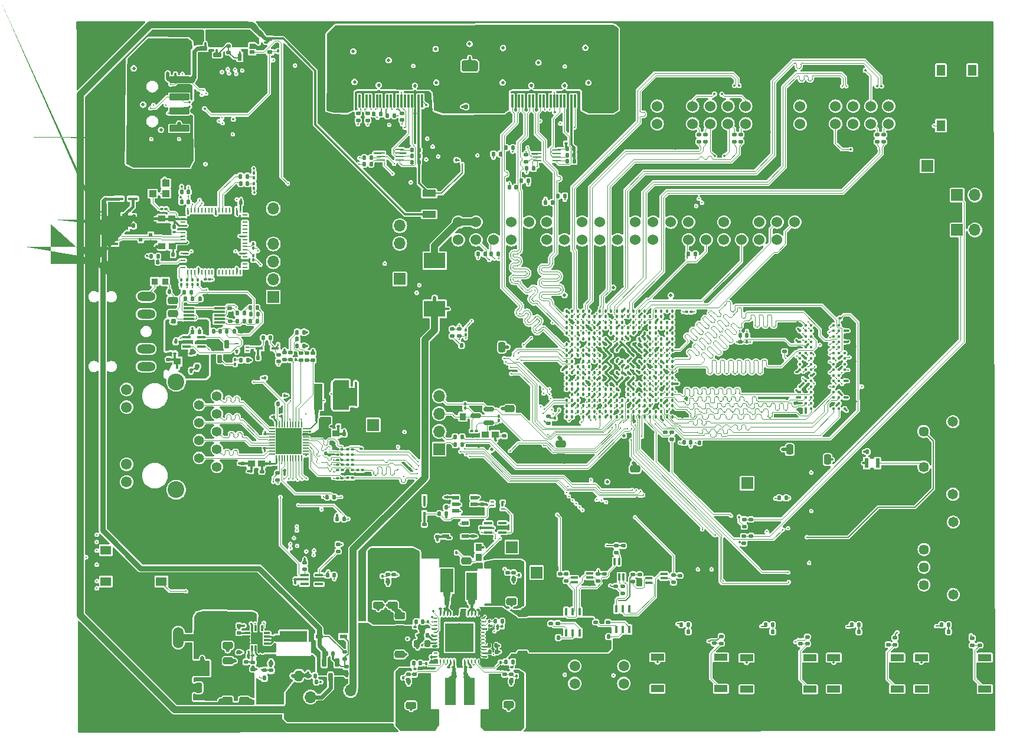
<source format=gtl>
G04 #@! TF.GenerationSoftware,KiCad,Pcbnew,8.0.8*
G04 #@! TF.CreationDate,2025-12-16T16:02:54-05:00*
G04 #@! TF.ProjectId,FPGA-BOARD,46504741-2d42-44f4-9152-442e6b696361,rev?*
G04 #@! TF.SameCoordinates,Original*
G04 #@! TF.FileFunction,Copper,L1,Top*
G04 #@! TF.FilePolarity,Positive*
%FSLAX46Y46*%
G04 Gerber Fmt 4.6, Leading zero omitted, Abs format (unit mm)*
G04 Created by KiCad (PCBNEW 8.0.8) date 2025-12-16 16:02:54*
%MOMM*%
%LPD*%
G01*
G04 APERTURE LIST*
G04 Aperture macros list*
%AMRoundRect*
0 Rectangle with rounded corners*
0 $1 Rounding radius*
0 $2 $3 $4 $5 $6 $7 $8 $9 X,Y pos of 4 corners*
0 Add a 4 corners polygon primitive as box body*
4,1,4,$2,$3,$4,$5,$6,$7,$8,$9,$2,$3,0*
0 Add four circle primitives for the rounded corners*
1,1,$1+$1,$2,$3*
1,1,$1+$1,$4,$5*
1,1,$1+$1,$6,$7*
1,1,$1+$1,$8,$9*
0 Add four rect primitives between the rounded corners*
20,1,$1+$1,$2,$3,$4,$5,0*
20,1,$1+$1,$4,$5,$6,$7,0*
20,1,$1+$1,$6,$7,$8,$9,0*
20,1,$1+$1,$8,$9,$2,$3,0*%
%AMFreePoly0*
4,1,123,1.203536,0.778536,1.205000,0.775000,1.205000,-0.775000,1.203536,-0.778536,1.200000,-0.780000,0.055000,-0.780000,0.054808,-0.779996,0.028808,-0.778996,0.028617,-0.778985,0.002617,-0.776985,0.002427,-0.776967,-0.023573,-0.773967,-0.023944,-0.773910,-0.049944,-0.768910,-0.050167,-0.768862,-0.075167,-0.762862,-0.075300,-0.762828,-0.101300,-0.755828,-0.101756,-0.755682,-0.125756,-0.746682,
-0.125923,-0.746615,-0.149923,-0.736615,-0.150083,-0.736545,-0.174083,-0.725545,-0.174460,-0.725353,-0.197460,-0.712353,-0.197684,-0.712218,-0.241684,-0.684218,-0.242030,-0.683977,-0.263030,-0.667977,-0.263238,-0.667810,-0.283238,-0.650810,-0.283439,-0.650630,-0.302439,-0.632630,-0.302630,-0.632439,-0.320630,-0.613439,-0.320810,-0.613238,-0.337810,-0.593238,-0.337977,-0.593030,-0.353977,-0.572030,
-0.354218,-0.571684,-0.382218,-0.527684,-0.382353,-0.527460,-0.395353,-0.504460,-0.395545,-0.504083,-0.406545,-0.480083,-0.406615,-0.479923,-0.416615,-0.455923,-0.416682,-0.455756,-0.425682,-0.431756,-0.425828,-0.431300,-0.432828,-0.405300,-0.432862,-0.405167,-0.438862,-0.380167,-0.438910,-0.379944,-0.443910,-0.353944,-0.443967,-0.353573,-0.446967,-0.327573,-0.446985,-0.327383,-0.448985,-0.301383,
-0.448996,-0.301192,-0.449996,-0.275192,-0.450000,-0.275000,-0.450000,0.275000,-0.449996,0.275192,-0.448996,0.301192,-0.448985,0.301383,-0.446985,0.327383,-0.446967,0.327573,-0.443967,0.353573,-0.443910,0.353944,-0.438910,0.379944,-0.438862,0.380167,-0.432862,0.405167,-0.432828,0.405300,-0.425828,0.431300,-0.425682,0.431756,-0.416682,0.455756,-0.416615,0.455923,-0.406615,0.479923,
-0.406545,0.480083,-0.395545,0.504083,-0.395353,0.504460,-0.382353,0.527460,-0.382218,0.527684,-0.354218,0.571684,-0.353977,0.572030,-0.337977,0.593030,-0.337810,0.593238,-0.320810,0.613238,-0.320630,0.613439,-0.302630,0.632439,-0.302439,0.632630,-0.283439,0.650630,-0.283238,0.650810,-0.263238,0.667810,-0.263030,0.667977,-0.242030,0.683977,-0.241684,0.684218,-0.197684,0.712218,
-0.197460,0.712353,-0.174460,0.725353,-0.174083,0.725545,-0.150083,0.736545,-0.149923,0.736615,-0.125923,0.746615,-0.125756,0.746682,-0.101756,0.755682,-0.101300,0.755828,-0.075300,0.762828,-0.075167,0.762862,-0.050167,0.768862,-0.049944,0.768910,-0.023944,0.773910,-0.023573,0.773967,0.002427,0.776967,0.002617,0.776985,0.028617,0.778985,0.028808,0.778996,0.054808,0.779996,
0.055000,0.780000,1.200000,0.780000,1.203536,0.778536,1.203536,0.778536,$1*%
%AMFreePoly1*
4,1,123,-0.054808,0.779996,-0.028808,0.778996,-0.028617,0.778985,-0.002617,0.776985,-0.002427,0.776967,0.023573,0.773967,0.023944,0.773910,0.049944,0.768910,0.050167,0.768862,0.075167,0.762862,0.075300,0.762828,0.101300,0.755828,0.101756,0.755682,0.125756,0.746682,0.125923,0.746615,0.149923,0.736615,0.150083,0.736545,0.174083,0.725545,0.174460,0.725353,0.197460,0.712353,
0.197684,0.712218,0.241684,0.684218,0.242030,0.683977,0.263030,0.667977,0.263238,0.667810,0.283238,0.650810,0.283439,0.650630,0.302439,0.632630,0.302630,0.632439,0.320630,0.613439,0.320810,0.613238,0.337810,0.593238,0.337977,0.593030,0.353977,0.572030,0.354218,0.571684,0.382218,0.527684,0.382353,0.527460,0.395353,0.504460,0.395545,0.504083,0.406545,0.480083,
0.406615,0.479923,0.416615,0.455923,0.416682,0.455756,0.425682,0.431756,0.425828,0.431300,0.432828,0.405300,0.432862,0.405167,0.438862,0.380167,0.438910,0.379944,0.443910,0.353944,0.443967,0.353573,0.446967,0.327573,0.446985,0.327383,0.448985,0.301383,0.448996,0.301192,0.449996,0.275192,0.450000,0.275000,0.450000,-0.275000,0.449996,-0.275192,0.448996,-0.301192,
0.448985,-0.301383,0.446985,-0.327383,0.446967,-0.327573,0.443967,-0.353573,0.443910,-0.353944,0.438910,-0.379944,0.438862,-0.380167,0.432862,-0.405167,0.432828,-0.405300,0.425828,-0.431300,0.425682,-0.431756,0.416682,-0.455756,0.416615,-0.455923,0.406615,-0.479923,0.406545,-0.480083,0.395545,-0.504083,0.395353,-0.504460,0.382353,-0.527460,0.382218,-0.527684,0.354218,-0.571684,
0.353977,-0.572030,0.337977,-0.593030,0.337810,-0.593238,0.320810,-0.613238,0.320630,-0.613439,0.302630,-0.632439,0.302439,-0.632630,0.283439,-0.650630,0.283238,-0.650810,0.263238,-0.667810,0.263030,-0.667977,0.242030,-0.683977,0.241684,-0.684218,0.197684,-0.712218,0.197460,-0.712353,0.174460,-0.725353,0.174083,-0.725545,0.150083,-0.736545,0.149923,-0.736615,0.125923,-0.746615,
0.125756,-0.746682,0.101756,-0.755682,0.101300,-0.755828,0.075300,-0.762828,0.075167,-0.762862,0.050167,-0.768862,0.049944,-0.768910,0.023944,-0.773910,0.023573,-0.773967,-0.002427,-0.776967,-0.002617,-0.776985,-0.028617,-0.778985,-0.028808,-0.778996,-0.054808,-0.779996,-0.055000,-0.780000,-1.200000,-0.780000,-1.203536,-0.778536,-1.205000,-0.775000,-1.205000,0.775000,-1.203536,0.778536,
-1.200000,0.780000,-0.055000,0.780000,-0.054808,0.779996,-0.054808,0.779996,$1*%
G04 Aperture macros list end*
G04 #@! TA.AperFunction,SMDPad,CuDef*
%ADD10RoundRect,0.076250X0.513750X0.228750X-0.513750X0.228750X-0.513750X-0.228750X0.513750X-0.228750X0*%
G04 #@! TD*
G04 #@! TA.AperFunction,SMDPad,CuDef*
%ADD11RoundRect,0.100000X0.100000X-0.130000X0.100000X0.130000X-0.100000X0.130000X-0.100000X-0.130000X0*%
G04 #@! TD*
G04 #@! TA.AperFunction,SMDPad,CuDef*
%ADD12RoundRect,0.147500X0.147500X0.172500X-0.147500X0.172500X-0.147500X-0.172500X0.147500X-0.172500X0*%
G04 #@! TD*
G04 #@! TA.AperFunction,SMDPad,CuDef*
%ADD13RoundRect,0.140000X0.170000X-0.140000X0.170000X0.140000X-0.170000X0.140000X-0.170000X-0.140000X0*%
G04 #@! TD*
G04 #@! TA.AperFunction,SMDPad,CuDef*
%ADD14RoundRect,0.100000X0.130000X0.100000X-0.130000X0.100000X-0.130000X-0.100000X0.130000X-0.100000X0*%
G04 #@! TD*
G04 #@! TA.AperFunction,SMDPad,CuDef*
%ADD15RoundRect,0.140000X-0.140000X-0.170000X0.140000X-0.170000X0.140000X0.170000X-0.140000X0.170000X0*%
G04 #@! TD*
G04 #@! TA.AperFunction,SMDPad,CuDef*
%ADD16RoundRect,0.100000X-0.130000X-0.100000X0.130000X-0.100000X0.130000X0.100000X-0.130000X0.100000X0*%
G04 #@! TD*
G04 #@! TA.AperFunction,SMDPad,CuDef*
%ADD17RoundRect,0.140000X0.140000X0.170000X-0.140000X0.170000X-0.140000X-0.170000X0.140000X-0.170000X0*%
G04 #@! TD*
G04 #@! TA.AperFunction,SMDPad,CuDef*
%ADD18RoundRect,0.147500X-0.147500X-0.172500X0.147500X-0.172500X0.147500X0.172500X-0.147500X0.172500X0*%
G04 #@! TD*
G04 #@! TA.AperFunction,ComponentPad*
%ADD19C,4.400000*%
G04 #@! TD*
G04 #@! TA.AperFunction,SMDPad,CuDef*
%ADD20R,1.168400X0.355600*%
G04 #@! TD*
G04 #@! TA.AperFunction,SMDPad,CuDef*
%ADD21RoundRect,0.140000X-0.170000X0.140000X-0.170000X-0.140000X0.170000X-0.140000X0.170000X0.140000X0*%
G04 #@! TD*
G04 #@! TA.AperFunction,SMDPad,CuDef*
%ADD22RoundRect,0.100000X-0.100000X0.130000X-0.100000X-0.130000X0.100000X-0.130000X0.100000X0.130000X0*%
G04 #@! TD*
G04 #@! TA.AperFunction,SMDPad,CuDef*
%ADD23R,1.900000X1.000000*%
G04 #@! TD*
G04 #@! TA.AperFunction,ComponentPad*
%ADD24R,1.700000X1.700000*%
G04 #@! TD*
G04 #@! TA.AperFunction,SMDPad,CuDef*
%ADD25RoundRect,0.250000X-0.475000X0.250000X-0.475000X-0.250000X0.475000X-0.250000X0.475000X0.250000X0*%
G04 #@! TD*
G04 #@! TA.AperFunction,SMDPad,CuDef*
%ADD26R,0.457200X1.117600*%
G04 #@! TD*
G04 #@! TA.AperFunction,SMDPad,CuDef*
%ADD27R,0.970000X1.000000*%
G04 #@! TD*
G04 #@! TA.AperFunction,SMDPad,CuDef*
%ADD28R,1.168400X0.254000*%
G04 #@! TD*
G04 #@! TA.AperFunction,ComponentPad*
%ADD29O,1.700000X1.700000*%
G04 #@! TD*
G04 #@! TA.AperFunction,SMDPad,CuDef*
%ADD30R,1.100000X1.000000*%
G04 #@! TD*
G04 #@! TA.AperFunction,SMDPad,CuDef*
%ADD31R,0.609600X1.447800*%
G04 #@! TD*
G04 #@! TA.AperFunction,SMDPad,CuDef*
%ADD32R,1.850000X3.400000*%
G04 #@! TD*
G04 #@! TA.AperFunction,SMDPad,CuDef*
%ADD33RoundRect,0.075000X-0.225000X0.540000X-0.225000X-0.540000X0.225000X-0.540000X0.225000X0.540000X0*%
G04 #@! TD*
G04 #@! TA.AperFunction,SMDPad,CuDef*
%ADD34O,0.240000X0.599999*%
G04 #@! TD*
G04 #@! TA.AperFunction,SMDPad,CuDef*
%ADD35O,0.599999X0.240000*%
G04 #@! TD*
G04 #@! TA.AperFunction,SMDPad,CuDef*
%ADD36R,4.099999X4.099999*%
G04 #@! TD*
G04 #@! TA.AperFunction,ComponentPad*
%ADD37C,0.499999*%
G04 #@! TD*
G04 #@! TA.AperFunction,SMDPad,CuDef*
%ADD38R,0.450800X1.111200*%
G04 #@! TD*
G04 #@! TA.AperFunction,SMDPad,CuDef*
%ADD39R,0.508000X0.279400*%
G04 #@! TD*
G04 #@! TA.AperFunction,SMDPad,CuDef*
%ADD40R,1.000000X0.970000*%
G04 #@! TD*
G04 #@! TA.AperFunction,SMDPad,CuDef*
%ADD41R,2.150000X2.200000*%
G04 #@! TD*
G04 #@! TA.AperFunction,SMDPad,CuDef*
%ADD42R,0.300000X1.000000*%
G04 #@! TD*
G04 #@! TA.AperFunction,SMDPad,CuDef*
%ADD43R,1.111200X0.450800*%
G04 #@! TD*
G04 #@! TA.AperFunction,SMDPad,CuDef*
%ADD44R,1.550000X1.300000*%
G04 #@! TD*
G04 #@! TA.AperFunction,SMDPad,CuDef*
%ADD45R,1.905000X0.990600*%
G04 #@! TD*
G04 #@! TA.AperFunction,SMDPad,CuDef*
%ADD46R,0.500000X0.600000*%
G04 #@! TD*
G04 #@! TA.AperFunction,SMDPad,CuDef*
%ADD47RoundRect,0.250000X0.250000X0.475000X-0.250000X0.475000X-0.250000X-0.475000X0.250000X-0.475000X0*%
G04 #@! TD*
G04 #@! TA.AperFunction,SMDPad,CuDef*
%ADD48C,0.410000*%
G04 #@! TD*
G04 #@! TA.AperFunction,SMDPad,CuDef*
%ADD49RoundRect,0.018000X-1.382000X0.432000X-1.382000X-0.432000X1.382000X-0.432000X1.382000X0.432000X0*%
G04 #@! TD*
G04 #@! TA.AperFunction,SMDPad,CuDef*
%ADD50R,5.000000X2.500000*%
G04 #@! TD*
G04 #@! TA.AperFunction,SMDPad,CuDef*
%ADD51RoundRect,0.250000X0.475000X-0.250000X0.475000X0.250000X-0.475000X0.250000X-0.475000X-0.250000X0*%
G04 #@! TD*
G04 #@! TA.AperFunction,SMDPad,CuDef*
%ADD52R,1.498600X3.987800*%
G04 #@! TD*
G04 #@! TA.AperFunction,ComponentPad*
%ADD53C,1.524000*%
G04 #@! TD*
G04 #@! TA.AperFunction,SMDPad,CuDef*
%ADD54R,1.016000X0.508000*%
G04 #@! TD*
G04 #@! TA.AperFunction,ComponentPad*
%ADD55C,1.508000*%
G04 #@! TD*
G04 #@! TA.AperFunction,SMDPad,CuDef*
%ADD56RoundRect,0.150000X0.587500X0.150000X-0.587500X0.150000X-0.587500X-0.150000X0.587500X-0.150000X0*%
G04 #@! TD*
G04 #@! TA.AperFunction,SMDPad,CuDef*
%ADD57R,0.812800X0.203200*%
G04 #@! TD*
G04 #@! TA.AperFunction,SMDPad,CuDef*
%ADD58R,0.203200X0.812800*%
G04 #@! TD*
G04 #@! TA.AperFunction,SMDPad,CuDef*
%ADD59R,3.708400X3.708400*%
G04 #@! TD*
G04 #@! TA.AperFunction,SMDPad,CuDef*
%ADD60R,0.300000X1.900000*%
G04 #@! TD*
G04 #@! TA.AperFunction,ComponentPad*
%ADD61C,1.995000*%
G04 #@! TD*
G04 #@! TA.AperFunction,SMDPad,CuDef*
%ADD62R,1.300000X1.550000*%
G04 #@! TD*
G04 #@! TA.AperFunction,SMDPad,CuDef*
%ADD63RoundRect,0.250000X-0.250000X-0.475000X0.250000X-0.475000X0.250000X0.475000X-0.250000X0.475000X0*%
G04 #@! TD*
G04 #@! TA.AperFunction,ComponentPad*
%ADD64C,1.400000*%
G04 #@! TD*
G04 #@! TA.AperFunction,ComponentPad*
%ADD65C,1.550000*%
G04 #@! TD*
G04 #@! TA.AperFunction,ComponentPad*
%ADD66C,2.400000*%
G04 #@! TD*
G04 #@! TA.AperFunction,SMDPad,CuDef*
%ADD67C,0.457200*%
G04 #@! TD*
G04 #@! TA.AperFunction,SMDPad,CuDef*
%ADD68R,0.754800X0.254000*%
G04 #@! TD*
G04 #@! TA.AperFunction,SMDPad,CuDef*
%ADD69R,0.254000X0.754800*%
G04 #@! TD*
G04 #@! TA.AperFunction,SMDPad,CuDef*
%ADD70R,4.445000X4.445000*%
G04 #@! TD*
G04 #@! TA.AperFunction,SMDPad,CuDef*
%ADD71R,0.965200X0.939800*%
G04 #@! TD*
G04 #@! TA.AperFunction,SMDPad,CuDef*
%ADD72R,0.977900X0.558800*%
G04 #@! TD*
G04 #@! TA.AperFunction,ComponentPad*
%ADD73C,1.447800*%
G04 #@! TD*
G04 #@! TA.AperFunction,ComponentPad*
%ADD74C,1.473200*%
G04 #@! TD*
G04 #@! TA.AperFunction,SMDPad,CuDef*
%ADD75R,1.111200X0.600800*%
G04 #@! TD*
G04 #@! TA.AperFunction,SMDPad,CuDef*
%ADD76RoundRect,0.076250X-0.228750X0.513750X-0.228750X-0.513750X0.228750X-0.513750X0.228750X0.513750X0*%
G04 #@! TD*
G04 #@! TA.AperFunction,SMDPad,CuDef*
%ADD77R,0.600800X1.111200*%
G04 #@! TD*
G04 #@! TA.AperFunction,SMDPad,CuDef*
%ADD78R,1.358900X0.457200*%
G04 #@! TD*
G04 #@! TA.AperFunction,SMDPad,CuDef*
%ADD79R,1.524000X0.330200*%
G04 #@! TD*
G04 #@! TA.AperFunction,SMDPad,CuDef*
%ADD80R,1.000000X0.300000*%
G04 #@! TD*
G04 #@! TA.AperFunction,ComponentPad*
%ADD81O,1.508000X3.016000*%
G04 #@! TD*
G04 #@! TA.AperFunction,ComponentPad*
%ADD82O,3.016000X1.508000*%
G04 #@! TD*
G04 #@! TA.AperFunction,SMDPad,CuDef*
%ADD83R,0.800001X0.549999*%
G04 #@! TD*
G04 #@! TA.AperFunction,ComponentPad*
%ADD84O,1.308000X2.616000*%
G04 #@! TD*
G04 #@! TA.AperFunction,ComponentPad*
%ADD85O,2.616000X1.308000*%
G04 #@! TD*
G04 #@! TA.AperFunction,SMDPad,CuDef*
%ADD86R,1.350000X0.400000*%
G04 #@! TD*
G04 #@! TA.AperFunction,ComponentPad*
%ADD87FreePoly0,270.000000*%
G04 #@! TD*
G04 #@! TA.AperFunction,SMDPad,CuDef*
%ADD88R,1.550000X1.500000*%
G04 #@! TD*
G04 #@! TA.AperFunction,ComponentPad*
%ADD89FreePoly1,270.000000*%
G04 #@! TD*
G04 #@! TA.AperFunction,ComponentPad*
%ADD90O,0.950000X1.300000*%
G04 #@! TD*
G04 #@! TA.AperFunction,SMDPad,CuDef*
%ADD91R,0.939800X0.965200*%
G04 #@! TD*
G04 #@! TA.AperFunction,SMDPad,CuDef*
%ADD92RoundRect,0.225000X0.225000X0.250000X-0.225000X0.250000X-0.225000X-0.250000X0.225000X-0.250000X0*%
G04 #@! TD*
G04 #@! TA.AperFunction,SMDPad,CuDef*
%ADD93RoundRect,0.032500X0.397500X0.097500X-0.397500X0.097500X-0.397500X-0.097500X0.397500X-0.097500X0*%
G04 #@! TD*
G04 #@! TA.AperFunction,SMDPad,CuDef*
%ADD94RoundRect,0.032500X0.097500X0.397500X-0.097500X0.397500X-0.097500X-0.397500X0.097500X-0.397500X0*%
G04 #@! TD*
G04 #@! TA.AperFunction,SMDPad,CuDef*
%ADD95R,1.680000X1.680000*%
G04 #@! TD*
G04 #@! TA.AperFunction,ComponentPad*
%ADD96C,0.400000*%
G04 #@! TD*
G04 #@! TA.AperFunction,SMDPad,CuDef*
%ADD97RoundRect,0.249999X0.900001X-0.525001X0.900001X0.525001X-0.900001X0.525001X-0.900001X-0.525001X0*%
G04 #@! TD*
G04 #@! TA.AperFunction,SMDPad,CuDef*
%ADD98R,3.987800X1.498600*%
G04 #@! TD*
G04 #@! TA.AperFunction,SMDPad,CuDef*
%ADD99R,1.200000X3.700000*%
G04 #@! TD*
G04 #@! TA.AperFunction,SMDPad,CuDef*
%ADD100R,3.120000X2.250000*%
G04 #@! TD*
G04 #@! TA.AperFunction,ComponentPad*
%ADD101C,0.508000*%
G04 #@! TD*
G04 #@! TA.AperFunction,ViaPad*
%ADD102C,0.250000*%
G04 #@! TD*
G04 #@! TA.AperFunction,ViaPad*
%ADD103C,0.500000*%
G04 #@! TD*
G04 #@! TA.AperFunction,ViaPad*
%ADD104C,0.350000*%
G04 #@! TD*
G04 #@! TA.AperFunction,Conductor*
%ADD105C,0.300000*%
G04 #@! TD*
G04 #@! TA.AperFunction,Conductor*
%ADD106C,0.250000*%
G04 #@! TD*
G04 #@! TA.AperFunction,Conductor*
%ADD107C,0.118400*%
G04 #@! TD*
G04 #@! TA.AperFunction,Conductor*
%ADD108C,0.500000*%
G04 #@! TD*
G04 #@! TA.AperFunction,Conductor*
%ADD109C,0.200000*%
G04 #@! TD*
G04 #@! TA.AperFunction,Conductor*
%ADD110C,0.450000*%
G04 #@! TD*
G04 #@! TA.AperFunction,Conductor*
%ADD111C,0.350000*%
G04 #@! TD*
G04 #@! TA.AperFunction,Conductor*
%ADD112C,0.220000*%
G04 #@! TD*
G04 #@! TA.AperFunction,Conductor*
%ADD113C,0.400000*%
G04 #@! TD*
G04 #@! TA.AperFunction,Conductor*
%ADD114C,0.100000*%
G04 #@! TD*
G04 #@! TA.AperFunction,Conductor*
%ADD115C,0.128000*%
G04 #@! TD*
G04 #@! TA.AperFunction,Conductor*
%ADD116C,0.104400*%
G04 #@! TD*
G04 #@! TA.AperFunction,Conductor*
%ADD117C,0.900000*%
G04 #@! TD*
G04 #@! TA.AperFunction,Conductor*
%ADD118C,0.600000*%
G04 #@! TD*
G04 #@! TA.AperFunction,Conductor*
%ADD119C,1.000000*%
G04 #@! TD*
G04 #@! TA.AperFunction,Conductor*
%ADD120C,0.800000*%
G04 #@! TD*
G04 #@! TA.AperFunction,Conductor*
%ADD121C,0.750000*%
G04 #@! TD*
G04 #@! TA.AperFunction,Conductor*
%ADD122C,0.950000*%
G04 #@! TD*
G04 #@! TA.AperFunction,Conductor*
%ADD123C,0.550000*%
G04 #@! TD*
G04 #@! TA.AperFunction,Conductor*
%ADD124C,0.850000*%
G04 #@! TD*
G04 #@! TA.AperFunction,Conductor*
%ADD125C,0.150000*%
G04 #@! TD*
G04 #@! TA.AperFunction,Conductor*
%ADD126C,0.650000*%
G04 #@! TD*
G04 #@! TA.AperFunction,Conductor*
%ADD127C,0.118000*%
G04 #@! TD*
G04 #@! TA.AperFunction,Conductor*
%ADD128C,0.700000*%
G04 #@! TD*
G04 #@! TA.AperFunction,Conductor*
%ADD129C,0.102900*%
G04 #@! TD*
G04 #@! TA.AperFunction,Conductor*
%ADD130C,0.127000*%
G04 #@! TD*
G04 #@! TA.AperFunction,Conductor*
%ADD131C,0.126000*%
G04 #@! TD*
G04 APERTURE END LIST*
D10*
X93222500Y-52572500D03*
X93222500Y-50742500D03*
X91172500Y-51657500D03*
D11*
X136100000Y-142270000D03*
X136100000Y-141630000D03*
D12*
X97510000Y-69980000D03*
X96540000Y-69980000D03*
D13*
X159560000Y-128225000D03*
X159560000Y-127225000D03*
D14*
X111095000Y-109875000D03*
X110455000Y-109875000D03*
D11*
X102890000Y-101400000D03*
X102890000Y-100760000D03*
D15*
X97980000Y-90750000D03*
X98980000Y-90750000D03*
D16*
X110465000Y-111375000D03*
X111105000Y-111375000D03*
D15*
X128870000Y-59990000D03*
X129870000Y-59990000D03*
D16*
X113380000Y-112125000D03*
X114020000Y-112125000D03*
D17*
X144375000Y-66025000D03*
X143375000Y-66025000D03*
D18*
X104665000Y-92340000D03*
X105635000Y-92340000D03*
D19*
X202250000Y-147250000D03*
D20*
X134116400Y-121035400D03*
X134116400Y-120375000D03*
X134116400Y-119714600D03*
X132033600Y-119714600D03*
X132033600Y-120375000D03*
X132033600Y-121035400D03*
D17*
X98920000Y-88830000D03*
X97920000Y-88830000D03*
D16*
X111915000Y-109125000D03*
X112555000Y-109125000D03*
D12*
X128220000Y-94230000D03*
X127250000Y-94230000D03*
D21*
X114750000Y-60975000D03*
X114750000Y-61975000D03*
D13*
X150360000Y-129750000D03*
X150360000Y-128750000D03*
D22*
X98370000Y-81340000D03*
X98370000Y-81980000D03*
D18*
X184240000Y-135301849D03*
X185210000Y-135301849D03*
D11*
X112500000Y-100540000D03*
X112500000Y-99900000D03*
D23*
X123600000Y-72425000D03*
X123600000Y-75425000D03*
D22*
X169140000Y-93725000D03*
X169140000Y-94365000D03*
D13*
X95010000Y-88940000D03*
X95010000Y-87940000D03*
X174600000Y-95100000D03*
X174600000Y-94100000D03*
D17*
X89090000Y-73660000D03*
X88090000Y-73660000D03*
D24*
X135450000Y-123170000D03*
D14*
X130345000Y-106475000D03*
X129705000Y-106475000D03*
D25*
X135000000Y-143850000D03*
X135000000Y-145750000D03*
X137000000Y-136600000D03*
X137000000Y-138500000D03*
X116300000Y-129600000D03*
X116300000Y-131500000D03*
D17*
X92650000Y-92220000D03*
X91650000Y-92220000D03*
D26*
X143246698Y-135451900D03*
X144196699Y-135451900D03*
X145146700Y-135451900D03*
X145146700Y-132454700D03*
X144196699Y-132454700D03*
X143246698Y-132454700D03*
D15*
X111435000Y-106970000D03*
X112435000Y-106970000D03*
D16*
X182520000Y-90360000D03*
X183160000Y-90360000D03*
D17*
X187450000Y-109475000D03*
X186450000Y-109475000D03*
D13*
X164475000Y-136926849D03*
X164475000Y-135926849D03*
D17*
X86880000Y-81210000D03*
X85880000Y-81210000D03*
D13*
X153785000Y-128100000D03*
X153785000Y-127100000D03*
D27*
X128425000Y-105920000D03*
X128425000Y-104450000D03*
D28*
X116656800Y-66149999D03*
X116656800Y-66650000D03*
X116656800Y-67150000D03*
X116656800Y-67650001D03*
X119400000Y-67650001D03*
X119400000Y-67150000D03*
X119400000Y-66650000D03*
X119400000Y-66149999D03*
D13*
X190400000Y-137151849D03*
X190400000Y-136151849D03*
D17*
X133190000Y-137280000D03*
X132190000Y-137280000D03*
D21*
X168775000Y-119200000D03*
X168775000Y-120200000D03*
D24*
X199325000Y-72675000D03*
D29*
X201865000Y-72675000D03*
D22*
X98060000Y-112280000D03*
X98060000Y-112920000D03*
D25*
X153110000Y-111960000D03*
X153110000Y-113860000D03*
D30*
X85830000Y-70980000D03*
X83930000Y-70980000D03*
X83930000Y-72480000D03*
X85830000Y-72480000D03*
D16*
X88790000Y-97740000D03*
X89430000Y-97740000D03*
D15*
X143375000Y-66950000D03*
X144375000Y-66950000D03*
D11*
X127490000Y-67650000D03*
X127490000Y-67010000D03*
D13*
X141071699Y-135128300D03*
X141071699Y-134128300D03*
D16*
X108910000Y-105810000D03*
X109550000Y-105810000D03*
D31*
X187908000Y-111125000D03*
X186307800Y-111125000D03*
D11*
X132250000Y-134420000D03*
X132250000Y-133780000D03*
D24*
X139000000Y-126800000D03*
D32*
X120590000Y-127970000D03*
X126140000Y-127970000D03*
D33*
X94512500Y-94030000D03*
X92612500Y-94030000D03*
X93562500Y-96150000D03*
D13*
X177825000Y-137026849D03*
X177825000Y-136026849D03*
D34*
X130675001Y-132724999D03*
X130175002Y-132724999D03*
X129675000Y-132724999D03*
X129175001Y-132724999D03*
X128674999Y-132724999D03*
X128175001Y-132724999D03*
X127675001Y-132724999D03*
X127175000Y-132724999D03*
X126675001Y-132724999D03*
X126174999Y-132724999D03*
X125675000Y-132724999D03*
X125175001Y-132724999D03*
D35*
X124525000Y-133375000D03*
X124525000Y-133874999D03*
X124525000Y-134375001D03*
X124525000Y-134875000D03*
X124525000Y-135375002D03*
X124525000Y-135875000D03*
X124525000Y-136375000D03*
X124525000Y-136875001D03*
X124525000Y-137375000D03*
X124525000Y-137875002D03*
X124525000Y-138375001D03*
X124525000Y-138875000D03*
D34*
X125175001Y-139525001D03*
X125675000Y-139525001D03*
X126174999Y-139525001D03*
X126675001Y-139525001D03*
X127175000Y-139525001D03*
X127675001Y-139525001D03*
X128175001Y-139525001D03*
X128674999Y-139525001D03*
X129175001Y-139525001D03*
X129675000Y-139525001D03*
X130175002Y-139525001D03*
X130675001Y-139525001D03*
D35*
X131325002Y-138875000D03*
X131325002Y-138375001D03*
X131325002Y-137875002D03*
X131325002Y-137375000D03*
X131325002Y-136875001D03*
X131325002Y-136375000D03*
X131325002Y-135875000D03*
X131325002Y-135375002D03*
X131325002Y-134875000D03*
X131325002Y-134375001D03*
X131325002Y-133874999D03*
X131325002Y-133375000D03*
D36*
X127925001Y-136125000D03*
D37*
X127925001Y-134325001D03*
X127925001Y-135424999D03*
X129725000Y-136125000D03*
X128625002Y-136125000D03*
X127225000Y-136125000D03*
X126125002Y-136125000D03*
X127925001Y-136825001D03*
X127925001Y-137924999D03*
D22*
X88035000Y-84860000D03*
X88035000Y-85500000D03*
D38*
X122900000Y-116300000D03*
X122900000Y-118600000D03*
D17*
X94590000Y-92230000D03*
X93590000Y-92230000D03*
X107220000Y-141630000D03*
X106220000Y-141630000D03*
D21*
X120650000Y-141400000D03*
X120650000Y-142400000D03*
D15*
X143400000Y-67850000D03*
X144400000Y-67850000D03*
D39*
X97524300Y-95000126D03*
X97524300Y-94500000D03*
X97524300Y-93999874D03*
X96025700Y-93999874D03*
X96025700Y-95000126D03*
D40*
X133075000Y-107050000D03*
X131605000Y-107050000D03*
D17*
X161140000Y-108160000D03*
X160140000Y-108160000D03*
X115275000Y-67325000D03*
X114275000Y-67325000D03*
X138550000Y-68875000D03*
X137550000Y-68875000D03*
D16*
X85230000Y-74670000D03*
X85870000Y-74670000D03*
X125240000Y-131980000D03*
X125880000Y-131980000D03*
D41*
X91035000Y-136130000D03*
X91035000Y-140530000D03*
D21*
X135700000Y-126800000D03*
X135700000Y-127800000D03*
D14*
X87130000Y-95380000D03*
X86490000Y-95380000D03*
D13*
X187875000Y-65025000D03*
X187875000Y-64025000D03*
D22*
X104460000Y-95670000D03*
X104460000Y-96310000D03*
D42*
X151485000Y-125245000D03*
X150825000Y-125245000D03*
X150165000Y-125245000D03*
X150165000Y-127425000D03*
X150825000Y-127425000D03*
X151485000Y-127425000D03*
D13*
X201515000Y-137226849D03*
X201515000Y-136226849D03*
D21*
X98280000Y-139660000D03*
X98280000Y-140660000D03*
D13*
X169750000Y-122575000D03*
X169750000Y-121575000D03*
D19*
X202350000Y-50120000D03*
D13*
X188775000Y-65025000D03*
X188775000Y-64025000D03*
D21*
X112600000Y-102360000D03*
X112600000Y-103360000D03*
D25*
X142475000Y-108375000D03*
X142475000Y-110275000D03*
D43*
X101530000Y-94680000D03*
X99230000Y-94680000D03*
D13*
X105767600Y-126364411D03*
X105767600Y-125364411D03*
D24*
X97390000Y-148150000D03*
D18*
X197107500Y-135276849D03*
X198077500Y-135276849D03*
D21*
X111470000Y-138220000D03*
X111470000Y-139220000D03*
X117700000Y-127100000D03*
X117700000Y-128100000D03*
D22*
X126220000Y-116000000D03*
X126220000Y-116640000D03*
D44*
X85180000Y-128090000D03*
X77230000Y-128090000D03*
X85180000Y-123590000D03*
X77230000Y-123590000D03*
D45*
X194189099Y-138999999D03*
X194189099Y-143500001D03*
X203289101Y-143500001D03*
X203289101Y-138999999D03*
D13*
X148735000Y-128025000D03*
X148735000Y-127025000D03*
X162300000Y-65025000D03*
X162300000Y-64025000D03*
D16*
X110455000Y-113245000D03*
X111095000Y-113245000D03*
D17*
X87020000Y-77230000D03*
X86020000Y-77230000D03*
D15*
X108820000Y-138460000D03*
X109820000Y-138460000D03*
D46*
X82230000Y-79060000D03*
X82230000Y-80060000D03*
D47*
X180740000Y-110600000D03*
X178840000Y-110600000D03*
D12*
X105635000Y-93330000D03*
X104665000Y-93330000D03*
D11*
X119850000Y-142520000D03*
X119850000Y-141880000D03*
D21*
X140675000Y-104375000D03*
X140675000Y-105375000D03*
D11*
X116900000Y-127970000D03*
X116900000Y-127330000D03*
D21*
X90320000Y-96220000D03*
X90320000Y-97220000D03*
D15*
X96550000Y-73770000D03*
X97550000Y-73770000D03*
D48*
X183175000Y-103325000D03*
X182375000Y-103325000D03*
X181575000Y-103325000D03*
X178375000Y-103325000D03*
X177575000Y-103325000D03*
X176775000Y-103325000D03*
X183175000Y-102525000D03*
X182375000Y-102525000D03*
X181575000Y-102525000D03*
X178375000Y-102525000D03*
X177575000Y-102525000D03*
X176775000Y-102525000D03*
X183175000Y-101725000D03*
X182375000Y-101725000D03*
X181575000Y-101725000D03*
X178375000Y-101725000D03*
X177575000Y-101725000D03*
X176775000Y-101725000D03*
X183175000Y-100925000D03*
X182375000Y-100925000D03*
X181575000Y-100925000D03*
X178375000Y-100925000D03*
X177575000Y-100925000D03*
X176775000Y-100925000D03*
X183175000Y-100125000D03*
X182375000Y-100125000D03*
X181575000Y-100125000D03*
X178375000Y-100125000D03*
X177575000Y-100125000D03*
X176775000Y-100125000D03*
X183175000Y-99325000D03*
X182375000Y-99325000D03*
X181575000Y-99325000D03*
X178375000Y-99325000D03*
X177575000Y-99325000D03*
X176775000Y-99325000D03*
X183175000Y-98525000D03*
X182375000Y-98525000D03*
X181575000Y-98525000D03*
X178375000Y-98525000D03*
X177575000Y-98525000D03*
X176775000Y-98525000D03*
X183175000Y-97725000D03*
X182375000Y-97725000D03*
X181575000Y-97725000D03*
X178375000Y-97725000D03*
X177575000Y-97725000D03*
X176775000Y-97725000D03*
X183175000Y-96925000D03*
X182375000Y-96925000D03*
X181575000Y-96925000D03*
X178375000Y-96925000D03*
X177575000Y-96925000D03*
X176775000Y-96925000D03*
X183175000Y-96125000D03*
X182375000Y-96125000D03*
X181575000Y-96125000D03*
X178375000Y-96125000D03*
X177575000Y-96125000D03*
X176775000Y-96125000D03*
X183175000Y-95325000D03*
X182375000Y-95325000D03*
X181575000Y-95325000D03*
X178375000Y-95325000D03*
X177575000Y-95325000D03*
X176775000Y-95325000D03*
X183175000Y-94525000D03*
X182375000Y-94525000D03*
X181575000Y-94525000D03*
X178375000Y-94525000D03*
X177575000Y-94525000D03*
X176775000Y-94525000D03*
X183175000Y-93725000D03*
X182375000Y-93725000D03*
X181575000Y-93725000D03*
X178375000Y-93725000D03*
X177575000Y-93725000D03*
X176775000Y-93725000D03*
X183175000Y-92925000D03*
X182375000Y-92925000D03*
X181575000Y-92925000D03*
X178375000Y-92925000D03*
X177575000Y-92925000D03*
X176775000Y-92925000D03*
X183175000Y-92125000D03*
X182375000Y-92125000D03*
X181575000Y-92125000D03*
X178375000Y-92125000D03*
X177575000Y-92125000D03*
X176775000Y-92125000D03*
X183175000Y-91325000D03*
X182375000Y-91325000D03*
X181575000Y-91325000D03*
X178375000Y-91325000D03*
X177575000Y-91325000D03*
X176775000Y-91325000D03*
D13*
X124800000Y-121660000D03*
X124800000Y-120660000D03*
D49*
X87740000Y-56120000D03*
X87740000Y-58620000D03*
X87740000Y-60620000D03*
X87740000Y-63120000D03*
D50*
X85490000Y-52370000D03*
X85490000Y-66870000D03*
D51*
X119400000Y-134900000D03*
X119400000Y-133000000D03*
D52*
X123063200Y-143870000D03*
X126670000Y-143870000D03*
D26*
X150424999Y-134999200D03*
X151375000Y-134999200D03*
X152325001Y-134999200D03*
X152325001Y-132002000D03*
X151375000Y-132002000D03*
X150424999Y-132002000D03*
D47*
X92420000Y-143330000D03*
X90520000Y-143330000D03*
D18*
X171890000Y-135276849D03*
X172860000Y-135276849D03*
D16*
X111915000Y-113235000D03*
X112555000Y-113235000D03*
D21*
X101870000Y-112520000D03*
X101870000Y-113520000D03*
D22*
X101897500Y-51382502D03*
X101897500Y-52022502D03*
D13*
X97330000Y-140610000D03*
X97330000Y-139610000D03*
D52*
X132926800Y-143860000D03*
X129320000Y-143860000D03*
D53*
X189495100Y-62469573D03*
X186955100Y-62469573D03*
X184415100Y-62469573D03*
X181875100Y-62469573D03*
X179335100Y-62469573D03*
X176795100Y-62469573D03*
X189495100Y-59929573D03*
X186955100Y-59929573D03*
X184415100Y-59929573D03*
X181875100Y-59929573D03*
X179335100Y-59929573D03*
X176795100Y-59929573D03*
D13*
X152835000Y-128100000D03*
X152835000Y-127100000D03*
D15*
X121700000Y-133850000D03*
X122700000Y-133850000D03*
D27*
X130700000Y-124670000D03*
X130700000Y-123200000D03*
D13*
X134450000Y-142400000D03*
X134450000Y-141400000D03*
D15*
X108985000Y-105040000D03*
X109985000Y-105040000D03*
D16*
X126420000Y-140360000D03*
X127060000Y-140360000D03*
D12*
X97567500Y-96325000D03*
X96597500Y-96325000D03*
D11*
X128800000Y-92670000D03*
X128800000Y-92030000D03*
D25*
X135400000Y-129050000D03*
X135400000Y-130950000D03*
D15*
X134575000Y-65900000D03*
X135575000Y-65900000D03*
D54*
X127383000Y-116050000D03*
X127383000Y-117000001D03*
X127383000Y-117950002D03*
X130050000Y-117950002D03*
X130050000Y-117000001D03*
X130050000Y-116050000D03*
D55*
X151510000Y-145210000D03*
X151510000Y-142710000D03*
X151510000Y-140210000D03*
D40*
X98070001Y-111160300D03*
X99540001Y-111160300D03*
D13*
X105210000Y-96340000D03*
X105210000Y-95340000D03*
D11*
X100050000Y-98890000D03*
X100050000Y-98250000D03*
D24*
X199325000Y-77675000D03*
D29*
X201865000Y-77675000D03*
D13*
X163175000Y-65025000D03*
X163175000Y-64025000D03*
D51*
X128900000Y-125100000D03*
X128900000Y-123200000D03*
D25*
X121000000Y-143950000D03*
X121000000Y-145850000D03*
D17*
X163350000Y-108180000D03*
X162350000Y-108180000D03*
D21*
X131240000Y-116990000D03*
X131240000Y-117990000D03*
D15*
X108970000Y-115970000D03*
X109970000Y-115970000D03*
D56*
X132137500Y-105287500D03*
X132137500Y-103387500D03*
X130262500Y-104337500D03*
D21*
X94812500Y-50312500D03*
X94812500Y-51312500D03*
X95020000Y-89780000D03*
X95020000Y-90780000D03*
D13*
X150460000Y-123950000D03*
X150460000Y-122950000D03*
D21*
X168240000Y-93690000D03*
X168240000Y-94690000D03*
D53*
X127770000Y-79090000D03*
X127770000Y-76550000D03*
X130310000Y-79090000D03*
X130310000Y-76550000D03*
X132850000Y-79090000D03*
X132850000Y-76550000D03*
X135390000Y-79090000D03*
X135390000Y-76550000D03*
X137930000Y-79090000D03*
X137930000Y-76550000D03*
X140470000Y-79090000D03*
X140470000Y-76550000D03*
X143010000Y-79090000D03*
X143010000Y-76550000D03*
X145550000Y-79090000D03*
X145550000Y-76550000D03*
X148090000Y-79090000D03*
X148090000Y-76550000D03*
X150630000Y-79090000D03*
X150630000Y-76550000D03*
X153170000Y-79090000D03*
X153170000Y-76550000D03*
X155710000Y-79090000D03*
X155710000Y-76550000D03*
X158250000Y-79090000D03*
X158250000Y-76550000D03*
X160790000Y-79090000D03*
X160790000Y-76550000D03*
X163330000Y-79090000D03*
X163330000Y-76550000D03*
X165870000Y-79090000D03*
X165870000Y-76550000D03*
X168410000Y-79090000D03*
X168410000Y-76550000D03*
X170950000Y-79090000D03*
X170950000Y-76550000D03*
X173490000Y-79090000D03*
X173490000Y-76550000D03*
X176030000Y-79090000D03*
X176030000Y-76550000D03*
D15*
X127320000Y-107330000D03*
X128320000Y-107330000D03*
X159750000Y-134276849D03*
X160750000Y-134276849D03*
D17*
X131600000Y-81125000D03*
X130600000Y-81125000D03*
D13*
X147785000Y-128025000D03*
X147785000Y-127025000D03*
D14*
X122220000Y-134600000D03*
X121580000Y-134600000D03*
D13*
X118550000Y-128100000D03*
X118550000Y-127100000D03*
D21*
X126925000Y-91875000D03*
X126925000Y-92875000D03*
D57*
X101074701Y-106175301D03*
X101074701Y-106575300D03*
X101074701Y-106975299D03*
X101074701Y-107375301D03*
X101074701Y-107775300D03*
X101074701Y-108175300D03*
X101074701Y-108575299D03*
X101074701Y-108975301D03*
X101074701Y-109375300D03*
X101074701Y-109775299D03*
D58*
X101675002Y-110375600D03*
X102075001Y-110375600D03*
X102475000Y-110375600D03*
X102875002Y-110375600D03*
X103275001Y-110375600D03*
X103675001Y-110375600D03*
X104075000Y-110375600D03*
X104475002Y-110375600D03*
X104875001Y-110375600D03*
X105275000Y-110375600D03*
D57*
X105875301Y-109775299D03*
X105875301Y-109375300D03*
X105875301Y-108975301D03*
X105875301Y-108575299D03*
X105875301Y-108175300D03*
X105875301Y-107775300D03*
X105875301Y-107375301D03*
X105875301Y-106975299D03*
X105875301Y-106575300D03*
X105875301Y-106175301D03*
D58*
X105275000Y-105575000D03*
X104875001Y-105575000D03*
X104475002Y-105575000D03*
X104075000Y-105575000D03*
X103675001Y-105575000D03*
X103275001Y-105575000D03*
X102875002Y-105575000D03*
X102475000Y-105575000D03*
X102075001Y-105575000D03*
X101675002Y-105575000D03*
D59*
X103475001Y-107975300D03*
D16*
X91480000Y-84740000D03*
X92120000Y-84740000D03*
D60*
X135500000Y-59200000D03*
X136000000Y-59200000D03*
X136500000Y-59200000D03*
X137000000Y-59200000D03*
X137500000Y-59200000D03*
X138000000Y-59200000D03*
X138500000Y-59200000D03*
X139000000Y-59200000D03*
X139500000Y-59200000D03*
X140000000Y-59200000D03*
X140500000Y-59200000D03*
X141000000Y-59200000D03*
X141500000Y-59200000D03*
X142000000Y-59200000D03*
X142500000Y-59200000D03*
X143000000Y-59200000D03*
X143500000Y-59200000D03*
X144000000Y-59200000D03*
X144500000Y-59200000D03*
D61*
X147500000Y-58200000D03*
X133000000Y-58200000D03*
X148100000Y-53300000D03*
X132400000Y-53300000D03*
D13*
X176875000Y-137001849D03*
X176875000Y-136001849D03*
D51*
X91660000Y-133500000D03*
X91660000Y-131600000D03*
D46*
X83670000Y-78380000D03*
X83670000Y-77380000D03*
D17*
X89460000Y-86590000D03*
X88460000Y-86590000D03*
D15*
X197075000Y-134301849D03*
X198075000Y-134301849D03*
D62*
X197000000Y-62725000D03*
X197000000Y-54775000D03*
X201500000Y-62725000D03*
X201500000Y-54775000D03*
D39*
X132665000Y-116700000D03*
X132665000Y-117200126D03*
X132665000Y-117700252D03*
X134163600Y-117700252D03*
X134163600Y-116700000D03*
D17*
X87310000Y-86525000D03*
X86310000Y-86525000D03*
X109992600Y-127189411D03*
X108992600Y-127189411D03*
D11*
X133625000Y-105020000D03*
X133625000Y-104380000D03*
D15*
X117575000Y-61275000D03*
X118575000Y-61275000D03*
X132490000Y-81130000D03*
X133490000Y-81130000D03*
D40*
X87480000Y-96550000D03*
X88950000Y-96550000D03*
D63*
X103010000Y-141630000D03*
X104910000Y-141630000D03*
D45*
X169119999Y-139036848D03*
X169119999Y-143536850D03*
X178220001Y-143536850D03*
X178220001Y-139036848D03*
D15*
X99785000Y-93130126D03*
X100785000Y-93130126D03*
D51*
X94200000Y-133460000D03*
X94200000Y-131560000D03*
D64*
X93150000Y-101475000D03*
X90610000Y-102745000D03*
X93150000Y-104015000D03*
X90610000Y-105285000D03*
X93150000Y-106555000D03*
X90610000Y-107825000D03*
X93150000Y-109095000D03*
X90610000Y-110365000D03*
X93150000Y-111635000D03*
X90610000Y-112905000D03*
D65*
X80200000Y-100560000D03*
X80200000Y-103100000D03*
X80200000Y-111280000D03*
X80200000Y-113820000D03*
D66*
X87310000Y-99445000D03*
X87310000Y-114935000D03*
D67*
X158500000Y-104500000D03*
X157700000Y-104500000D03*
X156900000Y-104500000D03*
X156100000Y-104500000D03*
X155300000Y-104500000D03*
X154500000Y-104500000D03*
X153700001Y-104500000D03*
X152900001Y-104500000D03*
X152100001Y-104500000D03*
X151300001Y-104500000D03*
X150500001Y-104500000D03*
X149700001Y-104500000D03*
X148900001Y-104500000D03*
X148100001Y-104500000D03*
X147300001Y-104500000D03*
X146500001Y-104500000D03*
X145700001Y-104500000D03*
X144900002Y-104500000D03*
X144100002Y-104500000D03*
X143300002Y-104500000D03*
X158500000Y-103700000D03*
X157700000Y-103700000D03*
X156900000Y-103700000D03*
X156100000Y-103700000D03*
X155300000Y-103700000D03*
X154500000Y-103700000D03*
X153700001Y-103700000D03*
X152900001Y-103700000D03*
X152100001Y-103700000D03*
X151300001Y-103700000D03*
X150500001Y-103700000D03*
X149700001Y-103700000D03*
X148900001Y-103700000D03*
X148100001Y-103700000D03*
X147300001Y-103700000D03*
X146500001Y-103700000D03*
X145700001Y-103700000D03*
X144900002Y-103700000D03*
X144100002Y-103700000D03*
X143300002Y-103700000D03*
X158500000Y-102900000D03*
X157700000Y-102900000D03*
X156900000Y-102900000D03*
X156100000Y-102900000D03*
X155300000Y-102900000D03*
X154500000Y-102900000D03*
X153700001Y-102900000D03*
X152900001Y-102900000D03*
X152100001Y-102900000D03*
X151300001Y-102900000D03*
X150500001Y-102900000D03*
X149700001Y-102900000D03*
X148900001Y-102900000D03*
X148100001Y-102900000D03*
X147300001Y-102900000D03*
X146500001Y-102900000D03*
X145700001Y-102900000D03*
X144900002Y-102900000D03*
X144100002Y-102900000D03*
X143300002Y-102900000D03*
X158500000Y-102100000D03*
X157700000Y-102100000D03*
X156900000Y-102100000D03*
X156100000Y-102100000D03*
X155300000Y-102100000D03*
X154500000Y-102100000D03*
X153700001Y-102100000D03*
X152900001Y-102100000D03*
X152100001Y-102100000D03*
X151300001Y-102100000D03*
X150500001Y-102100000D03*
X149700001Y-102100000D03*
X148900001Y-102100000D03*
X148100001Y-102100000D03*
X147300001Y-102100000D03*
X146500001Y-102100000D03*
X145700001Y-102100000D03*
X144900002Y-102100000D03*
X144100002Y-102100000D03*
X143300002Y-102100000D03*
X158500000Y-101300000D03*
X157700000Y-101300000D03*
X156900000Y-101300000D03*
X156100000Y-101300000D03*
X155300000Y-101300000D03*
X154500000Y-101300000D03*
X153700001Y-101300000D03*
X152900001Y-101300000D03*
X152100001Y-101300000D03*
X151300001Y-101300000D03*
X150500001Y-101300000D03*
X149700001Y-101300000D03*
X148900001Y-101300000D03*
X148100001Y-101300000D03*
X147300001Y-101300000D03*
X146500001Y-101300000D03*
X145700001Y-101300000D03*
X144900002Y-101300000D03*
X144100002Y-101300000D03*
X143300002Y-101300000D03*
X158500000Y-100500000D03*
X157700000Y-100500000D03*
X156900000Y-100500000D03*
X156100000Y-100500000D03*
X155300000Y-100500000D03*
X154500000Y-100500000D03*
X153700001Y-100500000D03*
X152900001Y-100500000D03*
X152100001Y-100500000D03*
X151300001Y-100500000D03*
X150500001Y-100500000D03*
X149700001Y-100500000D03*
X148900001Y-100500000D03*
X148100001Y-100500000D03*
X147300001Y-100500000D03*
X146500001Y-100500000D03*
X145700001Y-100500000D03*
X144900002Y-100500000D03*
X144100002Y-100500000D03*
X143300002Y-100500000D03*
X158500000Y-99700001D03*
X157700000Y-99700001D03*
X156900000Y-99700001D03*
X156100000Y-99700001D03*
X155300000Y-99700001D03*
X154500000Y-99700001D03*
X153700001Y-99700001D03*
X152900001Y-99700001D03*
X152100001Y-99700001D03*
X151300001Y-99700001D03*
X150500001Y-99700001D03*
X149700001Y-99700001D03*
X148900001Y-99700001D03*
X148100001Y-99700001D03*
X147300001Y-99700001D03*
X146500001Y-99700001D03*
X145700001Y-99700001D03*
X144900002Y-99700001D03*
X144100002Y-99700001D03*
X143300002Y-99700001D03*
X158500000Y-98900001D03*
X157700000Y-98900001D03*
X156900000Y-98900001D03*
X156100000Y-98900001D03*
X155300000Y-98900001D03*
X154500000Y-98900001D03*
X153700001Y-98900001D03*
X152900001Y-98900001D03*
X152100001Y-98900001D03*
X151300001Y-98900001D03*
X150500001Y-98900001D03*
X149700001Y-98900001D03*
X148900001Y-98900001D03*
X148100001Y-98900001D03*
X147300001Y-98900001D03*
X146500001Y-98900001D03*
X145700001Y-98900001D03*
X144900002Y-98900001D03*
X144100002Y-98900001D03*
X143300002Y-98900001D03*
X158500000Y-98100001D03*
X157700000Y-98100001D03*
X156900000Y-98100001D03*
X156100000Y-98100001D03*
X155300000Y-98100001D03*
X154500000Y-98100001D03*
X153700001Y-98100001D03*
X152900001Y-98100001D03*
X152100001Y-98100001D03*
X151300001Y-98100001D03*
X150500001Y-98100001D03*
X149700001Y-98100001D03*
X148900001Y-98100001D03*
X148100001Y-98100001D03*
X147300001Y-98100001D03*
X146500001Y-98100001D03*
X145700001Y-98100001D03*
X144900002Y-98100001D03*
X144100002Y-98100001D03*
X143300002Y-98100001D03*
X158500000Y-97300001D03*
X157700000Y-97300001D03*
X156900000Y-97300001D03*
X156100000Y-97300001D03*
X155300000Y-97300001D03*
X154500000Y-97300001D03*
X153700001Y-97300001D03*
X152900001Y-97300001D03*
X152100001Y-97300001D03*
X151300001Y-97300001D03*
X150500001Y-97300001D03*
X149700001Y-97300001D03*
X148900001Y-97300001D03*
X148100001Y-97300001D03*
X147300001Y-97300001D03*
X146500001Y-97300001D03*
X145700001Y-97300001D03*
X144900002Y-97300001D03*
X144100002Y-97300001D03*
X143300002Y-97300001D03*
X158500000Y-96500001D03*
X157700000Y-96500001D03*
X156900000Y-96500001D03*
X156100000Y-96500001D03*
X155300000Y-96500001D03*
X154500000Y-96500001D03*
X153700001Y-96500001D03*
X152900001Y-96500001D03*
X152100001Y-96500001D03*
X151300001Y-96500001D03*
X150500001Y-96500001D03*
X149700001Y-96500001D03*
X148900001Y-96500001D03*
X148100001Y-96500001D03*
X147300001Y-96500001D03*
X146500001Y-96500001D03*
X145700001Y-96500001D03*
X144900002Y-96500001D03*
X144100002Y-96500001D03*
X143300002Y-96500001D03*
X158500000Y-95700001D03*
X157700000Y-95700001D03*
X156900000Y-95700001D03*
X156100000Y-95700001D03*
X155300000Y-95700001D03*
X154500000Y-95700001D03*
X153700001Y-95700001D03*
X152900001Y-95700001D03*
X152100001Y-95700001D03*
X151300001Y-95700001D03*
X150500001Y-95700001D03*
X149700001Y-95700001D03*
X148900001Y-95700001D03*
X148100001Y-95700001D03*
X147300001Y-95700001D03*
X146500001Y-95700001D03*
X145700001Y-95700001D03*
X144900002Y-95700001D03*
X144100002Y-95700001D03*
X143300002Y-95700001D03*
X158500000Y-94900001D03*
X157700000Y-94900001D03*
X156900000Y-94900001D03*
X156100000Y-94900001D03*
X155300000Y-94900001D03*
X154500000Y-94900001D03*
X153700001Y-94900001D03*
X152900001Y-94900001D03*
X152100001Y-94900001D03*
X151300001Y-94900001D03*
X150500001Y-94900001D03*
X149700001Y-94900001D03*
X148900001Y-94900001D03*
X148100001Y-94900001D03*
X147300001Y-94900001D03*
X146500001Y-94900001D03*
X145700001Y-94900001D03*
X144900002Y-94900001D03*
X144100002Y-94900001D03*
X143300002Y-94900001D03*
X158500000Y-94100001D03*
X157700000Y-94100001D03*
X156900000Y-94100001D03*
X156100000Y-94100001D03*
X155300000Y-94100001D03*
X154500000Y-94100001D03*
X153700001Y-94100001D03*
X152900001Y-94100001D03*
X152100001Y-94100001D03*
X151300001Y-94100001D03*
X150500001Y-94100001D03*
X149700001Y-94100001D03*
X148900001Y-94100001D03*
X148100001Y-94100001D03*
X147300001Y-94100001D03*
X146500001Y-94100001D03*
X145700001Y-94100001D03*
X144900002Y-94100001D03*
X144100002Y-94100001D03*
X143300002Y-94100001D03*
X158500000Y-93300001D03*
X157700000Y-93300001D03*
X156900000Y-93300001D03*
X156100000Y-93300001D03*
X155300000Y-93300001D03*
X154500000Y-93300001D03*
X153700001Y-93300001D03*
X152900001Y-93300001D03*
X152100001Y-93300001D03*
X151300001Y-93300001D03*
X150500001Y-93300001D03*
X149700001Y-93300001D03*
X148900001Y-93300001D03*
X148100001Y-93300001D03*
X147300001Y-93300001D03*
X146500001Y-93300001D03*
X145700001Y-93300001D03*
X144900002Y-93300001D03*
X144100002Y-93300001D03*
X143300002Y-93300001D03*
X158500000Y-92500001D03*
X157700000Y-92500001D03*
X156900000Y-92500001D03*
X156100000Y-92500001D03*
X155300000Y-92500001D03*
X154500000Y-92500001D03*
X153700001Y-92500001D03*
X152900001Y-92500001D03*
X152100001Y-92500001D03*
X151300001Y-92500001D03*
X150500001Y-92500001D03*
X149700001Y-92500001D03*
X148900001Y-92500001D03*
X148100001Y-92500001D03*
X147300001Y-92500001D03*
X146500001Y-92500001D03*
X145700001Y-92500001D03*
X144900002Y-92500001D03*
X144100002Y-92500001D03*
X143300002Y-92500001D03*
X158500000Y-91700001D03*
X157700000Y-91700001D03*
X156900000Y-91700001D03*
X156100000Y-91700001D03*
X155300000Y-91700001D03*
X154500000Y-91700001D03*
X153700001Y-91700001D03*
X152900001Y-91700001D03*
X152100001Y-91700001D03*
X151300001Y-91700001D03*
X150500001Y-91700001D03*
X149700001Y-91700001D03*
X148900001Y-91700001D03*
X148100001Y-91700001D03*
X147300001Y-91700001D03*
X146500001Y-91700001D03*
X145700001Y-91700001D03*
X144900002Y-91700001D03*
X144100002Y-91700001D03*
X143300002Y-91700001D03*
X158500000Y-90900002D03*
X157700000Y-90900002D03*
X156900000Y-90900002D03*
X156100000Y-90900002D03*
X155300000Y-90900002D03*
X154500000Y-90900002D03*
X153700001Y-90900002D03*
X152900001Y-90900002D03*
X152100001Y-90900002D03*
X151300001Y-90900002D03*
X150500001Y-90900002D03*
X149700001Y-90900002D03*
X148900001Y-90900002D03*
X148100001Y-90900002D03*
X147300001Y-90900002D03*
X146500001Y-90900002D03*
X145700001Y-90900002D03*
X144900002Y-90900002D03*
X144100002Y-90900002D03*
X143300002Y-90900002D03*
X158500000Y-90100002D03*
X157700000Y-90100002D03*
X156900000Y-90100002D03*
X156100000Y-90100002D03*
X155300000Y-90100002D03*
X154500000Y-90100002D03*
X153700001Y-90100002D03*
X152900001Y-90100002D03*
X152100001Y-90100002D03*
X151300001Y-90100002D03*
X150500001Y-90100002D03*
X149700001Y-90100002D03*
X148900001Y-90100002D03*
X148100001Y-90100002D03*
X147300001Y-90100002D03*
X146500001Y-90100002D03*
X145700001Y-90100002D03*
X144900002Y-90100002D03*
X144100002Y-90100002D03*
X143300002Y-90100002D03*
X158500000Y-89300002D03*
X157700000Y-89300002D03*
X156900000Y-89300002D03*
X156100000Y-89300002D03*
X155300000Y-89300002D03*
X154500000Y-89300002D03*
X153700001Y-89300002D03*
X152900001Y-89300002D03*
X152100001Y-89300002D03*
X151300001Y-89300002D03*
X150500001Y-89300002D03*
X149700001Y-89300002D03*
X148900001Y-89300002D03*
X148100001Y-89300002D03*
X147300001Y-89300002D03*
X146500001Y-89300002D03*
X145700001Y-89300002D03*
X144900002Y-89300002D03*
X144100002Y-89300002D03*
X143300002Y-89300002D03*
D68*
X88263701Y-75550000D03*
X88263701Y-76049999D03*
X88263701Y-76550000D03*
X88263701Y-77049999D03*
X88263701Y-77550001D03*
X88263701Y-78050000D03*
X88263701Y-78549999D03*
X88263701Y-79050000D03*
X88263701Y-79550000D03*
X88263701Y-80050001D03*
X88263701Y-80550000D03*
X88263701Y-81049999D03*
X88263701Y-81550001D03*
X88263701Y-82050000D03*
X88263701Y-82550001D03*
X88263701Y-83050000D03*
D69*
X88975000Y-83761299D03*
X89474999Y-83761299D03*
X89975000Y-83761299D03*
X90474999Y-83761299D03*
X90975001Y-83761299D03*
X91475000Y-83761299D03*
X91974999Y-83761299D03*
X92475000Y-83761299D03*
X92975000Y-83761299D03*
X93475001Y-83761299D03*
X93975000Y-83761299D03*
X94474999Y-83761299D03*
X94975001Y-83761299D03*
X95475000Y-83761299D03*
X95975001Y-83761299D03*
X96475000Y-83761299D03*
D68*
X97186299Y-83050000D03*
X97186299Y-82550001D03*
X97186299Y-82050000D03*
X97186299Y-81550001D03*
X97186299Y-81049999D03*
X97186299Y-80550000D03*
X97186299Y-80050001D03*
X97186299Y-79550000D03*
X97186299Y-79050000D03*
X97186299Y-78549999D03*
X97186299Y-78050000D03*
X97186299Y-77550001D03*
X97186299Y-77049999D03*
X97186299Y-76550000D03*
X97186299Y-76049999D03*
X97186299Y-75550000D03*
D69*
X96475000Y-74838701D03*
X95975001Y-74838701D03*
X95475000Y-74838701D03*
X94975001Y-74838701D03*
X94474999Y-74838701D03*
X93975000Y-74838701D03*
X93475001Y-74838701D03*
X92975000Y-74838701D03*
X92475000Y-74838701D03*
X91974999Y-74838701D03*
X91475000Y-74838701D03*
X90975001Y-74838701D03*
X90474999Y-74838701D03*
X89975000Y-74838701D03*
X89474999Y-74838701D03*
X88975000Y-74838701D03*
D70*
X92725000Y-79300000D03*
D13*
X147490000Y-134920000D03*
X147490000Y-133920000D03*
D25*
X119400000Y-136650000D03*
X119400000Y-138550000D03*
D24*
X112325000Y-146250000D03*
D29*
X112325000Y-143710000D03*
D12*
X97530000Y-71020000D03*
X96560000Y-71020000D03*
D11*
X136450000Y-127820000D03*
X136450000Y-127180000D03*
D15*
X127330000Y-108480000D03*
X128330000Y-108480000D03*
D22*
X98370000Y-79645000D03*
X98370000Y-80285000D03*
D13*
X151410000Y-123975000D03*
X151410000Y-122975000D03*
X129870000Y-121620000D03*
X129870000Y-120620000D03*
D71*
X85729300Y-85060000D03*
X84230700Y-85060000D03*
D63*
X175320000Y-109170000D03*
X177220000Y-109170000D03*
D15*
X81200000Y-77090000D03*
X82200000Y-77090000D03*
D16*
X110585000Y-105800000D03*
X111225000Y-105800000D03*
D14*
X98315000Y-138725000D03*
X97675000Y-138725000D03*
D13*
X96300000Y-135440000D03*
X96300000Y-134440000D03*
D72*
X128715250Y-121620001D03*
X128715250Y-120670000D03*
X128715250Y-119719999D03*
X125984750Y-119719999D03*
X125984750Y-120670000D03*
X125984750Y-121620001D03*
D17*
X141275000Y-73725000D03*
X140275000Y-73725000D03*
D13*
X149220000Y-134930000D03*
X149220000Y-133930000D03*
D17*
X90630000Y-92330000D03*
X89630000Y-92330000D03*
X136075000Y-71525000D03*
X135075000Y-71525000D03*
D21*
X119700000Y-60925000D03*
X119700000Y-61925000D03*
D11*
X127510000Y-123950000D03*
X127510000Y-123310000D03*
D13*
X134385000Y-107200000D03*
X134385000Y-106200000D03*
D21*
X168700000Y-121600000D03*
X168700000Y-122600000D03*
D73*
X194570001Y-120960000D03*
X194570001Y-123500000D03*
X194570001Y-126040000D03*
X194570001Y-128580000D03*
D74*
X198770000Y-129970000D03*
X198770000Y-119570000D03*
D75*
X107825000Y-135980000D03*
X111275000Y-135980000D03*
D76*
X110365000Y-139727500D03*
X108535000Y-139727500D03*
X109450000Y-141777500D03*
D77*
X96447500Y-49427500D03*
X96447500Y-52877500D03*
D15*
X81240000Y-75750000D03*
X82240000Y-75750000D03*
D78*
X79055300Y-73200000D03*
X81100000Y-73200000D03*
D15*
X106420000Y-142460000D03*
X107420000Y-142460000D03*
D79*
X93500000Y-90920000D03*
X93500000Y-90419998D03*
X93500000Y-89919999D03*
X93500000Y-89420000D03*
X93500000Y-88919998D03*
X89156600Y-88919998D03*
X89156600Y-89420000D03*
X89156600Y-89919999D03*
X89156600Y-90419998D03*
X89156600Y-90920000D03*
D47*
X134025000Y-94475000D03*
X132125000Y-94475000D03*
D15*
X136800000Y-70600000D03*
X137800000Y-70600000D03*
D24*
X101485000Y-144660000D03*
D29*
X104025000Y-144660000D03*
X106565000Y-144660000D03*
D11*
X123950000Y-139570000D03*
X123950000Y-138930000D03*
D13*
X158610000Y-128200000D03*
X158610000Y-127200000D03*
D15*
X83680000Y-82300000D03*
X84680000Y-82300000D03*
D17*
X169170000Y-92770000D03*
X168170000Y-92770000D03*
D24*
X115570000Y-105630000D03*
D15*
X142050000Y-72800000D03*
X143050000Y-72800000D03*
X96080000Y-90760000D03*
X97080000Y-90760000D03*
D11*
X98480000Y-70185000D03*
X98480000Y-69545000D03*
D22*
X98470000Y-71060000D03*
X98470000Y-71700000D03*
D14*
X161150000Y-89400000D03*
X160510000Y-89400000D03*
D15*
X121350000Y-139800000D03*
X122350000Y-139800000D03*
D28*
X139106800Y-66224999D03*
X139106800Y-66725000D03*
X139106800Y-67225000D03*
X139106800Y-67725001D03*
X141850000Y-67725001D03*
X141850000Y-67225000D03*
X141850000Y-66725000D03*
X141850000Y-66224999D03*
D40*
X85205000Y-76050000D03*
X86675000Y-76050000D03*
D13*
X101970000Y-96550000D03*
X101970000Y-95550000D03*
D11*
X102440000Y-104400000D03*
X102440000Y-103760000D03*
D13*
X142375000Y-128000000D03*
X142375000Y-127000000D03*
D16*
X133380000Y-134550000D03*
X134020000Y-134550000D03*
D21*
X94832500Y-52222500D03*
X94832500Y-53222500D03*
D80*
X157260000Y-128285000D03*
X157260000Y-127625000D03*
X157260000Y-126965000D03*
X155080000Y-126965000D03*
X155080000Y-127625000D03*
X155080000Y-128285000D03*
D17*
X135580000Y-139600000D03*
X134580000Y-139600000D03*
D21*
X99590000Y-112330000D03*
X99590000Y-113330000D03*
D17*
X174775000Y-116100000D03*
X173775000Y-116100000D03*
D22*
X89655000Y-84860000D03*
X89655000Y-85500000D03*
D15*
X141096699Y-136128300D03*
X142096699Y-136128300D03*
D14*
X87675000Y-90910000D03*
X87035000Y-90910000D03*
D51*
X135140000Y-103320000D03*
X135140000Y-101420000D03*
D16*
X111925000Y-110625000D03*
X112565000Y-110625000D03*
D14*
X100040000Y-106920000D03*
X99400000Y-106920000D03*
D17*
X84690000Y-81460000D03*
X83690000Y-81460000D03*
D13*
X189425000Y-137126849D03*
X189425000Y-136126849D03*
D24*
X125035000Y-109110000D03*
D29*
X125035000Y-106570000D03*
X125035000Y-104030000D03*
X125035000Y-101490000D03*
D14*
X104387600Y-127764411D03*
X103747600Y-127764411D03*
D13*
X102880000Y-96270000D03*
X102880000Y-95270000D03*
D81*
X87610000Y-136130000D03*
X81610000Y-136130000D03*
D82*
X84610000Y-140830000D03*
D21*
X99975000Y-139825000D03*
X99975000Y-140825000D03*
D15*
X184225000Y-134301849D03*
X185225000Y-134301849D03*
D51*
X86810000Y-89700000D03*
X86810000Y-87800000D03*
D22*
X141625000Y-104685000D03*
X141625000Y-105325000D03*
D17*
X134050000Y-133800000D03*
X133050000Y-133800000D03*
D16*
X113815800Y-109055800D03*
X114455800Y-109055800D03*
D11*
X133830000Y-140320000D03*
X133830000Y-139680000D03*
D15*
X95650000Y-92240000D03*
X96650000Y-92240000D03*
D13*
X202565000Y-137226849D03*
X202565000Y-136226849D03*
X106050000Y-96360000D03*
X106050000Y-95360000D03*
D14*
X122175000Y-140600000D03*
X121535000Y-140600000D03*
D22*
X128750000Y-102610000D03*
X128750000Y-103250000D03*
D21*
X96275000Y-137225000D03*
X96275000Y-138225000D03*
D24*
X101240000Y-87300000D03*
D29*
X101240000Y-84760000D03*
X101240000Y-82220000D03*
X101240000Y-79680000D03*
X101240000Y-77140000D03*
X101240000Y-74600000D03*
D16*
X134815000Y-140350000D03*
X135455000Y-140350000D03*
D83*
X98222499Y-50277501D03*
X98222499Y-51227502D03*
X98222499Y-52177500D03*
X100772499Y-52177500D03*
X100772499Y-50277501D03*
D17*
X133280000Y-138150000D03*
X132280000Y-138150000D03*
D22*
X88855000Y-84860000D03*
X88855000Y-85500000D03*
D15*
X148300000Y-136000000D03*
X149300000Y-136000000D03*
D13*
X157450000Y-107710000D03*
X157450000Y-106710000D03*
D84*
X78000000Y-92250000D03*
D85*
X83000000Y-97250000D03*
X83000000Y-87250000D03*
X83000000Y-94750000D03*
X83000000Y-89750000D03*
D24*
X119375000Y-84690000D03*
D29*
X119375000Y-82150000D03*
X119375000Y-79610000D03*
X119375000Y-77070000D03*
D13*
X143275000Y-128000000D03*
X143275000Y-127000000D03*
D52*
X133306800Y-128750000D03*
X129700000Y-128750000D03*
D73*
X194522999Y-106563400D03*
X194522999Y-109103400D03*
X194522999Y-111643400D03*
X194522999Y-114183400D03*
D74*
X198722998Y-115573400D03*
X198722998Y-105173400D03*
D15*
X121125000Y-67975000D03*
X122125000Y-67975000D03*
D25*
X118350000Y-129550000D03*
X118350000Y-131450000D03*
D14*
X87880000Y-93760000D03*
X87240000Y-93760000D03*
D21*
X86210000Y-96230000D03*
X86210000Y-97230000D03*
D13*
X148360000Y-134930000D03*
X148360000Y-133930000D03*
D17*
X122150000Y-66200000D03*
X121150000Y-66200000D03*
D14*
X112575000Y-112125000D03*
X111935000Y-112125000D03*
D15*
X160775000Y-81125000D03*
X161775000Y-81125000D03*
D17*
X115275000Y-68225000D03*
X114275000Y-68225000D03*
D13*
X168275000Y-65025000D03*
X168275000Y-64025000D03*
X134850000Y-127800000D03*
X134850000Y-126800000D03*
D53*
X168995100Y-62469573D03*
X166455100Y-62469573D03*
X163915100Y-62469573D03*
X161375100Y-62469573D03*
X158835100Y-62469573D03*
X156295100Y-62469573D03*
X168995100Y-59929573D03*
X166455100Y-59929573D03*
X163915100Y-59929573D03*
X161375100Y-59929573D03*
X158835100Y-59929573D03*
X156295100Y-59929573D03*
D14*
X129510000Y-140340000D03*
X128870000Y-140340000D03*
D45*
X181629999Y-138996848D03*
X181629999Y-143496850D03*
X190730001Y-143496850D03*
X190730001Y-138996848D03*
D16*
X110460000Y-110625000D03*
X111100000Y-110625000D03*
D15*
X90770000Y-87550000D03*
X91770000Y-87550000D03*
D21*
X122890000Y-119910000D03*
X122890000Y-120910000D03*
D25*
X94650000Y-143230000D03*
X94650000Y-145130000D03*
D13*
X137475000Y-67925000D03*
X137475000Y-66925000D03*
X165475000Y-136951849D03*
X165475000Y-135951849D03*
D86*
X78305000Y-77750000D03*
X78305000Y-78400000D03*
X78305000Y-79050000D03*
X78305000Y-79700000D03*
X78305000Y-80350000D03*
D87*
X75630000Y-75550000D03*
D88*
X75630000Y-80050000D03*
X75630000Y-78050000D03*
D89*
X75630000Y-82550000D03*
D90*
X78330000Y-76550000D03*
X78330000Y-81550000D03*
D15*
X88640000Y-87560000D03*
X89640000Y-87560000D03*
D11*
X123450000Y-134525000D03*
X123450000Y-133885000D03*
D91*
X80000000Y-77248600D03*
X80000000Y-75750000D03*
D92*
X123380000Y-136980000D03*
X121820000Y-136980000D03*
D51*
X137000000Y-134550000D03*
X137000000Y-132650000D03*
D21*
X158410000Y-106700000D03*
X158410000Y-107700000D03*
D13*
X169725000Y-120175000D03*
X169725000Y-119175000D03*
D16*
X111925000Y-111375000D03*
X112565000Y-111375000D03*
D18*
X104657500Y-94320000D03*
X105627500Y-94320000D03*
D22*
X100710000Y-111190000D03*
X100710000Y-111830000D03*
D16*
X88760000Y-95380000D03*
X89400000Y-95380000D03*
D17*
X116675000Y-61025000D03*
X115675000Y-61025000D03*
D15*
X99080000Y-95980000D03*
X100080000Y-95980000D03*
D17*
X97050000Y-89620000D03*
X96050000Y-89620000D03*
X100950000Y-141925000D03*
X99950000Y-141925000D03*
D40*
X110250000Y-106890000D03*
X108780000Y-106890000D03*
D13*
X100900000Y-140825000D03*
X100900000Y-139825000D03*
D40*
X85270000Y-79970000D03*
X86740000Y-79970000D03*
D21*
X111700000Y-140300000D03*
X111700000Y-141300000D03*
D15*
X171850000Y-134301849D03*
X172850000Y-134301849D03*
D21*
X110540000Y-122760000D03*
X110540000Y-123760000D03*
D17*
X126050000Y-117450000D03*
X125050000Y-117450000D03*
D13*
X127875000Y-92850000D03*
X127875000Y-91850000D03*
D11*
X130980000Y-120400000D03*
X130980000Y-119760000D03*
D17*
X89080000Y-72210000D03*
X88080000Y-72210000D03*
D13*
X103680000Y-96290000D03*
X103680000Y-95290000D03*
D21*
X151360000Y-128800000D03*
X151360000Y-129800000D03*
D15*
X98010000Y-89710000D03*
X99010000Y-89710000D03*
D13*
X121450000Y-142400000D03*
X121450000Y-141400000D03*
D17*
X111375000Y-119100000D03*
X110375000Y-119100000D03*
D25*
X97080000Y-143240000D03*
X97080000Y-145140000D03*
D15*
X121150000Y-67100000D03*
X122150000Y-67100000D03*
D21*
X96860000Y-111150000D03*
X96860000Y-112150000D03*
D14*
X130610000Y-132140000D03*
X129970000Y-132140000D03*
D22*
X95770000Y-96290000D03*
X95770000Y-96930000D03*
D11*
X123150000Y-140490000D03*
X123150000Y-139850000D03*
D16*
X111925000Y-109875000D03*
X112565000Y-109875000D03*
D13*
X106950000Y-96360000D03*
X106950000Y-95360000D03*
D14*
X99985000Y-109000000D03*
X99345000Y-109000000D03*
D80*
X146585000Y-128210000D03*
X146585000Y-127550000D03*
X146585000Y-126890000D03*
X144405000Y-126890000D03*
X144405000Y-127550000D03*
X144405000Y-128210000D03*
D60*
X113600000Y-59200000D03*
X114100000Y-59200000D03*
X114600000Y-59200000D03*
X115100000Y-59200000D03*
X115600000Y-59200000D03*
X116100000Y-59200000D03*
X116600000Y-59200000D03*
X117100000Y-59200000D03*
X117600000Y-59200000D03*
X118100000Y-59200000D03*
X118600000Y-59200000D03*
X119100000Y-59200000D03*
X119600000Y-59200000D03*
X120100000Y-59200000D03*
X120600000Y-59200000D03*
X121100000Y-59200000D03*
X121600000Y-59200000D03*
X122100000Y-59200000D03*
X122600000Y-59200000D03*
D61*
X125600000Y-58200000D03*
X111100000Y-58200000D03*
X126200000Y-53300000D03*
X110500000Y-53300000D03*
D13*
X167400000Y-65025000D03*
X167400000Y-64025000D03*
D19*
X75500000Y-147250000D03*
D20*
X90918300Y-94407100D03*
X90918300Y-93746700D03*
X90918300Y-93086300D03*
X88835500Y-93086300D03*
X88835500Y-93746700D03*
X88835500Y-94407100D03*
D13*
X142021699Y-135078300D03*
X142021699Y-134078300D03*
D93*
X100345000Y-136990000D03*
X100345000Y-136490000D03*
X100345000Y-135990000D03*
X100345000Y-135490000D03*
D94*
X99660000Y-134805000D03*
X99160000Y-134805000D03*
X98660000Y-134805000D03*
X98160000Y-134805000D03*
D93*
X97475000Y-135490000D03*
X97475000Y-135990000D03*
X97475000Y-136490000D03*
X97475000Y-136990000D03*
D94*
X98160000Y-137675000D03*
X98660000Y-137675000D03*
X99160000Y-137675000D03*
X99660000Y-137675000D03*
D95*
X98910000Y-136240000D03*
D96*
X98910000Y-136240000D03*
X99490000Y-136820000D03*
X98330000Y-136820000D03*
X99490000Y-135660000D03*
X98330000Y-135660000D03*
D45*
X156339999Y-138956848D03*
X156339999Y-143456850D03*
X165440001Y-143456850D03*
X165440001Y-138956848D03*
D20*
X107800000Y-128460400D03*
X107800000Y-127800000D03*
X107800000Y-127139600D03*
X105717200Y-127139600D03*
X105717200Y-127800000D03*
X105717200Y-128460400D03*
D97*
X129400000Y-58300000D03*
X129400000Y-54150000D03*
D17*
X133825000Y-66775000D03*
X132825000Y-66775000D03*
D98*
X104140000Y-139543400D03*
X104140000Y-135936600D03*
D21*
X135350000Y-141400000D03*
X135350000Y-142400000D03*
D99*
X107715000Y-101610000D03*
X110515000Y-101610000D03*
D55*
X144467500Y-145210000D03*
X144467500Y-142710000D03*
X144467500Y-140210000D03*
D17*
X123350000Y-135830000D03*
X122350000Y-135830000D03*
D51*
X94760000Y-141380000D03*
X94760000Y-139480000D03*
D100*
X124390000Y-82082500D03*
X124390000Y-88992500D03*
D22*
X90435000Y-84880000D03*
X90435000Y-85520000D03*
D14*
X111095000Y-109125000D03*
X110455000Y-109125000D03*
D15*
X100920000Y-102640000D03*
X101920000Y-102640000D03*
D17*
X126050000Y-118375000D03*
X125050000Y-118375000D03*
D21*
X113400000Y-60975000D03*
X113400000Y-61975000D03*
D16*
X86395000Y-78020000D03*
X87035000Y-78020000D03*
D19*
X75583274Y-50166726D03*
D14*
X143225000Y-65250000D03*
X142585000Y-65250000D03*
D25*
X94690000Y-135340000D03*
X94690000Y-137240000D03*
D24*
X195010000Y-68500000D03*
D18*
X159780000Y-135276849D03*
X160750000Y-135276849D03*
D24*
X169200000Y-114000000D03*
D16*
X110475000Y-112125000D03*
X111115000Y-112125000D03*
D11*
X101340000Y-104510000D03*
X101340000Y-103870000D03*
D101*
X108112400Y-120312537D03*
X107325000Y-120312537D03*
X106537600Y-120312537D03*
X108112400Y-121099937D03*
X107325000Y-121099937D03*
X106537600Y-121099937D03*
X108112400Y-121887337D03*
X107325000Y-121887337D03*
X106537600Y-121887337D03*
X95846541Y-59551099D03*
X95846541Y-58763699D03*
X95846541Y-57976299D03*
X95846541Y-57188899D03*
X95059141Y-59551099D03*
X95059141Y-58763699D03*
X95059141Y-57976299D03*
X95059141Y-57188899D03*
X94271741Y-59551099D03*
X94271741Y-58763699D03*
X94271741Y-57976299D03*
X94271741Y-57188899D03*
X93484341Y-59551099D03*
X93484341Y-58763699D03*
X93484341Y-57976299D03*
X93484341Y-57188899D03*
D102*
X183680000Y-100140000D03*
D103*
X116360000Y-62340000D03*
D102*
X91570000Y-57120000D03*
D103*
X135180000Y-95130000D03*
D102*
X149890000Y-129920000D03*
D104*
X185700000Y-67725000D03*
D102*
X166950000Y-127325000D03*
X124300000Y-139550000D03*
X185460000Y-97760000D03*
X148570000Y-95290000D03*
X92600000Y-89410000D03*
D103*
X139270000Y-53690000D03*
X178040000Y-109160000D03*
X137508718Y-74316819D03*
D102*
X95270000Y-78200000D03*
X125790000Y-116690000D03*
X140500000Y-58000000D03*
X94840000Y-63550000D03*
X188950000Y-136126849D03*
D103*
X153410000Y-116187600D03*
D102*
X93000000Y-83090000D03*
X74390000Y-126800000D03*
X103560000Y-118740000D03*
D103*
X112883831Y-56444051D03*
X134142286Y-56533938D03*
X101180000Y-119240000D03*
D102*
X114820000Y-109055800D03*
X150175000Y-96925000D03*
D103*
X93250000Y-78500000D03*
D102*
X74630000Y-80040000D03*
D103*
X120300000Y-109090000D03*
D102*
X137500000Y-58000000D03*
D103*
X94500000Y-78500000D03*
D102*
X149970000Y-100030000D03*
X129870000Y-120110000D03*
D103*
X160200000Y-87061000D03*
D102*
X90320000Y-97660000D03*
D103*
X105850216Y-78084081D03*
D102*
X148680000Y-128720000D03*
X178082500Y-98142500D03*
D103*
X79890000Y-119830000D03*
D102*
X155900000Y-126975000D03*
X165210000Y-64830000D03*
X115030000Y-65880000D03*
D103*
X174490124Y-127504013D03*
D102*
X87330000Y-85940000D03*
X139330000Y-65940000D03*
D103*
X162270000Y-115360000D03*
X103500000Y-107250000D03*
D102*
X100460000Y-102630000D03*
D103*
X102250000Y-106500000D03*
D102*
X175280000Y-94750000D03*
X110485000Y-105040000D03*
X134860000Y-106200000D03*
X150160000Y-104080000D03*
D103*
X174990000Y-91540000D03*
X180210000Y-95320000D03*
X175820000Y-114780000D03*
X151107493Y-114468430D03*
D102*
X115600000Y-57975000D03*
X148575000Y-93775000D03*
X152530000Y-97780000D03*
X160950000Y-124080000D03*
D103*
X145862743Y-83061072D03*
X150501147Y-72380224D03*
X147270000Y-112800000D03*
D102*
X177140000Y-97400000D03*
D103*
X140430000Y-102320000D03*
D102*
X132260000Y-117710000D03*
X122900000Y-135200000D03*
X88780000Y-80050000D03*
D103*
X125360000Y-80410000D03*
D102*
X149400000Y-89725000D03*
D104*
X165225000Y-67100000D03*
D102*
X99360000Y-109340000D03*
D104*
X98000000Y-145140000D03*
D102*
X150180000Y-98540000D03*
D103*
X150390000Y-83890000D03*
D102*
X153275000Y-95225000D03*
D103*
X81666248Y-101879401D03*
X102250000Y-109250000D03*
D102*
X119160000Y-106670000D03*
X165050000Y-54820000D03*
X109925000Y-105800000D03*
X133120000Y-117940000D03*
X117700000Y-128550000D03*
D103*
X139152668Y-94344904D03*
D102*
X135700000Y-128250000D03*
D103*
X98900000Y-75570000D03*
X101156724Y-69535425D03*
X81220000Y-54500000D03*
D102*
X83750000Y-64640000D03*
X108767600Y-127964411D03*
D103*
X160020000Y-91830000D03*
D102*
X145225000Y-126900000D03*
X87690000Y-77550000D03*
X89430000Y-98080000D03*
D103*
X160340000Y-98397000D03*
D102*
X102550000Y-100760000D03*
X163875000Y-136076849D03*
D104*
X104040000Y-141620000D03*
D103*
X177107393Y-81333828D03*
D102*
X95670000Y-72280000D03*
D103*
X168557301Y-108309535D03*
X160070000Y-93730800D03*
X98908254Y-78583740D03*
X75213870Y-119900354D03*
D102*
X100900000Y-139380000D03*
X150030000Y-92900000D03*
D103*
X158096959Y-54674215D03*
X104750000Y-109250000D03*
D102*
X177180000Y-100650000D03*
D103*
X104750000Y-108250000D03*
D102*
X83210000Y-70960000D03*
X123825000Y-61450000D03*
X87670000Y-80560000D03*
X96570000Y-82020000D03*
X92600000Y-94900000D03*
D103*
X158937717Y-68657418D03*
X92274264Y-63207481D03*
D102*
X105860000Y-111450000D03*
D103*
X110486583Y-64296783D03*
D102*
X94030000Y-54020000D03*
X153240000Y-96120000D03*
X178270000Y-120930000D03*
X146875000Y-92050000D03*
D103*
X173674831Y-61507525D03*
X140910000Y-72030000D03*
D102*
X132900000Y-135250000D03*
X134430000Y-140350000D03*
D104*
X89750000Y-143330000D03*
D103*
X185480000Y-57980000D03*
D102*
X114100000Y-57975000D03*
X123420000Y-121080000D03*
D103*
X112490000Y-61120000D03*
X184043025Y-123058647D03*
X192020000Y-126310000D03*
D102*
X183675000Y-91325000D03*
D103*
X91000000Y-78500000D03*
D104*
X83670000Y-76790000D03*
D102*
X159330000Y-95720000D03*
D103*
X78790000Y-107090000D03*
X138740000Y-83880000D03*
D102*
X146925000Y-97675000D03*
X104477500Y-83860000D03*
D103*
X150300000Y-110360000D03*
D102*
X95490000Y-89770000D03*
X142375000Y-128460000D03*
D103*
X130772053Y-82362867D03*
X170655084Y-87720109D03*
X89416817Y-130366912D03*
X143570000Y-88460000D03*
X97680000Y-55370000D03*
D102*
X202400000Y-62725000D03*
X143710000Y-100980000D03*
D103*
X103500000Y-108250000D03*
X104770000Y-107300000D03*
X152990000Y-144110000D03*
D102*
X109900000Y-109850000D03*
X90140000Y-80730000D03*
X96310000Y-112160000D03*
X169725000Y-120590000D03*
X79050000Y-81580000D03*
D103*
X140260000Y-110300000D03*
D102*
X75200000Y-116520000D03*
X121600000Y-57975000D03*
X87240000Y-93430000D03*
X99100000Y-138240000D03*
X143775000Y-99200000D03*
X92850000Y-69490000D03*
D103*
X127930000Y-87060000D03*
D102*
X131240000Y-118400000D03*
D103*
X89840000Y-60840000D03*
D102*
X109180000Y-118080000D03*
X99660000Y-98240000D03*
D103*
X99053291Y-103037115D03*
D104*
X82230000Y-80600000D03*
D103*
X141930000Y-115340000D03*
X94088847Y-120585082D03*
D102*
X156440000Y-94590000D03*
X143475000Y-57975000D03*
X124800000Y-120160000D03*
X183525000Y-102845000D03*
D104*
X96250000Y-148150000D03*
D102*
X136000000Y-58000000D03*
X176950000Y-103950000D03*
D103*
X133050000Y-109880000D03*
X185310000Y-90140000D03*
D102*
X89510000Y-77680000D03*
D103*
X179877086Y-54428864D03*
D102*
X151725000Y-100150000D03*
D103*
X97030000Y-66040000D03*
D102*
X127780000Y-132310000D03*
X147790000Y-103230000D03*
D103*
X165180972Y-63969875D03*
D102*
X137000000Y-139200000D03*
X89630000Y-76230000D03*
X153785000Y-128540000D03*
D103*
X146010646Y-51532020D03*
D102*
X85250000Y-122410000D03*
X128900000Y-122530000D03*
X124475000Y-117450000D03*
D103*
X80750000Y-83540000D03*
D102*
X157275000Y-128750000D03*
X126670000Y-119780000D03*
X142700000Y-105125000D03*
X112490000Y-99500000D03*
X120300000Y-138550000D03*
D103*
X180616509Y-61215162D03*
X127150000Y-101450000D03*
D102*
X129400000Y-52900000D03*
X154900000Y-96970000D03*
X168250000Y-95230000D03*
X89890000Y-95350000D03*
D103*
X129380000Y-51010000D03*
D102*
X152350000Y-93830000D03*
X104620000Y-79170000D03*
X106070000Y-93330000D03*
D103*
X83660000Y-79304400D03*
D102*
X121880000Y-135780000D03*
D103*
X96090000Y-103540000D03*
X179860000Y-100230000D03*
D102*
X97699999Y-76049999D03*
X86440000Y-130820000D03*
X135350000Y-142850000D03*
D103*
X180830000Y-90127000D03*
D102*
X185700000Y-65425000D03*
X130630000Y-119780000D03*
X183615000Y-98525000D03*
D103*
X140380000Y-99250000D03*
D102*
X85330000Y-81210000D03*
X87690000Y-75540000D03*
X130040000Y-118350000D03*
D103*
X151270600Y-85730000D03*
D102*
X185520000Y-57000000D03*
X86140000Y-95380000D03*
D103*
X121552419Y-56990623D03*
X82570000Y-59710000D03*
X106840000Y-113150000D03*
X105320000Y-117800000D03*
D102*
X102440000Y-103280000D03*
X84030000Y-59760000D03*
D103*
X141930000Y-117660000D03*
X122828476Y-70404537D03*
D102*
X82700000Y-75740000D03*
X147074080Y-89649080D03*
X183850000Y-94590000D03*
X75680000Y-130870000D03*
D103*
X165280000Y-68580000D03*
X138240000Y-56950000D03*
D102*
X110012411Y-121850126D03*
D103*
X109680000Y-108160000D03*
D102*
X120200000Y-65850000D03*
X151475000Y-126050000D03*
D103*
X112704056Y-52084494D03*
D102*
X122550000Y-140600000D03*
D103*
X137270000Y-81360000D03*
X164149401Y-54714165D03*
D102*
X175550000Y-113050000D03*
D104*
X93640000Y-145130000D03*
D102*
X104425000Y-95295000D03*
D103*
X79743067Y-92297357D03*
X185560000Y-98900000D03*
X94130000Y-124810000D03*
D102*
X101902500Y-50892500D03*
X183325000Y-116325000D03*
X151925000Y-90575000D03*
X133630000Y-137280000D03*
D103*
X120770423Y-74292468D03*
D102*
X127750000Y-105920000D03*
D103*
X118300000Y-122270000D03*
D102*
X80875000Y-95775000D03*
D103*
X117120423Y-74125511D03*
D102*
X144637500Y-96312500D03*
D103*
X117782714Y-53342923D03*
D102*
X99400000Y-106570000D03*
D103*
X116360000Y-56930000D03*
X98184147Y-120649698D03*
D102*
X146200000Y-99400000D03*
X147675000Y-94450000D03*
D103*
X180030000Y-97910000D03*
X166720000Y-81230000D03*
D102*
X127490000Y-66620000D03*
D103*
X187309900Y-133750664D03*
D102*
X176290000Y-94760000D03*
D103*
X145928000Y-86000000D03*
X160538884Y-101805511D03*
D102*
X121700000Y-81800000D03*
D103*
X129890000Y-107250000D03*
X129899401Y-100523689D03*
X107925751Y-91155847D03*
X129560000Y-95320000D03*
D102*
X176450000Y-90975000D03*
D104*
X121920000Y-137610000D03*
D103*
X96026984Y-108647514D03*
D102*
X152900001Y-105039999D03*
D103*
X79843665Y-87475611D03*
D102*
X100940000Y-103860000D03*
D103*
X92000000Y-77500000D03*
D102*
X97000000Y-95690000D03*
X153960000Y-92310000D03*
X150125000Y-94450000D03*
X121000000Y-146500000D03*
D103*
X94500000Y-79750000D03*
X124390000Y-83650000D03*
D102*
X138320000Y-66130000D03*
D103*
X135290000Y-99070000D03*
D102*
X157310000Y-92170000D03*
D103*
X135120000Y-102240000D03*
D102*
X158850000Y-104090000D03*
D103*
X174920000Y-101830800D03*
D102*
X150010000Y-96180000D03*
X111700000Y-141730000D03*
X89610000Y-80150000D03*
X112935000Y-106970000D03*
X128350000Y-59990000D03*
D103*
X153070000Y-113070000D03*
X126720000Y-89930000D03*
X158910000Y-65960000D03*
D102*
X157380000Y-90440000D03*
X99247500Y-134227500D03*
X79250000Y-80350000D03*
D103*
X102790000Y-115050000D03*
D102*
X148530000Y-99170000D03*
D103*
X124524296Y-51724943D03*
X142288461Y-99231539D03*
D102*
X103747600Y-128337600D03*
X88210000Y-55290000D03*
X148610000Y-97620000D03*
X197107500Y-135706849D03*
X152475000Y-92850000D03*
D103*
X152783593Y-60926408D03*
D102*
X150200000Y-126600000D03*
X150150921Y-95474078D03*
X99700000Y-138260000D03*
X91770000Y-86980000D03*
X137000000Y-132000000D03*
D103*
X136750000Y-62310000D03*
D102*
X183820000Y-135301849D03*
X159560000Y-128690000D03*
X98880000Y-140660000D03*
D103*
X134722330Y-90015585D03*
X143000000Y-111034509D03*
X151075356Y-111695356D03*
D102*
X148360000Y-133450000D03*
D104*
X91060000Y-139010000D03*
D102*
X183620000Y-100925000D03*
X133730000Y-138150000D03*
X171175000Y-135326849D03*
D103*
X163011121Y-126996034D03*
X121980448Y-87670798D03*
D102*
X109900000Y-109130000D03*
D103*
X102250000Y-107250000D03*
D102*
X162160000Y-123730000D03*
X142570000Y-64900000D03*
X104510000Y-81490000D03*
X96800000Y-54190000D03*
X111935000Y-112470000D03*
X97630000Y-112910000D03*
X120650000Y-142850000D03*
X100610000Y-96145000D03*
X111595000Y-105790000D03*
D103*
X91000000Y-79750000D03*
X93250000Y-79750000D03*
D102*
X150900000Y-101725000D03*
X87740000Y-81550000D03*
X127510000Y-122950000D03*
X95470000Y-74280000D03*
X95170000Y-80710000D03*
D103*
X105394826Y-59025387D03*
X93250000Y-81000000D03*
X80960000Y-81610000D03*
X87720000Y-62400000D03*
D102*
X78320000Y-75630000D03*
D103*
X98440000Y-124790000D03*
X102850000Y-112180000D03*
D102*
X152490000Y-102440000D03*
X134925000Y-120375000D03*
X203030000Y-136226849D03*
D103*
X172550000Y-68900000D03*
D102*
X169160000Y-94900000D03*
X96760000Y-138225000D03*
D103*
X141104400Y-61370000D03*
X150300000Y-81320000D03*
D102*
X145400000Y-102475000D03*
X106570000Y-125435526D03*
D103*
X121430000Y-117220000D03*
D102*
X133400000Y-134900000D03*
X151700000Y-95375000D03*
D103*
X140500000Y-81400000D03*
D102*
X117100000Y-57950000D03*
D103*
X124614184Y-56533938D03*
X179670000Y-102200000D03*
D102*
X148600000Y-92225000D03*
X104510000Y-86650000D03*
X85550000Y-77230000D03*
D103*
X196895627Y-133477634D03*
X147988466Y-142562217D03*
X121600000Y-60940000D03*
X80640000Y-79490000D03*
X132920000Y-94500000D03*
D102*
X103020000Y-121385526D03*
X126625000Y-67800000D03*
X88899999Y-82550001D03*
D103*
X120800000Y-111920000D03*
X135500000Y-67450000D03*
D102*
X145275000Y-93725000D03*
X83230000Y-82300000D03*
X153990000Y-99230000D03*
X97540000Y-74270000D03*
X97900000Y-93990000D03*
D103*
X184440000Y-54460000D03*
D102*
X177900000Y-129150000D03*
X151680000Y-99270000D03*
D103*
X143020947Y-84001047D03*
D102*
X187890000Y-109475000D03*
D103*
X103500000Y-106500000D03*
D102*
X86210000Y-97680000D03*
D103*
X86909598Y-112430074D03*
X146320000Y-131260000D03*
X159930000Y-104440000D03*
X192900000Y-112160000D03*
D102*
X95370000Y-75490000D03*
X151950000Y-123975000D03*
X98770000Y-51230000D03*
D103*
X92000000Y-79750000D03*
X160100000Y-61180000D03*
X165130000Y-59060000D03*
X145667183Y-72140523D03*
D102*
X106200000Y-141130000D03*
X95590000Y-82090000D03*
D103*
X174735159Y-98405782D03*
D104*
X94220000Y-130520000D03*
D102*
X98030000Y-134120000D03*
D103*
X184672966Y-94416932D03*
D102*
X154839999Y-92040000D03*
D103*
X96058183Y-106087601D03*
X143610000Y-113050000D03*
X184633016Y-96554263D03*
X92000000Y-78500000D03*
D102*
X97190000Y-92240000D03*
X146575000Y-128600000D03*
X123100000Y-134500000D03*
X157280000Y-97670000D03*
X126360000Y-88370000D03*
X125280000Y-121110000D03*
D103*
X151470000Y-109060000D03*
X92000000Y-81000000D03*
X172363067Y-63667880D03*
X126530000Y-108920000D03*
X143010000Y-56960000D03*
D102*
X87735000Y-64640000D03*
X135000000Y-146450000D03*
X128325000Y-63175000D03*
X86430000Y-117810000D03*
X90810000Y-82120000D03*
X176300000Y-102370000D03*
X181150000Y-102725000D03*
D104*
X97040000Y-134420000D03*
D102*
X133830000Y-140700000D03*
D103*
X112570000Y-107900000D03*
D102*
X176360000Y-136016849D03*
D103*
X159251758Y-117723131D03*
X175540000Y-104350000D03*
D102*
X128080000Y-121080000D03*
X124100000Y-137370000D03*
X86660000Y-90890000D03*
D103*
X91000000Y-81000000D03*
D102*
X176340000Y-92590000D03*
X126010000Y-136880000D03*
D103*
X130670000Y-108680800D03*
D102*
X115790000Y-66040000D03*
D103*
X115480000Y-69430000D03*
X162005649Y-133085229D03*
D102*
X178075000Y-99725000D03*
X142800000Y-92850000D03*
X144910000Y-104860000D03*
D103*
X179250000Y-69180000D03*
D102*
X78840000Y-99710000D03*
D104*
X91650000Y-130550000D03*
D102*
X150975000Y-95350000D03*
D103*
X185098254Y-68095709D03*
X183530000Y-106510000D03*
D102*
X95010000Y-87440000D03*
X116300000Y-132200000D03*
D103*
X146740000Y-118060000D03*
D102*
X119380000Y-132280000D03*
D103*
X112060000Y-95320000D03*
X103500000Y-109250000D03*
D104*
X94690000Y-137960000D03*
D103*
X185666433Y-64207232D03*
D102*
X157330000Y-100080000D03*
D103*
X185820000Y-81260000D03*
D102*
X118575000Y-57975000D03*
D103*
X94440000Y-81000000D03*
D104*
X157450000Y-108220000D03*
D103*
X85140000Y-63330000D03*
D102*
X143730000Y-90540000D03*
D103*
X140031795Y-89936582D03*
D102*
X112590000Y-103830000D03*
X74620000Y-78030000D03*
D103*
X158877792Y-70305360D03*
D102*
X104360000Y-54750000D03*
D103*
X155710000Y-106720000D03*
D102*
X90100000Y-93750000D03*
D103*
X178076017Y-87691785D03*
X102250000Y-108250000D03*
D102*
X85000000Y-70330000D03*
X99650000Y-113820000D03*
X99040000Y-51770000D03*
D103*
X94500000Y-77500000D03*
D102*
X127180000Y-132250000D03*
X89980000Y-58670000D03*
D103*
X130360000Y-103340000D03*
D102*
X185500000Y-54835000D03*
D103*
X158460000Y-85810000D03*
X170614962Y-121018778D03*
D102*
X178170000Y-110600000D03*
X86040000Y-78020000D03*
X169750000Y-123000000D03*
D103*
X174260347Y-133205080D03*
D102*
X183690000Y-90360000D03*
X85830000Y-59750000D03*
X163910000Y-108180000D03*
D104*
X165050000Y-57450000D03*
D103*
X79543316Y-97157954D03*
D102*
X94360000Y-53210000D03*
D103*
X184690000Y-102270000D03*
D102*
X126810000Y-121160000D03*
X126460000Y-65880000D03*
X182780000Y-96520000D03*
D103*
X104800000Y-106550000D03*
X116993516Y-78864537D03*
D102*
X126600000Y-94255000D03*
D103*
X127100000Y-105310000D03*
X98989086Y-115125918D03*
D102*
X78870000Y-103880000D03*
X95750000Y-54050000D03*
X176100000Y-98660000D03*
X82670000Y-77070000D03*
X197290000Y-126090000D03*
X100710000Y-112210000D03*
D103*
X93250000Y-77500000D03*
D102*
X132790000Y-138530000D03*
D103*
X146430122Y-56565734D03*
D102*
X176210000Y-122120000D03*
X153940000Y-94420000D03*
D103*
X144520000Y-115640000D03*
X139830000Y-63100000D03*
D102*
X118350000Y-132150000D03*
X123500000Y-140500000D03*
D103*
X81680000Y-77990000D03*
X179540000Y-91180000D03*
D102*
X153300000Y-100910000D03*
D103*
X98690000Y-130480000D03*
D102*
X182730000Y-100530000D03*
X122200000Y-134950000D03*
D103*
X86550047Y-107205574D03*
D102*
X154975000Y-89600000D03*
X97650000Y-138150000D03*
D103*
X137947283Y-88488777D03*
D102*
X92720000Y-76700000D03*
X106562600Y-118399937D03*
X103570000Y-56410000D03*
D103*
X108790166Y-124188171D03*
X89160441Y-120613406D03*
D102*
X155810000Y-103280000D03*
X135400000Y-131600000D03*
D104*
X95720000Y-139480000D03*
D102*
X183650000Y-92925000D03*
D103*
X91000000Y-77500000D03*
D102*
X159280000Y-135326849D03*
D104*
X120490000Y-136300000D03*
D102*
X75640000Y-74830000D03*
X88290000Y-119510000D03*
D103*
X134190000Y-51590000D03*
X156010000Y-72260000D03*
D102*
X132600000Y-134400000D03*
X139000000Y-58025000D03*
X177910000Y-94070000D03*
X154980000Y-99310000D03*
X169650000Y-93760000D03*
X154900000Y-93610000D03*
X154940000Y-94490000D03*
X168090000Y-92160000D03*
X167710000Y-93750000D03*
X183680000Y-97760000D03*
X150075000Y-101725001D03*
X119140000Y-108760000D03*
D104*
X169119999Y-139706849D03*
D102*
X178080000Y-125420000D03*
X96040000Y-75520000D03*
X91580000Y-58119999D03*
X138360000Y-66730000D03*
X185860000Y-111125000D03*
X151650000Y-89025000D03*
X85660000Y-70320000D03*
D104*
X98490000Y-72310000D03*
D102*
X106070000Y-94330000D03*
X106070000Y-92340000D03*
X102860000Y-94820000D03*
X87480000Y-97470000D03*
D103*
X134850000Y-94450000D03*
D102*
X145975000Y-89725000D03*
X104410000Y-128380000D03*
X97610000Y-112280000D03*
X104350000Y-54100000D03*
X113375000Y-62500000D03*
X95970000Y-83150000D03*
X140300000Y-73200000D03*
X74380000Y-124600000D03*
X107020000Y-124290000D03*
X142700000Y-97750000D03*
D103*
X143020000Y-87020000D03*
X158260000Y-87061000D03*
X150000000Y-85930000D03*
D102*
X123310000Y-64590000D03*
X137810000Y-71160000D03*
X115740000Y-66640000D03*
X90630000Y-91850000D03*
X154160000Y-97670000D03*
D104*
X84370000Y-76050000D03*
D102*
X96010000Y-73300000D03*
X96300000Y-111150000D03*
D103*
X120410000Y-125190000D03*
D102*
X162150000Y-126350000D03*
X181440000Y-110600000D03*
X143682500Y-89592500D03*
X154060000Y-89660000D03*
X101970000Y-96995000D03*
X164100000Y-126350000D03*
X161900000Y-74250000D03*
X178396200Y-112460000D03*
X117875000Y-62600000D03*
X93040000Y-75470000D03*
X97990000Y-96325000D03*
X85140000Y-72480000D03*
D104*
X88100000Y-71440000D03*
D102*
X96420000Y-78550000D03*
D104*
X156339999Y-139626849D03*
D102*
X144500000Y-100975000D03*
X128810000Y-93220000D03*
D103*
X115399575Y-132918213D03*
D102*
X120950000Y-70850000D03*
X175220000Y-116100000D03*
X161650000Y-89400000D03*
X132825000Y-67320000D03*
D104*
X98430000Y-68870000D03*
D102*
X101210000Y-53320000D03*
X90960000Y-58280000D03*
X130600000Y-81700000D03*
D103*
X117486080Y-133003696D03*
X119197319Y-130446627D03*
D102*
X153170000Y-92270000D03*
X113610000Y-67350000D03*
X135550000Y-66450000D03*
D104*
X181629999Y-139666849D03*
X87960000Y-73010000D03*
D102*
X119725000Y-62500000D03*
X147720000Y-99180000D03*
X101880000Y-113970000D03*
D104*
X84480000Y-79970000D03*
D102*
X143675000Y-95350000D03*
D103*
X115761632Y-128462604D03*
D102*
X143050000Y-54225000D03*
X137475000Y-66500000D03*
D103*
X117617168Y-125119572D03*
D102*
X153280000Y-102510000D03*
X121325000Y-54150000D03*
D104*
X194189099Y-139666849D03*
D102*
X91500000Y-68240000D03*
X154890000Y-95270000D03*
D103*
X119176873Y-128674582D03*
D102*
X139550000Y-62050000D03*
X96000000Y-95270000D03*
X105890000Y-104080000D03*
X113550000Y-68225000D03*
X114750000Y-62550000D03*
X178410000Y-117975000D03*
X161770000Y-81680000D03*
X104195000Y-121842537D03*
X150860000Y-91360000D03*
X147107500Y-93017500D03*
D103*
X117280670Y-130433941D03*
D102*
X144475000Y-102525000D03*
X143050000Y-73340000D03*
X90474999Y-83155001D03*
X185970000Y-109470000D03*
X103710000Y-123310000D03*
X123175000Y-67575000D03*
X145975000Y-98350000D03*
X146150000Y-95400000D03*
X145125000Y-92825000D03*
X135075000Y-70980000D03*
X116180000Y-61580000D03*
X119100000Y-61275000D03*
X105742600Y-124814411D03*
X147700000Y-91325000D03*
X106940000Y-94900000D03*
D103*
X115761632Y-125104237D03*
D102*
X137550000Y-69425000D03*
X127875000Y-93425000D03*
X175050000Y-120450000D03*
X154140000Y-92950000D03*
X142400000Y-62425000D03*
X133550000Y-81800000D03*
X117220000Y-82490000D03*
X154960000Y-103320000D03*
X152525000Y-96075000D03*
X149880000Y-106030000D03*
X150310000Y-105590000D03*
X151525000Y-97000000D03*
X151750000Y-98470000D03*
X152475000Y-98425000D03*
X152610991Y-106165909D03*
X151750000Y-97575000D03*
X150850000Y-96925000D03*
X152010991Y-106165909D03*
X118510000Y-136650000D03*
D103*
X128000000Y-138750000D03*
X117680000Y-143480000D03*
X128160000Y-133490000D03*
X114480000Y-147410000D03*
X104000000Y-147250000D03*
X114500000Y-135250000D03*
X108000000Y-145500000D03*
X114568540Y-138556697D03*
X114440000Y-145640000D03*
X110610000Y-147350000D03*
X105000000Y-145500000D03*
X105000000Y-143750000D03*
D102*
X118510000Y-134900000D03*
D103*
X114480000Y-143430000D03*
X117710000Y-135260000D03*
D102*
X100040000Y-50760000D03*
D103*
X117600000Y-147490000D03*
D102*
X124090000Y-137970000D03*
D103*
X117580000Y-145650000D03*
X108000000Y-147250000D03*
X110600000Y-145720000D03*
X108000000Y-143500000D03*
X117810000Y-138730000D03*
X125670000Y-133530000D03*
X123000000Y-138620000D03*
X121240000Y-138610000D03*
X110630000Y-143440000D03*
X125530000Y-138680000D03*
D102*
X132840000Y-120380000D03*
D103*
X119750000Y-145840201D03*
X119750000Y-147750000D03*
D102*
X151750000Y-92990000D03*
D103*
X132570000Y-109160000D03*
D102*
X152480000Y-96880000D03*
X150787500Y-100712500D03*
X150820000Y-94510000D03*
D103*
X121892261Y-147772412D03*
D102*
X130690000Y-115970000D03*
X134100000Y-117200000D03*
D103*
X121750000Y-143050000D03*
X121830000Y-144740000D03*
D102*
X133160000Y-107900000D03*
D103*
X124250000Y-147750000D03*
X142216854Y-107481320D03*
D102*
X130360000Y-121600000D03*
X152500000Y-95325000D03*
X131350000Y-123210000D03*
X150770000Y-98410000D03*
X131930000Y-117090000D03*
X150990000Y-93710000D03*
X152550000Y-100175000D03*
X150700000Y-96175000D03*
D103*
X119750000Y-143750000D03*
D102*
X128350000Y-68225000D03*
X127850000Y-67675000D03*
X101940000Y-94040000D03*
D104*
X124220000Y-132350000D03*
D102*
X128100000Y-118040000D03*
X128070000Y-119780000D03*
X159270000Y-99700000D03*
X157200000Y-96750000D03*
X158140000Y-92100000D03*
X183455000Y-103575000D03*
X185640000Y-100140000D03*
X177140000Y-95690000D03*
X182750000Y-95725000D03*
X182740000Y-101310000D03*
D103*
X136500000Y-144750000D03*
X136500000Y-143000000D03*
D102*
X176260000Y-100640000D03*
X182810000Y-97320000D03*
D103*
X134250000Y-143000000D03*
D102*
X176270000Y-93500000D03*
X183700000Y-92125000D03*
X158040000Y-93690000D03*
X183675000Y-93675000D03*
X176310000Y-101690000D03*
X176525000Y-91850000D03*
X177570000Y-103930000D03*
D103*
X134250000Y-144750000D03*
D102*
X178775000Y-98275000D03*
X157310000Y-102500000D03*
X182000000Y-102875000D03*
X156400000Y-90540000D03*
X169180000Y-92170000D03*
X155810000Y-98630000D03*
X183600000Y-99340000D03*
D103*
X133620000Y-147790000D03*
D102*
X161130000Y-108710000D03*
X177245000Y-99685000D03*
X179640000Y-94160000D03*
X183580000Y-101725000D03*
X157100000Y-104950000D03*
X155700000Y-101620000D03*
D103*
X136000000Y-147750000D03*
D102*
X176270000Y-98060000D03*
D103*
X174340000Y-109120000D03*
D102*
X154880000Y-92840000D03*
X100040000Y-106580000D03*
X109560000Y-101140000D03*
X102060000Y-104400000D03*
D103*
X111750000Y-102500000D03*
X111750000Y-100500000D03*
X111750000Y-101500000D03*
D102*
X99990000Y-109350000D03*
X105870000Y-110020000D03*
D104*
X106490000Y-106580000D03*
D102*
X103660000Y-102230000D03*
X103250000Y-101400000D03*
X98440000Y-99480000D03*
X99610000Y-98870000D03*
X146925000Y-99350000D03*
X142250000Y-103450000D03*
X95760000Y-54700000D03*
X96790000Y-54820000D03*
X110350000Y-118550000D03*
D104*
X124800000Y-122180000D03*
D102*
X126630000Y-121820000D03*
X125840000Y-116000000D03*
X149200000Y-104210000D03*
X146975000Y-101650000D03*
X122875000Y-117175000D03*
X128020000Y-117050000D03*
X120060000Y-106640000D03*
D103*
X134060000Y-103310000D03*
D102*
X126060000Y-118840000D03*
X108150000Y-117760000D03*
X126510000Y-117360000D03*
X93915000Y-61570000D03*
X111030000Y-122750000D03*
X94720000Y-54630000D03*
X111425000Y-106440000D03*
X146160000Y-104120000D03*
D104*
X95520000Y-61800000D03*
D102*
X149350000Y-102500000D03*
X100990000Y-104500000D03*
X100770000Y-110800000D03*
X109900000Y-110625000D03*
X108400000Y-115940000D03*
X107590000Y-106880000D03*
X109925000Y-111375000D03*
X109875000Y-113250000D03*
X109880000Y-112360000D03*
X106960000Y-107130000D03*
X108060000Y-107260000D03*
X154020000Y-100050000D03*
X149140000Y-100000000D03*
D103*
X149160000Y-113790000D03*
D102*
X149390000Y-96930000D03*
X149320000Y-94500000D03*
X150190000Y-99350000D03*
D103*
X134500000Y-128500000D03*
X151540000Y-107200000D03*
D102*
X149380000Y-99240000D03*
X154075000Y-95225000D03*
X148500000Y-96825000D03*
X149375000Y-95425000D03*
X149325000Y-93725000D03*
D103*
X136250000Y-125750000D03*
D102*
X153360000Y-97850000D03*
D103*
X133500000Y-125500000D03*
X134500000Y-130000000D03*
X136641318Y-128648710D03*
D102*
X149380000Y-97620000D03*
D103*
X136661764Y-129998191D03*
D102*
X153187500Y-93887500D03*
X153940000Y-93650000D03*
D103*
X152860000Y-111100000D03*
D102*
X148695000Y-94605000D03*
X154070000Y-96950000D03*
X133720000Y-121910000D03*
X153260000Y-100070000D03*
D104*
X124040000Y-135790000D03*
D102*
X131800000Y-134900000D03*
X131770000Y-138880000D03*
X124015000Y-134875000D03*
X119030000Y-127140000D03*
X123990000Y-133830000D03*
X145730000Y-98900000D03*
D104*
X141600000Y-60810000D03*
D102*
X141500000Y-57975000D03*
X119625000Y-58000000D03*
X120075000Y-63000000D03*
X147025000Y-100050000D03*
X155760000Y-96900000D03*
X181990000Y-92520000D03*
X178750000Y-95610000D03*
X155710000Y-100870000D03*
X156470000Y-101740000D03*
X181200000Y-91640000D03*
X157380000Y-100900000D03*
X182815000Y-99755000D03*
X155710000Y-97730000D03*
X181010000Y-92360000D03*
X159030000Y-97840000D03*
X177240000Y-98010000D03*
X155710000Y-96080000D03*
X182030000Y-94870000D03*
X178755000Y-99705000D03*
X157280000Y-99290000D03*
X156540000Y-96890000D03*
X182010000Y-94070000D03*
X126380000Y-89000000D03*
D103*
X124390000Y-87360000D03*
D102*
X156490000Y-96130000D03*
X177250000Y-91750000D03*
X156460000Y-100910000D03*
X178020000Y-93380000D03*
X155690000Y-94570000D03*
X183870000Y-95930000D03*
X158920000Y-100910000D03*
X178005000Y-100495000D03*
X156490000Y-99320000D03*
X178020000Y-91770000D03*
X178010000Y-96470000D03*
X158080000Y-95320000D03*
X177200000Y-93470000D03*
X156440000Y-92920000D03*
X181050000Y-93140000D03*
X157345000Y-95275000D03*
X158890000Y-99220000D03*
X177200000Y-98960000D03*
X174720000Y-96120000D03*
X177890000Y-95560000D03*
X178880000Y-97250000D03*
X156530000Y-98500000D03*
X181040000Y-100170000D03*
X158080000Y-100890000D03*
X156460000Y-95300000D03*
X177160000Y-92530000D03*
X177990000Y-90880000D03*
X156480000Y-100120000D03*
X158100000Y-98410000D03*
X182760000Y-98100000D03*
X158090000Y-96090000D03*
X177980000Y-97300000D03*
X181100000Y-94050000D03*
X158100000Y-94550000D03*
X181050000Y-98110000D03*
X157300000Y-98510000D03*
X154900000Y-97710000D03*
X181090000Y-94900000D03*
X115325000Y-60400000D03*
X143750000Y-97650000D03*
D104*
X123200000Y-59775000D03*
D102*
X116775000Y-60400000D03*
X146000000Y-97675000D03*
X145300000Y-98450000D03*
X113793714Y-60399974D03*
X145275000Y-97725000D03*
X117425000Y-60400000D03*
X146262500Y-96737500D03*
X118300000Y-60400000D03*
X144575000Y-99200000D03*
X114393714Y-60399974D03*
X145512500Y-96762500D03*
X118900000Y-60400000D03*
X144425000Y-97725000D03*
X115925000Y-60400000D03*
X140825000Y-60425000D03*
X143800000Y-94375000D03*
X130500000Y-66975000D03*
X144460000Y-62990000D03*
X140225000Y-60425000D03*
X144475000Y-94450000D03*
X75900000Y-122425000D03*
X104637600Y-120774937D03*
X75925000Y-121375000D03*
X104612600Y-120174937D03*
X105962600Y-123774937D03*
X75925000Y-128025000D03*
X103670000Y-122700000D03*
X75900000Y-123650000D03*
X107075000Y-123640000D03*
X75925000Y-129050000D03*
X104660000Y-122990000D03*
X75925000Y-125675000D03*
X108500000Y-102150000D03*
X124100000Y-65725000D03*
X143687500Y-92837500D03*
X159530000Y-108180000D03*
X155750000Y-100070000D03*
X161770000Y-108220000D03*
X155700000Y-99370000D03*
X146825000Y-113525000D03*
X147750000Y-102350000D03*
X149412500Y-90562500D03*
D104*
X148900001Y-90100002D03*
D102*
X163670000Y-136646849D03*
X136830000Y-96375000D03*
X176120000Y-136746849D03*
X136230000Y-96260000D03*
X140085290Y-103360290D03*
X190725000Y-135376849D03*
X139937500Y-103987500D03*
X201290000Y-135806849D03*
X143030000Y-141460000D03*
X136350000Y-95300000D03*
X149100000Y-122900000D03*
X147025000Y-96175000D03*
X150750000Y-130825000D03*
X146925000Y-94450000D03*
X146075000Y-100100000D03*
X153150000Y-118875000D03*
X154910000Y-101730000D03*
X173230000Y-116190000D03*
X153170000Y-101750000D03*
X155990000Y-105510000D03*
X175190000Y-128160000D03*
X153100000Y-105670000D03*
X154760000Y-102360000D03*
D104*
X168100000Y-122425000D03*
D102*
X164640000Y-121450000D03*
X166880000Y-118640000D03*
D104*
X168050000Y-118850000D03*
D102*
X109100000Y-126630000D03*
X148970000Y-116710000D03*
X150940000Y-104110000D03*
X88725000Y-129475000D03*
X109992600Y-127739411D03*
X135200000Y-109360000D03*
X102260000Y-115980000D03*
X174300000Y-120650000D03*
X121810000Y-86690000D03*
X162730000Y-73770000D03*
X165780000Y-128040000D03*
X162290000Y-73170000D03*
X122190000Y-85590000D03*
X162760000Y-120610000D03*
X152520000Y-107800000D03*
X154070000Y-101660000D03*
X160000000Y-89420000D03*
X154980000Y-96090000D03*
X129680000Y-90710000D03*
X151650000Y-93600000D03*
X141310000Y-90980000D03*
X147730000Y-100060000D03*
X141975000Y-118525000D03*
X147850000Y-126475000D03*
X147050000Y-95425000D03*
X147750000Y-96100000D03*
X149575000Y-128650000D03*
X151650000Y-89825000D03*
X152400000Y-89775000D03*
D104*
X167388602Y-56977123D03*
X168038602Y-56977123D03*
D102*
X145175000Y-89725000D03*
X144450000Y-89725000D03*
D104*
X187825000Y-57050000D03*
X188475000Y-57050000D03*
D102*
X183425000Y-57054756D03*
X182825000Y-57054756D03*
X129990000Y-140060000D03*
D104*
X108040000Y-142490000D03*
D102*
X125975000Y-139975000D03*
X131600000Y-133100000D03*
D104*
X123980000Y-133200000D03*
D102*
X99880000Y-134020000D03*
X99510000Y-140730000D03*
X99290000Y-141800000D03*
X98630000Y-134140000D03*
X153290000Y-103360000D03*
D104*
X89650000Y-91820000D03*
D102*
X143520000Y-114460000D03*
X92530000Y-84750000D03*
X87910000Y-93250000D03*
X196000000Y-62750000D03*
X131750000Y-137820000D03*
D104*
X122600000Y-137270000D03*
D102*
X127900000Y-91375000D03*
X150100000Y-93750000D03*
X175070000Y-126780000D03*
X172025000Y-120925000D03*
X147025000Y-98475000D03*
X154930000Y-98510000D03*
X154290000Y-115670000D03*
X129410000Y-110150000D03*
X91640000Y-86260000D03*
X128690000Y-109090000D03*
X152690000Y-114960000D03*
X88030000Y-85890000D03*
X152425000Y-100850000D03*
X145437500Y-95362500D03*
X118575000Y-68175000D03*
X144775000Y-95400000D03*
X118375000Y-69600000D03*
X147625000Y-92100000D03*
X137690000Y-65800000D03*
X146925000Y-91300000D03*
X139125000Y-68550000D03*
X122025000Y-110875000D03*
X145320000Y-104050000D03*
X148550000Y-102450000D03*
X122050000Y-111475000D03*
X147450000Y-104910000D03*
X121825000Y-113250000D03*
X119125000Y-112025000D03*
X146950000Y-100850000D03*
X121900000Y-112650000D03*
X146830000Y-104960000D03*
X150175000Y-102450000D03*
X121850000Y-112050000D03*
X150150000Y-103225000D03*
X147620000Y-116360000D03*
X110950000Y-115960000D03*
X140140000Y-105090000D03*
X103640000Y-104840000D03*
X101200000Y-113790000D03*
X133070000Y-121890000D03*
X131130000Y-121060000D03*
X154110000Y-107310000D03*
X151575000Y-91475000D03*
X112000000Y-119100000D03*
X148460000Y-104070000D03*
X104825000Y-117150000D03*
X144675000Y-116925000D03*
X134340000Y-96080000D03*
X146200000Y-101625000D03*
X140840000Y-101240000D03*
X135350000Y-98300000D03*
X139590000Y-103010000D03*
X146980000Y-103190000D03*
X94880000Y-55210000D03*
X93460000Y-62060000D03*
X144575000Y-91350000D03*
X155650000Y-95310000D03*
X181050000Y-95510000D03*
X103425000Y-113400000D03*
X157240000Y-94590000D03*
X176340000Y-95780000D03*
X140060000Y-108580000D03*
X154220000Y-103010000D03*
X103320000Y-71010000D03*
X151060000Y-106050000D03*
X141375000Y-104025000D03*
X148550000Y-103225000D03*
X93980000Y-62360000D03*
X95940000Y-55290000D03*
X149450000Y-91350000D03*
X159200000Y-134151849D03*
X147800000Y-95375000D03*
X102775000Y-113400000D03*
X105350000Y-113375000D03*
X146075000Y-92100000D03*
X132212500Y-81987500D03*
X124900000Y-67150000D03*
X143750000Y-92125000D03*
X146100000Y-94450000D03*
X171250000Y-134501849D03*
X134580000Y-96630000D03*
X140630000Y-107050000D03*
X146925000Y-102400000D03*
X140840000Y-100520000D03*
X141000000Y-101825000D03*
X146237500Y-102387500D03*
X93870000Y-55030000D03*
X95440000Y-63960000D03*
X135250000Y-97410000D03*
X140000000Y-101130000D03*
X146232500Y-103142500D03*
X148540000Y-100160000D03*
X143320000Y-115350000D03*
X158080000Y-103320000D03*
X178040000Y-102820000D03*
X158060000Y-102500000D03*
X178090000Y-102090000D03*
X139960000Y-100530000D03*
X150100000Y-100930000D03*
X137170000Y-94140000D03*
X138200000Y-93150000D03*
X196300000Y-134476849D03*
X147750000Y-92950000D03*
X181970000Y-96450000D03*
X155680000Y-93650000D03*
X149350000Y-101650000D03*
X145150000Y-117425000D03*
X144600000Y-103225000D03*
X141175000Y-103450000D03*
X105210000Y-104860000D03*
X152470000Y-101630000D03*
X119930000Y-113050000D03*
X151470000Y-105280000D03*
X145575000Y-117850000D03*
X181070000Y-96580000D03*
X156480000Y-93690000D03*
X147725000Y-93700000D03*
X183575000Y-134576849D03*
X104725000Y-113450000D03*
X150030000Y-141560000D03*
X135680000Y-95790000D03*
X104050000Y-113400000D03*
X144200000Y-116450000D03*
X145475000Y-103175000D03*
X148550000Y-101650000D03*
X102430000Y-111180000D03*
X148310000Y-116410000D03*
X150940000Y-103180000D03*
X147670000Y-104070000D03*
X143620000Y-115870000D03*
X158025000Y-99385000D03*
X181960000Y-99700000D03*
X106000000Y-113300000D03*
X158070000Y-100110000D03*
X182010000Y-98960000D03*
X134440000Y-126290000D03*
X131700000Y-133750000D03*
X147775000Y-98475000D03*
X177750000Y-121725000D03*
X147675000Y-97700000D03*
X120200000Y-66625000D03*
X144575000Y-90550000D03*
X153275000Y-91300000D03*
X154100000Y-91300000D03*
X153225000Y-90525000D03*
X154050000Y-90550000D03*
D104*
X154506802Y-90101867D03*
D102*
X145400000Y-90550000D03*
X132950000Y-81775000D03*
X143725000Y-91300000D03*
D104*
X151300001Y-90900002D03*
D102*
X145375000Y-91325000D03*
X150250000Y-90550000D03*
X146200000Y-90625000D03*
X148575000Y-90650000D03*
X147025000Y-90600000D03*
X146500000Y-90100000D03*
X147675000Y-89700000D03*
X160575000Y-81675000D03*
X152475000Y-91325000D03*
X148900001Y-91700001D03*
X95885000Y-88750000D03*
X145375000Y-92150000D03*
X91980000Y-94840000D03*
X144525000Y-92900000D03*
X91230000Y-57620000D03*
X86500000Y-56820000D03*
X87200000Y-55290000D03*
D104*
X91492500Y-50912500D03*
D103*
X86090000Y-55230000D03*
D102*
X85230000Y-65290000D03*
X86200000Y-65240000D03*
X96432500Y-50200000D03*
D104*
X93142500Y-51937500D03*
D102*
X96440000Y-52180000D03*
D104*
X89229458Y-59343487D03*
D102*
X83640000Y-60230000D03*
D104*
X89229458Y-59993487D03*
D102*
X86140000Y-60940000D03*
D104*
X184050000Y-66125000D03*
X186150000Y-54775000D03*
X165950000Y-67050000D03*
X165575000Y-58200000D03*
X164525000Y-58175000D03*
X164550000Y-67100000D03*
X83140000Y-81390000D03*
X80860000Y-76420000D03*
D102*
X96610000Y-73240000D03*
X89500000Y-80740000D03*
X96430000Y-81060000D03*
X95825000Y-80730000D03*
X88960000Y-81060000D03*
X88980000Y-75390000D03*
X88860000Y-79450000D03*
X91010000Y-73860000D03*
X89050000Y-71520000D03*
X90660000Y-73370000D03*
X89090000Y-72820000D03*
X89680000Y-74020000D03*
X128900000Y-109830000D03*
X153870000Y-115170000D03*
X88850000Y-85910000D03*
X154870000Y-100120000D03*
X154810000Y-100780000D03*
X153290000Y-115010000D03*
X89680000Y-85940000D03*
X128040000Y-109450000D03*
X99010000Y-80670000D03*
X155570000Y-102600000D03*
X152510000Y-103340000D03*
X99420000Y-82650000D03*
X147725000Y-101650000D03*
X147670000Y-100940000D03*
X144615000Y-103975000D03*
X150940000Y-102450000D03*
X145410000Y-105240000D03*
X143637500Y-104987500D03*
D104*
X91390000Y-60270000D03*
D102*
X88780000Y-77050000D03*
D105*
X176775000Y-92925000D02*
X176440000Y-92590000D01*
X176450000Y-90975000D02*
X176775000Y-91300000D01*
X153700001Y-97300001D02*
X152900001Y-96500001D01*
X144637500Y-96312500D02*
X144825001Y-96500001D01*
D106*
X96300000Y-134440000D02*
X97020000Y-134440000D01*
X127175000Y-132255000D02*
X127180000Y-132250000D01*
D105*
X183665000Y-100125000D02*
X183680000Y-100140000D01*
X182375000Y-100175000D02*
X182730000Y-100530000D01*
D107*
X83670000Y-76790000D02*
X83670000Y-77380000D01*
D106*
X124525000Y-137375000D02*
X124105000Y-137375000D01*
D105*
X176290000Y-94720000D02*
X176500000Y-94510000D01*
X150165000Y-126635000D02*
X150200000Y-126600000D01*
D108*
X104910000Y-141630000D02*
X104050000Y-141630000D01*
D105*
X176235000Y-98525000D02*
X176100000Y-98660000D01*
D107*
X149400000Y-89725000D02*
X149700001Y-90025001D01*
D105*
X126609999Y-119719999D02*
X125984750Y-119719999D01*
X150500001Y-98860001D02*
X150180000Y-98540000D01*
D106*
X99660000Y-138220000D02*
X99700000Y-138260000D01*
D108*
X142475000Y-110275000D02*
X142475000Y-110509509D01*
D105*
X156100000Y-102990000D02*
X156100000Y-102900000D01*
D107*
X164025000Y-135926849D02*
X163875000Y-136076849D01*
D106*
X121920000Y-136960000D02*
X121920000Y-137610000D01*
D105*
X152100001Y-90825001D02*
X152100001Y-90900002D01*
X87310000Y-85960000D02*
X87330000Y-85940000D01*
X148799999Y-98900001D02*
X148530000Y-99170000D01*
X115600000Y-59200000D02*
X115600000Y-57975000D01*
X151300001Y-95675001D02*
X150975000Y-95350000D01*
D106*
X125720000Y-120670000D02*
X125280000Y-121110000D01*
D105*
X152100001Y-102819999D02*
X152100001Y-102900000D01*
D106*
X88263701Y-80050001D02*
X88779999Y-80050001D01*
D107*
X104425000Y-95635000D02*
X104460000Y-95670000D01*
D105*
X150010000Y-96180000D02*
X149700001Y-96489999D01*
D106*
X95475000Y-74838701D02*
X95475000Y-74285000D01*
D105*
X142585000Y-65250000D02*
X142585000Y-64915000D01*
D106*
X87700000Y-75550000D02*
X87690000Y-75540000D01*
D105*
X143250001Y-93300001D02*
X142800000Y-92850000D01*
X128350000Y-59990000D02*
X128870000Y-59990000D01*
D106*
X99160000Y-137675000D02*
X99160000Y-138180000D01*
X124105000Y-137375000D02*
X124100000Y-137370000D01*
D105*
X111225000Y-105800000D02*
X111585000Y-105800000D01*
D108*
X91660000Y-130560000D02*
X91650000Y-130550000D01*
D107*
X176375000Y-136001849D02*
X176360000Y-136016849D01*
X95020000Y-89780000D02*
X95480000Y-89780000D01*
D105*
X155080000Y-126965000D02*
X155890000Y-126965000D01*
X136000000Y-59200000D02*
X136000000Y-58000000D01*
X75630000Y-75550000D02*
X75630000Y-74840000D01*
X92612500Y-94030000D02*
X92612500Y-94887500D01*
X127750000Y-105920000D02*
X128425000Y-105920000D01*
X149700001Y-98100001D02*
X149740001Y-98100001D01*
D107*
X164475000Y-135926849D02*
X164025000Y-135926849D01*
D105*
X87310000Y-86525000D02*
X87310000Y-85960000D01*
X154839999Y-92040000D02*
X154500000Y-91700001D01*
X177700000Y-98525000D02*
X177575000Y-98525000D01*
D106*
X99670000Y-98250000D02*
X99660000Y-98240000D01*
D105*
X112500000Y-99900000D02*
X112500000Y-99510000D01*
X152025001Y-95700001D02*
X151700000Y-95375000D01*
X151300001Y-101300000D02*
X151300001Y-101324999D01*
D106*
X98160000Y-134805000D02*
X98160000Y-134250000D01*
D105*
X156900000Y-92500001D02*
X156979999Y-92500001D01*
D107*
X94820000Y-53210000D02*
X94832500Y-53222500D01*
D108*
X91660000Y-131600000D02*
X91660000Y-130560000D01*
D106*
X92975000Y-83115000D02*
X93000000Y-83090000D01*
D105*
X142475000Y-110275000D02*
X142475000Y-110575000D01*
D106*
X159780000Y-135276849D02*
X159330000Y-135276849D01*
D107*
X142375000Y-128460000D02*
X142375000Y-128000000D01*
D105*
X100600000Y-96135000D02*
X100610000Y-96145000D01*
X176950000Y-103950000D02*
X176775000Y-103775000D01*
D106*
X92975000Y-83761299D02*
X92975000Y-83115000D01*
D105*
X153700001Y-98900001D02*
X153700001Y-98975001D01*
X157260000Y-128285000D02*
X157260000Y-128735000D01*
D107*
X188950000Y-136126849D02*
X189425000Y-136126849D01*
X86395000Y-78020000D02*
X86040000Y-78020000D01*
D105*
X153700001Y-98900001D02*
X153700001Y-98940001D01*
X144825001Y-96500001D02*
X144900002Y-96500001D01*
D107*
X104425000Y-95295000D02*
X104425000Y-95635000D01*
D105*
X85180000Y-123590000D02*
X85180000Y-122480000D01*
X153700001Y-100500000D02*
X153700001Y-100509999D01*
D108*
X98000000Y-145140000D02*
X97080000Y-145140000D01*
D109*
X99160000Y-134315000D02*
X99160000Y-134805000D01*
D105*
X91770000Y-86980000D02*
X91770000Y-87550000D01*
D109*
X97675000Y-138175000D02*
X97675000Y-138725000D01*
D105*
X101340000Y-103870000D02*
X100950000Y-103870000D01*
X156129999Y-94900001D02*
X156440000Y-94590000D01*
X145700001Y-102100000D02*
X145700001Y-102174999D01*
X149740001Y-98100001D02*
X150180000Y-98540000D01*
X155300000Y-89300002D02*
X155249998Y-89300002D01*
D106*
X116656800Y-66149999D02*
X115899999Y-66149999D01*
X95475000Y-74285000D02*
X95470000Y-74280000D01*
D108*
X178030000Y-109170000D02*
X178040000Y-109160000D01*
D105*
X126670000Y-119780000D02*
X126609999Y-119719999D01*
X150500001Y-97250001D02*
X150175000Y-96925000D01*
X151925000Y-90575000D02*
X152100001Y-90750001D01*
X158850000Y-104090000D02*
X158500000Y-103740000D01*
X153700001Y-94180001D02*
X153940000Y-94420000D01*
X145700001Y-102174999D02*
X145400000Y-102475000D01*
X146500001Y-99700001D02*
X146200000Y-99400000D01*
D109*
X98280000Y-140660000D02*
X98880000Y-140660000D01*
D105*
X130650000Y-119760000D02*
X130630000Y-119780000D01*
X134815000Y-140350000D02*
X134430000Y-140350000D01*
X183620000Y-100925000D02*
X183175000Y-100925000D01*
X146500001Y-91700001D02*
X146525001Y-91700001D01*
X98317497Y-51322500D02*
X98222499Y-51227502D01*
X143500000Y-59200000D02*
X143500000Y-58000000D01*
D106*
X133380000Y-134880000D02*
X133400000Y-134900000D01*
D105*
X168250000Y-95230000D02*
X168240000Y-95220000D01*
X126220000Y-116640000D02*
X125840000Y-116640000D01*
X150165000Y-127425000D02*
X150165000Y-126635000D01*
D106*
X115899999Y-66149999D02*
X115790000Y-66040000D01*
X90918300Y-93746700D02*
X90103300Y-93746700D01*
X99640000Y-113810000D02*
X99650000Y-113820000D01*
D105*
X177575000Y-100925000D02*
X177455000Y-100925000D01*
X128900000Y-123200000D02*
X128900000Y-122530000D01*
X155274998Y-89300002D02*
X154975000Y-89600000D01*
D106*
X97550000Y-74260000D02*
X97540000Y-74270000D01*
D105*
X135350000Y-142400000D02*
X135350000Y-142850000D01*
X122335000Y-135775000D02*
X121885000Y-135775000D01*
X177455000Y-100925000D02*
X177180000Y-100650000D01*
X146585000Y-128210000D02*
X146585000Y-128590000D01*
X150150002Y-94450000D02*
X150500001Y-94100001D01*
X177575000Y-96925000D02*
X177575000Y-96965000D01*
X151485000Y-125245000D02*
X151485000Y-126040000D01*
D106*
X90103300Y-93746700D02*
X90100000Y-93750000D01*
D108*
X91035000Y-140530000D02*
X91035000Y-139035000D01*
D105*
X148100001Y-94900001D02*
X148100001Y-94875001D01*
D107*
X151410000Y-123975000D02*
X151950000Y-123975000D01*
D105*
X123250000Y-120910000D02*
X123420000Y-121080000D01*
X152900001Y-94900001D02*
X153225000Y-95225000D01*
X157700000Y-90120000D02*
X157380000Y-90440000D01*
X155300000Y-89300002D02*
X155274998Y-89300002D01*
D107*
X159560000Y-128690000D02*
X159560000Y-128225000D01*
D108*
X94200000Y-131560000D02*
X94200000Y-130540000D01*
D105*
X147299999Y-97300001D02*
X146925000Y-97675000D01*
D107*
X169725000Y-120175000D02*
X169725000Y-120590000D01*
D105*
X129400000Y-54150000D02*
X129400000Y-52900000D01*
X100710000Y-111830000D02*
X100710000Y-112210000D01*
X144074999Y-98900001D02*
X143775000Y-99200000D01*
D107*
X183160000Y-90360000D02*
X183690000Y-90360000D01*
D106*
X123490000Y-140490000D02*
X123500000Y-140500000D01*
X97900000Y-93990000D02*
X97890126Y-93999874D01*
D107*
X110455000Y-109125000D02*
X109905000Y-109125000D01*
D105*
X178840000Y-110600000D02*
X178170000Y-110600000D01*
X78330000Y-75640000D02*
X78320000Y-75630000D01*
D106*
X138414999Y-66224999D02*
X138320000Y-66130000D01*
X96570000Y-82020000D02*
X96600000Y-82050000D01*
D105*
X142585000Y-64915000D02*
X142570000Y-64900000D01*
X89890000Y-95350000D02*
X89525000Y-95350000D01*
X176775000Y-91300000D02*
X176775000Y-91325000D01*
X121885000Y-135775000D02*
X121880000Y-135780000D01*
D108*
X142475000Y-110509509D02*
X143000000Y-111034509D01*
D106*
X97890126Y-93999874D02*
X97524300Y-93999874D01*
D105*
X151375000Y-100500000D02*
X151725000Y-100150000D01*
X145700001Y-94100001D02*
X145650001Y-94100001D01*
D107*
X101897500Y-50897500D02*
X101902500Y-50892500D01*
D106*
X125984750Y-120670000D02*
X125720000Y-120670000D01*
X132580000Y-134420000D02*
X132600000Y-134400000D01*
D105*
X112600000Y-103360000D02*
X112600000Y-103820000D01*
X152100001Y-95700001D02*
X152025001Y-95700001D01*
X147300001Y-89423159D02*
X147074080Y-89649080D01*
X123125000Y-134525000D02*
X123100000Y-134500000D01*
X144405000Y-126890000D02*
X145215000Y-126890000D01*
X176440000Y-92590000D02*
X176340000Y-92590000D01*
X126625000Y-94230000D02*
X126600000Y-94255000D01*
X153659999Y-95700001D02*
X153240000Y-96120000D01*
X127250000Y-94230000D02*
X126625000Y-94230000D01*
X151300001Y-99700001D02*
X151300001Y-99649999D01*
X197107500Y-135706849D02*
X197107500Y-135276849D01*
X183615000Y-98525000D02*
X183175000Y-98525000D01*
D107*
X104425000Y-95295000D02*
X104410000Y-95310000D01*
D105*
X177575000Y-96965000D02*
X177140000Y-97400000D01*
X157700000Y-98090000D02*
X157280000Y-97670000D01*
D106*
X159330000Y-135276849D02*
X159280000Y-135326849D01*
D107*
X94360000Y-53210000D02*
X94820000Y-53210000D01*
D105*
X100070000Y-96135000D02*
X100600000Y-96135000D01*
D106*
X98160000Y-134250000D02*
X98030000Y-134120000D01*
D108*
X89750000Y-143330000D02*
X90520000Y-143330000D01*
D105*
X86210000Y-97680000D02*
X86210000Y-97230000D01*
X148900001Y-97300001D02*
X148900001Y-97329999D01*
X109550000Y-105810000D02*
X109915000Y-105810000D01*
D107*
X95480000Y-89780000D02*
X95490000Y-89770000D01*
D106*
X135700000Y-127800000D02*
X135700000Y-128250000D01*
D105*
X157260000Y-128735000D02*
X157275000Y-128750000D01*
D108*
X94200000Y-130540000D02*
X94220000Y-130520000D01*
D105*
X75630000Y-74840000D02*
X75640000Y-74830000D01*
X153225000Y-95225000D02*
X153275000Y-95225000D01*
X149970000Y-100030000D02*
X149700001Y-99760001D01*
X153700001Y-94100001D02*
X153700001Y-94200001D01*
X148570000Y-95290000D02*
X148900001Y-95620001D01*
D106*
X124280000Y-139570000D02*
X124300000Y-139550000D01*
X86020000Y-77230000D02*
X85550000Y-77230000D01*
D105*
X118600000Y-59200000D02*
X118600000Y-58000000D01*
X147300001Y-97300001D02*
X147299999Y-97300001D01*
X176760000Y-94510000D02*
X176775000Y-94525000D01*
X78330000Y-76550000D02*
X78330000Y-75640000D01*
X183650000Y-92925000D02*
X183175000Y-92925000D01*
X177675000Y-100125000D02*
X177575000Y-100125000D01*
X145215000Y-126890000D02*
X145225000Y-126900000D01*
X169160000Y-94385000D02*
X169140000Y-94365000D01*
X149700001Y-93300001D02*
X149700001Y-93229999D01*
X150500001Y-95700001D02*
X150376844Y-95700001D01*
D109*
X96760000Y-138225000D02*
X96275000Y-138225000D01*
D105*
X152100001Y-98900001D02*
X152100001Y-98899999D01*
X117700000Y-128100000D02*
X117700000Y-128550000D01*
D106*
X87690001Y-77550001D02*
X87690000Y-77550000D01*
X98222499Y-51227502D02*
X98767502Y-51227502D01*
D105*
X153700001Y-94100001D02*
X153700001Y-94180001D01*
D106*
X88263700Y-81550000D02*
X88263701Y-81550001D01*
X132665000Y-117700252D02*
X132269748Y-117700252D01*
X130050000Y-118340000D02*
X130040000Y-118350000D01*
D105*
X178075000Y-99725000D02*
X177675000Y-100125000D01*
X158500000Y-103740000D02*
X158500000Y-103700000D01*
X121600000Y-57975000D02*
X121600000Y-59200000D01*
X152475000Y-92850000D02*
X152900001Y-93275001D01*
X107800000Y-127800000D02*
X108603189Y-127800000D01*
D106*
X83930000Y-70980000D02*
X83230000Y-70980000D01*
D107*
X101897500Y-51382502D02*
X101897500Y-50897500D01*
D105*
X148100001Y-102919999D02*
X147790000Y-103230000D01*
D107*
X153785000Y-128540000D02*
X153785000Y-128100000D01*
D105*
X151300001Y-101324999D02*
X150900000Y-101725000D01*
D106*
X83230000Y-70980000D02*
X83210000Y-70960000D01*
D105*
X183820000Y-135301849D02*
X184240000Y-135301849D01*
X152900001Y-96459999D02*
X153240000Y-96120000D01*
X148900001Y-92500001D02*
X148875001Y-92500001D01*
X183240000Y-94590000D02*
X183850000Y-94590000D01*
D108*
X104050000Y-141630000D02*
X104040000Y-141620000D01*
D107*
X149700001Y-90025001D02*
X149700001Y-90100002D01*
D105*
X141625000Y-105325000D02*
X142500000Y-105325000D01*
X176775000Y-98525000D02*
X176235000Y-98525000D01*
D106*
X88263701Y-77550001D02*
X87690001Y-77550001D01*
X123950000Y-139570000D02*
X124280000Y-139570000D01*
X100050000Y-98250000D02*
X99670000Y-98250000D01*
D105*
X131240000Y-118400000D02*
X131240000Y-117990000D01*
X150500001Y-103739999D02*
X150160000Y-104080000D01*
X109985000Y-105040000D02*
X110485000Y-105040000D01*
D106*
X87680000Y-80550000D02*
X87670000Y-80560000D01*
D105*
X102440000Y-103280000D02*
X102440000Y-103760000D01*
D107*
X82230000Y-80600000D02*
X82230000Y-80060000D01*
D105*
X145650001Y-94100001D02*
X145275000Y-93725000D01*
X112435000Y-106970000D02*
X112935000Y-106970000D01*
X114820000Y-109055800D02*
X114455800Y-109055800D01*
D110*
X74640000Y-80050000D02*
X74630000Y-80040000D01*
D106*
X127675001Y-132414999D02*
X127780000Y-132310000D01*
D107*
X148735000Y-128665000D02*
X148735000Y-128025000D01*
D106*
X127510000Y-123310000D02*
X127510000Y-122950000D01*
D107*
X96650000Y-92240000D02*
X97190000Y-92240000D01*
D105*
X100950000Y-103870000D02*
X100940000Y-103860000D01*
X153700001Y-98940001D02*
X153990000Y-99230000D01*
X149700001Y-96489999D02*
X149700001Y-96500001D01*
D106*
X116300000Y-131500000D02*
X116300000Y-132200000D01*
X118350000Y-131450000D02*
X118350000Y-132150000D01*
X86680000Y-90910000D02*
X86660000Y-90890000D01*
D105*
X152100001Y-90750001D02*
X152100001Y-90900002D01*
D106*
X133380000Y-134550000D02*
X133380000Y-134880000D01*
D105*
X126124751Y-119860000D02*
X125984750Y-119719999D01*
X97640000Y-112920000D02*
X97630000Y-112910000D01*
X176500000Y-94510000D02*
X176760000Y-94510000D01*
X131240000Y-117990000D02*
X131190000Y-117940000D01*
X140500000Y-59200000D02*
X140500000Y-58000000D01*
X152100001Y-102829999D02*
X152100001Y-102900000D01*
X152350000Y-93830000D02*
X152100001Y-94079999D01*
X96320000Y-112150000D02*
X96310000Y-112160000D01*
X153960000Y-92310000D02*
X153769999Y-92500001D01*
X202400000Y-62725000D02*
X201500000Y-62725000D01*
D109*
X99247500Y-134227500D02*
X99160000Y-134315000D01*
X97650000Y-138150000D02*
X97675000Y-138175000D01*
D108*
X135140000Y-102220000D02*
X135120000Y-102240000D01*
D106*
X130050000Y-117950002D02*
X130050000Y-118340000D01*
D107*
X111935000Y-112470000D02*
X111935000Y-112125000D01*
X83230000Y-82300000D02*
X83680000Y-82300000D01*
D105*
X153769999Y-92500001D02*
X153700001Y-92500001D01*
X109915000Y-105810000D02*
X109925000Y-105800000D01*
D107*
X125050000Y-117450000D02*
X124475000Y-117450000D01*
D105*
X86140000Y-95380000D02*
X86490000Y-95380000D01*
X84160000Y-70750000D02*
X83930000Y-70980000D01*
D106*
X88263701Y-80550000D02*
X87680000Y-80550000D01*
X88779999Y-80050001D02*
X88780000Y-80050000D01*
D105*
X153700001Y-100509999D02*
X153300000Y-100910000D01*
D111*
X119400000Y-133000000D02*
X119400000Y-132300000D01*
D105*
X148900001Y-94100001D02*
X148575000Y-93775000D01*
X150500001Y-98900001D02*
X150500001Y-98860001D01*
D107*
X148680000Y-128720000D02*
X148735000Y-128665000D01*
D105*
X117100000Y-59200000D02*
X117100000Y-57950000D01*
X146585000Y-128590000D02*
X146575000Y-128600000D01*
X151300001Y-95024999D02*
X150975000Y-95350000D01*
X151485000Y-126040000D02*
X151475000Y-126050000D01*
X176455000Y-102525000D02*
X176300000Y-102370000D01*
X151300001Y-95700001D02*
X151300001Y-95675001D01*
X152900001Y-98100001D02*
X152850001Y-98100001D01*
X103747600Y-128337600D02*
X103747600Y-127764411D01*
D107*
X149890000Y-129920000D02*
X150190000Y-129920000D01*
D105*
X151300001Y-94900001D02*
X151300001Y-95024999D01*
D106*
X98767502Y-51227502D02*
X98770000Y-51230000D01*
D112*
X99360000Y-109015000D02*
X99345000Y-109000000D01*
D105*
X82200000Y-77090000D02*
X82650000Y-77090000D01*
X182375000Y-100125000D02*
X182375000Y-100175000D01*
D107*
X109905000Y-109125000D02*
X109900000Y-109130000D01*
X157450000Y-108220000D02*
X157450000Y-107710000D01*
D108*
X153110000Y-113860000D02*
X153110000Y-113110000D01*
D105*
X142500000Y-105325000D02*
X142700000Y-105125000D01*
X118600000Y-58000000D02*
X118575000Y-57975000D01*
X129870000Y-120620000D02*
X129870000Y-120110000D01*
X156100000Y-94900001D02*
X156129999Y-94900001D01*
D106*
X128715250Y-120670000D02*
X128490000Y-120670000D01*
X87740000Y-81550000D02*
X88263700Y-81550000D01*
D105*
X157700000Y-90100002D02*
X157700000Y-90120000D01*
X98447502Y-51227502D02*
X98222499Y-51227502D01*
X100470000Y-102640000D02*
X100460000Y-102630000D01*
X112600000Y-103820000D02*
X112590000Y-103830000D01*
X152850001Y-98100001D02*
X152530000Y-97780000D01*
D113*
X87740000Y-62420000D02*
X87720000Y-62400000D01*
D107*
X176875000Y-136001849D02*
X176375000Y-136001849D01*
D105*
X98060000Y-112920000D02*
X97640000Y-112920000D01*
X156979999Y-92500001D02*
X157310000Y-92170000D01*
X176290000Y-94760000D02*
X176290000Y-94720000D01*
X139000000Y-59200000D02*
X139000000Y-58025000D01*
X155810000Y-103280000D02*
X156100000Y-102990000D01*
D107*
X174630000Y-94100000D02*
X175280000Y-94750000D01*
D108*
X95720000Y-139480000D02*
X94760000Y-139480000D01*
D105*
X112500000Y-99510000D02*
X112490000Y-99500000D01*
X122220000Y-134600000D02*
X122220000Y-134930000D01*
X82690000Y-75750000D02*
X82700000Y-75740000D01*
D108*
X132125000Y-94475000D02*
X132895000Y-94475000D01*
D105*
X171225000Y-135276849D02*
X171175000Y-135326849D01*
X169160000Y-94900000D02*
X169160000Y-94385000D01*
X183175000Y-91325000D02*
X183675000Y-91325000D01*
X96250000Y-148150000D02*
X97390000Y-148150000D01*
X106220000Y-141150000D02*
X106200000Y-141130000D01*
X122220000Y-134930000D02*
X122200000Y-134950000D01*
X143500000Y-58000000D02*
X143475000Y-57975000D01*
D110*
X75630000Y-80050000D02*
X74640000Y-80050000D01*
D105*
X96860000Y-112150000D02*
X96320000Y-112150000D01*
X130060002Y-117940000D02*
X130050000Y-117950002D01*
D106*
X97020000Y-134440000D02*
X97040000Y-134420000D01*
D105*
X152900001Y-105039999D02*
X152900001Y-104500000D01*
X156910000Y-100500000D02*
X157330000Y-100080000D01*
X150125000Y-94450000D02*
X150150002Y-94450000D01*
X147300001Y-89319999D02*
X147300001Y-89300002D01*
X152049999Y-98900001D02*
X151680000Y-99270000D01*
X144100002Y-90900002D02*
X144090002Y-90900002D01*
D108*
X91035000Y-139035000D02*
X91060000Y-139010000D01*
D105*
X148360000Y-133450000D02*
X148360000Y-133930000D01*
X85180000Y-122480000D02*
X85250000Y-122410000D01*
X169750000Y-122575000D02*
X169750000Y-123000000D01*
X122175000Y-140600000D02*
X122550000Y-140600000D01*
D111*
X119400000Y-132300000D02*
X119380000Y-132280000D01*
D105*
X148900001Y-95620001D02*
X148900001Y-95700001D01*
D110*
X75630000Y-78050000D02*
X74640000Y-78050000D01*
D106*
X99660000Y-137675000D02*
X99660000Y-138220000D01*
D105*
X130980000Y-119760000D02*
X130650000Y-119760000D01*
X155300000Y-97300001D02*
X155230001Y-97300001D01*
X149700001Y-99760001D02*
X149700001Y-99700001D01*
D106*
X88899999Y-82550001D02*
X88263701Y-82550001D01*
D108*
X94690000Y-137960000D02*
X94690000Y-137240000D01*
D107*
X174600000Y-94100000D02*
X174630000Y-94100000D01*
D105*
X158500000Y-95700001D02*
X159310001Y-95700001D01*
X159310001Y-95700001D02*
X159330000Y-95720000D01*
X152100001Y-94079999D02*
X152100001Y-94100001D01*
X111585000Y-105800000D02*
X111595000Y-105790000D01*
X183175000Y-100125000D02*
X183665000Y-100125000D01*
X146525001Y-91700001D02*
X146875000Y-92050000D01*
X137500000Y-59200000D02*
X137500000Y-58000000D01*
X124800000Y-120660000D02*
X124800000Y-120160000D01*
X148100001Y-102900000D02*
X148100001Y-102919999D01*
X125840000Y-116640000D02*
X125790000Y-116690000D01*
D106*
X132269748Y-117700252D02*
X132260000Y-117710000D01*
D105*
X148875001Y-92500001D02*
X148600000Y-92225000D01*
X105635000Y-93330000D02*
X106070000Y-93330000D01*
X155230001Y-97300001D02*
X154900000Y-96970000D01*
D107*
X150190000Y-129920000D02*
X150360000Y-129750000D01*
D105*
X149700001Y-93229999D02*
X150030000Y-92900000D01*
X100920000Y-102640000D02*
X100470000Y-102640000D01*
X144090002Y-90900002D02*
X143730000Y-90540000D01*
X149700001Y-90100002D02*
X149700001Y-90069999D01*
D106*
X97550000Y-73770000D02*
X97550000Y-74260000D01*
X99640000Y-113380000D02*
X99640000Y-113810000D01*
X139106800Y-66224999D02*
X138414999Y-66224999D01*
D105*
X92609999Y-89400001D02*
X92600000Y-89410000D01*
D108*
X177220000Y-109170000D02*
X178030000Y-109170000D01*
D112*
X99360000Y-109340000D02*
X99360000Y-109015000D01*
D105*
X106220000Y-141630000D02*
X106220000Y-141150000D01*
D110*
X74640000Y-78050000D02*
X74620000Y-78030000D01*
D105*
X151300001Y-99649999D02*
X151680000Y-99270000D01*
D107*
X109925000Y-109875000D02*
X109900000Y-109850000D01*
D105*
X89430000Y-97740000D02*
X89430000Y-98080000D01*
X171890000Y-135276849D02*
X171225000Y-135276849D01*
X122890000Y-120910000D02*
X123250000Y-120910000D01*
X152100001Y-102829999D02*
X152490000Y-102440000D01*
X181575000Y-102525000D02*
X181350000Y-102525000D01*
X78305000Y-80350000D02*
X79250000Y-80350000D01*
X148900001Y-97329999D02*
X148610000Y-97620000D01*
X108603189Y-127800000D02*
X108767600Y-127964411D01*
X176775000Y-102525000D02*
X176455000Y-102525000D01*
D113*
X87740000Y-63120000D02*
X87740000Y-62420000D01*
D105*
X92612500Y-94887500D02*
X92600000Y-94900000D01*
D106*
X144900002Y-104500000D02*
X144900002Y-104850002D01*
D107*
X163910000Y-108180000D02*
X163350000Y-108180000D01*
D106*
X123150000Y-140490000D02*
X123490000Y-140490000D01*
D105*
X143390000Y-101300000D02*
X143710000Y-100980000D01*
D106*
X137000000Y-139200000D02*
X137000000Y-138500000D01*
D105*
X181350000Y-102525000D02*
X181150000Y-102725000D01*
D107*
X110455000Y-109875000D02*
X109925000Y-109875000D01*
D105*
X183525000Y-102845000D02*
X183205000Y-102525000D01*
D107*
X120650000Y-142400000D02*
X120650000Y-142850000D01*
D105*
X183175000Y-94525000D02*
X183240000Y-94590000D01*
D106*
X127675001Y-132724999D02*
X127675001Y-132414999D01*
D108*
X132895000Y-94475000D02*
X132920000Y-94500000D01*
D105*
X157700000Y-98100001D02*
X157700000Y-98090000D01*
D106*
X99160000Y-138180000D02*
X99100000Y-138240000D01*
X137000000Y-132000000D02*
X137000000Y-132650000D01*
D105*
X150500001Y-97300001D02*
X150500001Y-97250001D01*
X150376844Y-95700001D02*
X150150921Y-95474078D01*
X147300001Y-89300002D02*
X147300001Y-89423159D01*
X143300002Y-93300001D02*
X143250001Y-93300001D01*
X176775000Y-99325000D02*
X176775000Y-98525000D01*
D108*
X93640000Y-145130000D02*
X94650000Y-145130000D01*
D106*
X85880000Y-81210000D02*
X85330000Y-81210000D01*
D105*
X178082500Y-98142500D02*
X177700000Y-98525000D01*
X93520600Y-89400001D02*
X92609999Y-89400001D01*
X87240000Y-93760000D02*
X87240000Y-93430000D01*
D107*
X134385000Y-106200000D02*
X134860000Y-106200000D01*
D105*
X182375000Y-96925000D02*
X182780000Y-96520000D01*
D106*
X135400000Y-130900000D02*
X135400000Y-131600000D01*
D105*
X149700001Y-94874999D02*
X150125000Y-94450000D01*
X121000000Y-145850000D02*
X121000000Y-146500000D01*
X82240000Y-75750000D02*
X82690000Y-75750000D01*
X168240000Y-95220000D02*
X168240000Y-94690000D01*
X123450000Y-134525000D02*
X123125000Y-134525000D01*
X135000000Y-145750000D02*
X135000000Y-146450000D01*
D107*
X111700000Y-141730000D02*
X111700000Y-141300000D01*
D106*
X97699999Y-76049999D02*
X97186299Y-76049999D01*
D105*
X152900001Y-96500001D02*
X152900001Y-96459999D01*
X153700001Y-95700001D02*
X153659999Y-95700001D01*
D107*
X202565000Y-136226849D02*
X203030000Y-136226849D01*
X133200000Y-138150000D02*
X133730000Y-138150000D01*
D105*
X143300002Y-101300000D02*
X143390000Y-101300000D01*
X156100000Y-94890000D02*
X156100000Y-94900001D01*
D107*
X133630000Y-137280000D02*
X133190000Y-137280000D01*
D105*
X148900001Y-98900001D02*
X148799999Y-98900001D01*
D109*
X100900000Y-139380000D02*
X100900000Y-139825000D01*
D106*
X102890000Y-100760000D02*
X102550000Y-100760000D01*
D105*
X134116400Y-120375000D02*
X134925000Y-120375000D01*
X155890000Y-126965000D02*
X155900000Y-126975000D01*
D106*
X144900002Y-104850002D02*
X144910000Y-104860000D01*
X96600000Y-82050000D02*
X97186299Y-82050000D01*
D105*
X176775000Y-103775000D02*
X176775000Y-103325000D01*
X79050000Y-81580000D02*
X78360000Y-81580000D01*
X144100002Y-98900001D02*
X144074999Y-98900001D01*
X152100001Y-98900001D02*
X152049999Y-98900001D01*
X78360000Y-81580000D02*
X78330000Y-81550000D01*
X114100000Y-59200000D02*
X114100000Y-57975000D01*
X82650000Y-77090000D02*
X82670000Y-77070000D01*
X119400000Y-138550000D02*
X120300000Y-138550000D01*
D106*
X87035000Y-90910000D02*
X86680000Y-90910000D01*
D105*
X90320000Y-97660000D02*
X90320000Y-97220000D01*
D106*
X127490000Y-67010000D02*
X127490000Y-66620000D01*
D105*
X187450000Y-109475000D02*
X187890000Y-109475000D01*
D106*
X128490000Y-120670000D02*
X128080000Y-121080000D01*
D107*
X95010000Y-87940000D02*
X95010000Y-87440000D01*
D106*
X132250000Y-134420000D02*
X132580000Y-134420000D01*
D105*
X129820000Y-120670000D02*
X129870000Y-120620000D01*
D108*
X135140000Y-101420000D02*
X135140000Y-102220000D01*
X153110000Y-113110000D02*
X153070000Y-113070000D01*
D106*
X88263701Y-75550000D02*
X87700000Y-75550000D01*
D105*
X151300001Y-100500000D02*
X151375000Y-100500000D01*
X99400000Y-106920000D02*
X99400000Y-106570000D01*
X150500001Y-103700000D02*
X150500001Y-103739999D01*
X183205000Y-102525000D02*
X183175000Y-102525000D01*
X148100001Y-94875001D02*
X147675000Y-94450000D01*
D106*
X127175000Y-132724999D02*
X127175000Y-132255000D01*
D105*
X133830000Y-140320000D02*
X133830000Y-140700000D01*
D107*
X168450000Y-93690000D02*
X168240000Y-93690000D01*
X168170000Y-92770000D02*
X168170000Y-93620000D01*
X154500000Y-94100001D02*
X154500000Y-94010000D01*
X167710000Y-93750000D02*
X168180000Y-93750000D01*
D114*
X183645000Y-97725000D02*
X183680000Y-97760000D01*
D107*
X169175000Y-93760000D02*
X169140000Y-93725000D01*
X169650000Y-93760000D02*
X169175000Y-93760000D01*
X177170000Y-94120000D02*
X175357012Y-94120000D01*
X168090000Y-92160000D02*
X168090000Y-92690000D01*
X168275000Y-93725000D02*
X168240000Y-93690000D01*
D105*
X154940000Y-94490000D02*
X154550001Y-94100001D01*
D107*
X168270000Y-93690000D02*
X168240000Y-93690000D01*
D105*
X154550001Y-94100001D02*
X154500000Y-94100001D01*
X177910000Y-94070000D02*
X177575000Y-94405000D01*
D107*
X177575000Y-94525000D02*
X177170000Y-94120000D01*
X175357012Y-94120000D02*
X174597012Y-93360000D01*
X168180000Y-93750000D02*
X168240000Y-93690000D01*
X154570001Y-98900001D02*
X154980000Y-99310000D01*
X168780000Y-93360000D02*
X168450000Y-93690000D01*
D105*
X177575000Y-94405000D02*
X177575000Y-94525000D01*
D107*
X154500000Y-94010000D02*
X154900000Y-93610000D01*
X183175000Y-97725000D02*
X183645000Y-97725000D01*
X154500000Y-98900001D02*
X154570001Y-98900001D01*
X169125000Y-93725000D02*
X168275000Y-93725000D01*
X174597012Y-93360000D02*
X168780000Y-93360000D01*
X168170000Y-93620000D02*
X168240000Y-93690000D01*
X168090000Y-92690000D02*
X168170000Y-92770000D01*
D105*
X150075000Y-101725001D02*
X150500001Y-101300000D01*
D109*
X143350002Y-89300002D02*
X143300002Y-89300002D01*
D107*
X135575000Y-66425000D02*
X135550000Y-66450000D01*
X101870000Y-113520000D02*
X101870000Y-113960000D01*
D105*
X153700001Y-90100002D02*
X153700001Y-90019999D01*
X186307800Y-111125000D02*
X185860000Y-111125000D01*
D107*
X98470000Y-71700000D02*
X98470000Y-72290000D01*
X137550000Y-68875000D02*
X137550000Y-69425000D01*
D105*
X153690000Y-102100000D02*
X153700001Y-102100000D01*
D106*
X85660000Y-70810000D02*
X85830000Y-70980000D01*
D107*
X156339999Y-139626849D02*
X156339999Y-138956848D01*
X174775000Y-116100000D02*
X175220000Y-116100000D01*
D105*
X96000000Y-95270000D02*
X96000000Y-95025826D01*
X153700001Y-90019999D02*
X154060000Y-89660000D01*
X154520001Y-94900001D02*
X154890000Y-95270000D01*
D106*
X138365000Y-66725000D02*
X138360000Y-66730000D01*
D105*
X86210000Y-96230000D02*
X87160000Y-96230000D01*
X87130000Y-96200000D02*
X87480000Y-96550000D01*
X154500000Y-103700000D02*
X154580000Y-103700000D01*
X153700001Y-90100002D02*
X153700001Y-90039999D01*
X144900002Y-92600002D02*
X145125000Y-92825000D01*
X154500000Y-97300001D02*
X154500000Y-97330000D01*
D107*
X128620000Y-92850000D02*
X128800000Y-92670000D01*
D105*
X147107500Y-93017500D02*
X147300001Y-93210001D01*
D107*
X127875000Y-92850000D02*
X128620000Y-92850000D01*
D105*
X186450000Y-109475000D02*
X185975000Y-109475000D01*
X145975000Y-98350000D02*
X145725001Y-98100001D01*
X148100001Y-98900001D02*
X147999999Y-98900001D01*
D107*
X115675000Y-61075000D02*
X116180000Y-61580000D01*
D105*
X148100001Y-90900002D02*
X148100001Y-90924999D01*
X87480000Y-96550000D02*
X87480000Y-97470000D01*
X144900002Y-92500001D02*
X144900002Y-92600002D01*
D107*
X115675000Y-61025000D02*
X115675000Y-61075000D01*
X137800000Y-70600000D02*
X137800000Y-71150000D01*
D105*
X154580000Y-103700000D02*
X154960000Y-103320000D01*
D107*
X101990000Y-96975000D02*
X101970000Y-96995000D01*
X88070000Y-72210000D02*
X88100000Y-72180000D01*
D105*
X144100002Y-102899998D02*
X144475000Y-102525000D01*
X106060000Y-94320000D02*
X106070000Y-94330000D01*
X145700001Y-89999999D02*
X145700001Y-90100002D01*
X98070001Y-111160300D02*
X98070001Y-112269999D01*
D107*
X101870000Y-113960000D02*
X101880000Y-113970000D01*
X137475000Y-66500000D02*
X137475000Y-66925000D01*
X130600000Y-81125000D02*
X130600000Y-81700000D01*
D106*
X95975001Y-83761299D02*
X95975001Y-83155001D01*
D107*
X128800000Y-93210000D02*
X128810000Y-93220000D01*
D106*
X92975000Y-75405000D02*
X93040000Y-75470000D01*
D107*
X113400000Y-61975000D02*
X113400000Y-62475000D01*
D105*
X150500001Y-91700001D02*
X150519999Y-91700001D01*
X154500000Y-94900001D02*
X154520001Y-94900001D01*
D107*
X161770000Y-81680000D02*
X161775000Y-81675000D01*
X143050000Y-72800000D02*
X143050000Y-73340000D01*
X118575000Y-61275000D02*
X119100000Y-61275000D01*
X113400000Y-62475000D02*
X113375000Y-62500000D01*
D105*
X85530000Y-70680000D02*
X85830000Y-70980000D01*
D107*
X135575000Y-65900000D02*
X135575000Y-66425000D01*
D105*
X105767600Y-124839411D02*
X105742600Y-124814411D01*
D107*
X169119999Y-139706849D02*
X169119999Y-139036848D01*
D105*
X152939999Y-92500001D02*
X153170000Y-92270000D01*
X180740000Y-110600000D02*
X181440000Y-110600000D01*
D107*
X133550000Y-81190000D02*
X133490000Y-81130000D01*
X114750000Y-61975000D02*
X114750000Y-62550000D01*
D105*
X87160000Y-96230000D02*
X87480000Y-96550000D01*
D107*
X119700000Y-62475000D02*
X119725000Y-62500000D01*
D105*
X96860000Y-111150000D02*
X98059701Y-111150000D01*
X151374998Y-89300002D02*
X151650000Y-89025000D01*
D107*
X98470000Y-72290000D02*
X98490000Y-72310000D01*
D105*
X154500000Y-95700001D02*
X154500000Y-95660000D01*
X98059701Y-111150000D02*
X98070001Y-111160300D01*
X144100002Y-102900000D02*
X144100002Y-102899998D01*
D107*
X85140000Y-72480000D02*
X85830000Y-72480000D01*
X113635000Y-67325000D02*
X113610000Y-67350000D01*
D105*
X98070001Y-112269999D02*
X98060000Y-112280000D01*
D106*
X97186298Y-78550000D02*
X97186299Y-78549999D01*
D105*
X96860000Y-111150000D02*
X96300000Y-111150000D01*
D107*
X88090000Y-73140000D02*
X87960000Y-73010000D01*
D106*
X90474999Y-83155001D02*
X90474999Y-83761299D01*
D105*
X98060000Y-112280000D02*
X97610000Y-112280000D01*
X143390002Y-89300002D02*
X143300002Y-89300002D01*
D106*
X95975001Y-83155001D02*
X95970000Y-83150000D01*
D105*
X144100002Y-94924998D02*
X144100002Y-94900001D01*
X147999999Y-98900001D02*
X147720000Y-99180000D01*
D107*
X127875000Y-92850000D02*
X127875000Y-93425000D01*
D106*
X95975001Y-75455001D02*
X96040000Y-75520000D01*
D105*
X104387600Y-127764411D02*
X104387600Y-128357600D01*
D115*
X90630000Y-92330000D02*
X90630000Y-91850000D01*
D107*
X135075000Y-71525000D02*
X135075000Y-70980000D01*
X140275000Y-73225000D02*
X140300000Y-73200000D01*
D105*
X154500000Y-92590000D02*
X154500000Y-92500001D01*
D107*
X98480000Y-68920000D02*
X98430000Y-68870000D01*
D105*
X97990000Y-96325000D02*
X97567500Y-96325000D01*
D107*
X114275000Y-67325000D02*
X113635000Y-67325000D01*
D105*
X143300002Y-97300001D02*
X143149999Y-97300001D01*
X146500001Y-95700001D02*
X146450001Y-95700001D01*
X152900001Y-92500001D02*
X152939999Y-92500001D01*
X154140000Y-92950000D02*
X154500000Y-92590000D01*
X153280000Y-102510000D02*
X153690000Y-102100000D01*
X106950000Y-94910000D02*
X106940000Y-94900000D01*
X150519999Y-91700001D02*
X150860000Y-91360000D01*
X146450001Y-95700001D02*
X146150000Y-95400000D01*
D107*
X128800000Y-92670000D02*
X128800000Y-93210000D01*
D105*
X185975000Y-109475000D02*
X185970000Y-109470000D01*
D107*
X137800000Y-71150000D02*
X137810000Y-71160000D01*
D105*
X143149999Y-97300001D02*
X142700000Y-97750000D01*
X105717200Y-127800000D02*
X104423189Y-127800000D01*
D107*
X88090000Y-73660000D02*
X88090000Y-73140000D01*
D105*
X106950000Y-95360000D02*
X106950000Y-94910000D01*
X143682500Y-89592500D02*
X143390002Y-89300002D01*
X96000000Y-95025826D02*
X96025700Y-95000126D01*
D106*
X116656800Y-66650000D02*
X115750000Y-66650000D01*
D105*
X154500000Y-95660000D02*
X154890000Y-95270000D01*
X105767600Y-125364411D02*
X105767600Y-124839411D01*
D113*
X84370000Y-76050000D02*
X85205000Y-76050000D01*
D107*
X194189099Y-139666849D02*
X194189099Y-138999999D01*
D106*
X115750000Y-66650000D02*
X115740000Y-66640000D01*
X139106800Y-66725000D02*
X138365000Y-66725000D01*
X92975000Y-74838701D02*
X92975000Y-75405000D01*
D107*
X133550000Y-81800000D02*
X133550000Y-81190000D01*
D105*
X87130000Y-95380000D02*
X87130000Y-96200000D01*
X145725001Y-98100001D02*
X145700001Y-98100001D01*
D107*
X161150000Y-89400000D02*
X161650000Y-89400000D01*
X161775000Y-81675000D02*
X161775000Y-81125000D01*
D105*
X143675000Y-95350000D02*
X144100002Y-94924998D01*
X102880000Y-94840000D02*
X102860000Y-94820000D01*
X154500000Y-97330000D02*
X154160000Y-97670000D01*
X144900002Y-100574998D02*
X144900002Y-100500000D01*
D108*
X134825000Y-94475000D02*
X134850000Y-94450000D01*
D107*
X140275000Y-73725000D02*
X140275000Y-73225000D01*
X132825000Y-66775000D02*
X132825000Y-67320000D01*
D105*
X102880000Y-95270000D02*
X102880000Y-94840000D01*
X105627500Y-94320000D02*
X106060000Y-94320000D01*
D107*
X113550000Y-68225000D02*
X114275000Y-68225000D01*
D106*
X85660000Y-70320000D02*
X85660000Y-70810000D01*
D113*
X84480000Y-79970000D02*
X85330000Y-79970000D01*
D107*
X98480000Y-69545000D02*
X98480000Y-68920000D01*
X101990000Y-96445000D02*
X101990000Y-96975000D01*
X119700000Y-61925000D02*
X119700000Y-62475000D01*
D105*
X145975000Y-89725000D02*
X145700001Y-89999999D01*
D106*
X95975001Y-74838701D02*
X95975001Y-75455001D01*
D105*
X105635000Y-92340000D02*
X106070000Y-92340000D01*
X104423189Y-127800000D02*
X104387600Y-127764411D01*
D106*
X96420000Y-78550000D02*
X97186298Y-78550000D01*
D105*
X147300001Y-93210001D02*
X147300001Y-93300001D01*
X154140000Y-92950000D02*
X154149999Y-92950000D01*
D107*
X181629999Y-139666849D02*
X181629999Y-138996848D01*
X88100000Y-72180000D02*
X88100000Y-71440000D01*
D105*
X104387600Y-128357600D02*
X104410000Y-128380000D01*
D108*
X134025000Y-94475000D02*
X134825000Y-94475000D01*
D105*
X144500000Y-100975000D02*
X144900002Y-100574998D01*
X148100001Y-90924999D02*
X147700000Y-91325000D01*
X154149999Y-92950000D02*
X154500000Y-93300001D01*
X151300001Y-89300002D02*
X151374998Y-89300002D01*
D107*
X141120928Y-107606800D02*
X140163295Y-107606800D01*
X134011600Y-104161600D02*
X133237500Y-103387500D01*
D105*
X152100001Y-96500001D02*
X152100001Y-96499999D01*
D107*
X133237500Y-103387500D02*
X132137500Y-103387500D01*
X131360000Y-102610000D02*
X132137500Y-103387500D01*
X149880000Y-106030000D02*
X149880000Y-106090000D01*
X136718095Y-104161600D02*
X134011600Y-104161600D01*
D105*
X152100001Y-96499999D02*
X152525000Y-96075000D01*
D107*
X126155000Y-102610000D02*
X125035000Y-101490000D01*
X128750000Y-102610000D02*
X126155000Y-102610000D01*
X140163295Y-107606800D02*
X136718095Y-104161600D01*
X128750000Y-102610000D02*
X131360000Y-102610000D01*
X149880000Y-106090000D02*
X148990000Y-106980000D01*
X141747728Y-106980000D02*
X141120928Y-107606800D01*
X148990000Y-106980000D02*
X141747728Y-106980000D01*
X130150000Y-104450000D02*
X130262500Y-104337500D01*
X150310000Y-105590000D02*
X150310000Y-106072631D01*
X129705000Y-104895000D02*
X130262500Y-104337500D01*
D105*
X151300001Y-98100001D02*
X151380001Y-98100001D01*
D107*
X140465200Y-107825200D02*
X137070200Y-107825200D01*
X128750000Y-103250000D02*
X129175000Y-103250000D01*
D105*
X151300001Y-97300001D02*
X151300001Y-97224999D01*
D107*
X133625000Y-104380000D02*
X130305000Y-104380000D01*
X126855000Y-104030000D02*
X125035000Y-104030000D01*
X127275000Y-104450000D02*
X126855000Y-104030000D01*
X147302631Y-109080000D02*
X141720000Y-109080000D01*
X129705000Y-106475000D02*
X129705000Y-104895000D01*
D105*
X151300001Y-97224999D02*
X151525000Y-97000000D01*
D107*
X128425000Y-104450000D02*
X130150000Y-104450000D01*
D105*
X151380001Y-98100001D02*
X151750000Y-98470000D01*
D107*
X150310000Y-106072631D02*
X147302631Y-109080000D01*
X130305000Y-104380000D02*
X130262500Y-104337500D01*
X129175000Y-103250000D02*
X130262500Y-104337500D01*
X141720000Y-109080000D02*
X140465200Y-107825200D01*
X137070200Y-107825200D02*
X133625000Y-104380000D01*
X151300001Y-98100001D02*
X151300001Y-97300001D01*
X128425000Y-104450000D02*
X127275000Y-104450000D01*
D105*
X152100001Y-98100001D02*
X152150001Y-98100001D01*
X152150001Y-98100001D02*
X152475000Y-98425000D01*
X152024999Y-97300001D02*
X151750000Y-97575000D01*
D116*
X146353400Y-111807200D02*
X135966600Y-111807200D01*
D105*
X152100001Y-97300001D02*
X152024999Y-97300001D01*
D116*
X152610991Y-106165909D02*
X152256591Y-106520309D01*
X135966600Y-111807200D02*
X132246600Y-108087200D01*
X151640291Y-106520309D02*
X146353400Y-111807200D01*
X132246600Y-108087200D02*
X128722800Y-108087200D01*
X152256591Y-106520309D02*
X151640291Y-106520309D01*
X128722800Y-108087200D02*
X128330000Y-108480000D01*
X132393400Y-107732800D02*
X128722800Y-107732800D01*
D105*
X151300001Y-96500001D02*
X151274999Y-96500001D01*
D116*
X152010991Y-106165909D02*
X151493491Y-106165909D01*
X146206600Y-111452800D02*
X136113400Y-111452800D01*
X136113400Y-111452800D02*
X132393400Y-107732800D01*
X128722800Y-107732800D02*
X128320000Y-107330000D01*
D105*
X151300001Y-96500001D02*
X151249999Y-96500001D01*
X151274999Y-96500001D02*
X150850000Y-96925000D01*
D116*
X151493491Y-106165909D02*
X146206600Y-111452800D01*
D117*
X98420000Y-48570000D02*
X98420000Y-48550000D01*
D118*
X99700000Y-49860000D02*
X99470000Y-49630000D01*
D119*
X97516500Y-48266500D02*
X97520000Y-48270000D01*
D105*
X100772499Y-50277501D02*
X100806700Y-50243300D01*
X100290000Y-50760000D02*
X100772499Y-50277501D01*
D120*
X99210000Y-49390000D02*
X98810000Y-48990000D01*
D105*
X100040000Y-50760000D02*
X100290000Y-50760000D01*
D108*
X100772499Y-50277501D02*
X100764998Y-50270000D01*
D105*
X100806700Y-50243300D02*
X102163206Y-50243300D01*
X120148959Y-75425000D02*
X123600000Y-75425000D01*
X107260000Y-62536041D02*
X120148959Y-75425000D01*
D121*
X99230000Y-49390000D02*
X99210000Y-49390000D01*
D106*
X124184998Y-137875002D02*
X124090000Y-137970000D01*
D119*
X73570000Y-58250000D02*
X83553500Y-48266500D01*
D106*
X124525000Y-137875002D02*
X124184998Y-137875002D01*
D105*
X102163206Y-50243300D02*
X102653206Y-50243300D01*
D120*
X98810000Y-48990000D02*
X98810000Y-48980000D01*
D108*
X100130000Y-50270000D02*
X99950000Y-50090000D01*
D111*
X118510000Y-136650000D02*
X119400000Y-136650000D01*
D119*
X87120000Y-146460000D02*
X73570000Y-132910000D01*
D122*
X96776500Y-48250000D02*
X96760000Y-48266500D01*
D123*
X99720000Y-49860000D02*
X99700000Y-49860000D01*
D108*
X100260000Y-50270000D02*
X100130000Y-50270000D01*
D119*
X73570000Y-132910000D02*
X73570000Y-58250000D01*
D121*
X99470000Y-49630000D02*
X99230000Y-49390000D01*
D105*
X107260000Y-54850094D02*
X107260000Y-62536041D01*
D122*
X98120000Y-48250000D02*
X96776500Y-48250000D01*
D119*
X104025000Y-145862081D02*
X103427081Y-146460000D01*
D108*
X100764998Y-50270000D02*
X100260000Y-50270000D01*
D109*
X106425000Y-142300000D02*
X106385000Y-142300000D01*
D124*
X98810000Y-48980000D02*
X98420000Y-48590000D01*
D119*
X104025000Y-144660000D02*
X104025000Y-145862081D01*
X96760000Y-48266500D02*
X97516500Y-48266500D01*
D123*
X99950000Y-50090000D02*
X99720000Y-49860000D01*
D124*
X98420000Y-48590000D02*
X98420000Y-48570000D01*
D119*
X103427081Y-146460000D02*
X87120000Y-146460000D01*
X83553500Y-48266500D02*
X96760000Y-48266500D01*
D117*
X98420000Y-48550000D02*
X98120000Y-48250000D01*
D105*
X102653206Y-50243300D02*
X107260000Y-54850094D01*
D111*
X119500000Y-134900000D02*
X118510000Y-134900000D01*
D105*
X88835500Y-93746700D02*
X87893300Y-93746700D01*
X88760000Y-96360000D02*
X88950000Y-96550000D01*
X89000000Y-96600000D02*
X88950000Y-96550000D01*
X88760000Y-95380000D02*
X88760000Y-96360000D01*
X89280000Y-96220000D02*
X88950000Y-96550000D01*
D106*
X89167201Y-90910000D02*
X89177200Y-90900001D01*
D105*
X88790000Y-96710000D02*
X88950000Y-96550000D01*
D107*
X88835500Y-93746700D02*
X88429100Y-93746700D01*
D105*
X88790000Y-97740000D02*
X88790000Y-96710000D01*
X87893300Y-93746700D02*
X87880000Y-93760000D01*
D106*
X87675000Y-90910000D02*
X89167201Y-90910000D01*
D105*
X90320000Y-96220000D02*
X89280000Y-96220000D01*
X151300001Y-94100001D02*
X151229999Y-94100001D01*
X151229999Y-94100001D02*
X150820000Y-94510000D01*
X150500001Y-98140001D02*
X150770000Y-98410000D01*
X131840001Y-117000001D02*
X131930000Y-117090000D01*
X129870000Y-121620000D02*
X130340000Y-121620000D01*
X152100001Y-99725001D02*
X152550000Y-100175000D01*
X152100001Y-93300001D02*
X152060001Y-93300001D01*
X152900001Y-100500000D02*
X152875000Y-100500000D01*
X150575000Y-100500000D02*
X150500001Y-100500000D01*
X151300001Y-94020001D02*
X150990000Y-93710000D01*
X150500001Y-94829999D02*
X150820000Y-94510000D01*
X150500001Y-94900001D02*
X150500001Y-94824999D01*
X151300001Y-94100001D02*
X151300001Y-94020001D01*
X151300001Y-94100001D02*
X151375001Y-94100001D01*
X152100001Y-99700001D02*
X152100001Y-99725001D01*
X134100000Y-116763600D02*
X134163600Y-116700000D01*
X152900001Y-95700001D02*
X152875001Y-95700001D01*
X130700000Y-123200000D02*
X131340000Y-123200000D01*
D106*
X132033600Y-120375000D02*
X132835000Y-120375000D01*
D105*
X150787500Y-100712500D02*
X150575000Y-100500000D01*
X152100001Y-94925001D02*
X152500000Y-95325000D01*
X128715250Y-121620001D02*
X129869999Y-121620001D01*
X152060001Y-93300001D02*
X151750000Y-92990000D01*
X152100001Y-94900001D02*
X152100001Y-94925001D01*
X133160000Y-107900000D02*
X133075000Y-107815000D01*
X152900001Y-97300001D02*
X152480000Y-96880000D01*
X129869999Y-121620001D02*
X129870000Y-121620000D01*
X132033600Y-120375000D02*
X131005000Y-120375000D01*
X130610000Y-116050000D02*
X130690000Y-115970000D01*
X152875001Y-95700001D02*
X152500000Y-95325000D01*
X152875000Y-100500000D02*
X152550000Y-100175000D01*
X131340000Y-123200000D02*
X131350000Y-123210000D01*
X150500001Y-94900001D02*
X150500001Y-94829999D01*
X131005000Y-120375000D02*
X130980000Y-120400000D01*
X150500001Y-96500001D02*
X150500001Y-96374999D01*
X152100001Y-94900001D02*
X152100001Y-94825001D01*
X152100001Y-99700001D02*
X152900001Y-98900001D01*
D108*
X142475000Y-108375000D02*
X142475000Y-107739466D01*
X142475000Y-107739466D02*
X142216854Y-107481320D01*
D105*
X133075000Y-107815000D02*
X133075000Y-107050000D01*
D106*
X132835000Y-120375000D02*
X132840000Y-120380000D01*
D105*
X151300001Y-94100001D02*
X151224999Y-94100001D01*
X130340000Y-121620000D02*
X130360000Y-121600000D01*
X150500001Y-96374999D02*
X150700000Y-96175000D01*
X151375001Y-94100001D02*
X152100001Y-94825001D01*
D107*
X133225000Y-107200000D02*
X133075000Y-107050000D01*
D105*
X130050000Y-117000001D02*
X131840001Y-117000001D01*
X150500001Y-98100001D02*
X150500001Y-98140001D01*
X130050000Y-116050000D02*
X130610000Y-116050000D01*
X134100000Y-117200000D02*
X134100000Y-116763600D01*
D107*
X134385000Y-107200000D02*
X133225000Y-107200000D01*
D109*
X128350000Y-69475000D02*
X128350000Y-68225000D01*
D105*
X122125000Y-70950000D02*
X123600000Y-72425000D01*
X122100000Y-67950000D02*
X122125000Y-67975000D01*
X122125000Y-67975000D02*
X122125000Y-70950000D01*
D109*
X125400000Y-72425000D02*
X128350000Y-69475000D01*
D106*
X127825000Y-67650000D02*
X127850000Y-67675000D01*
D109*
X123600000Y-72425000D02*
X125400000Y-72425000D01*
D105*
X122100000Y-59200000D02*
X122100000Y-67950000D01*
D106*
X127490000Y-67650000D02*
X127825000Y-67650000D01*
D107*
X130687500Y-105287500D02*
X132137500Y-105287500D01*
X130345000Y-106475000D02*
X130345000Y-105630000D01*
X131900000Y-106755000D02*
X131900000Y-105525000D01*
X133357500Y-105287500D02*
X132137500Y-105287500D01*
X133625000Y-105020000D02*
X133357500Y-105287500D01*
X130345000Y-105630000D02*
X130687500Y-105287500D01*
X131900000Y-105525000D02*
X132137500Y-105287500D01*
X131605000Y-107050000D02*
X131900000Y-106755000D01*
D125*
X111955000Y-138494358D02*
X111955000Y-136660000D01*
X111470000Y-140070000D02*
X111470000Y-139220000D01*
D105*
X109820000Y-139182500D02*
X110365000Y-139727500D01*
D125*
X111470000Y-138980000D02*
X111730000Y-138720000D01*
X110365000Y-139727500D02*
X110937500Y-140300000D01*
D105*
X109820000Y-138460000D02*
X109820000Y-139182500D01*
D125*
X111730000Y-138719358D02*
X111955000Y-138494358D01*
X111730000Y-138720000D02*
X111730000Y-138719358D01*
X110937500Y-140300000D02*
X111700000Y-140300000D01*
X111955000Y-136660000D02*
X111275000Y-135980000D01*
X111700000Y-140300000D02*
X111470000Y-140070000D01*
X111470000Y-139220000D02*
X111470000Y-138980000D01*
D110*
X77190000Y-73260000D02*
X77250000Y-73200000D01*
D108*
X108535000Y-139727500D02*
X108540000Y-139722500D01*
D110*
X77250000Y-73200000D02*
X79055300Y-73200000D01*
D125*
X107825000Y-135980000D02*
X109230000Y-135980000D01*
D118*
X107825000Y-137275000D02*
X108535000Y-137985000D01*
D121*
X82225000Y-126210000D02*
X76790000Y-120775000D01*
D123*
X76970000Y-73540000D02*
X76970000Y-73480000D01*
D121*
X76980000Y-82820962D02*
X76980000Y-73970000D01*
X76980000Y-73970000D02*
X76970000Y-73960000D01*
X76790000Y-120775000D02*
X76790000Y-83010962D01*
X107825000Y-134825000D02*
X99210000Y-126210000D01*
D118*
X108535000Y-137985000D02*
X108535000Y-139727500D01*
D121*
X107825000Y-135980000D02*
X107825000Y-134825000D01*
D118*
X107825000Y-135980000D02*
X107825000Y-137275000D01*
D125*
X109230000Y-135980000D02*
X111470000Y-138220000D01*
D123*
X76970000Y-73480000D02*
X77190000Y-73260000D01*
D126*
X76970000Y-73960000D02*
X76970000Y-73540000D01*
D121*
X76790000Y-83010962D02*
X76980000Y-82820962D01*
X99210000Y-126210000D02*
X82225000Y-126210000D01*
D109*
X98160000Y-139540000D02*
X98160000Y-137675000D01*
X98160000Y-138570000D02*
X98315000Y-138725000D01*
X98160000Y-137675000D02*
X98160000Y-138570000D01*
X98230000Y-139610000D02*
X98280000Y-139660000D01*
X98280000Y-139660000D02*
X98160000Y-139540000D01*
X97330000Y-139610000D02*
X98230000Y-139610000D01*
D106*
X97475000Y-135490000D02*
X96350000Y-135490000D01*
X96350000Y-135490000D02*
X96300000Y-135440000D01*
X99270000Y-138980000D02*
X103576600Y-138980000D01*
X98660000Y-138370000D02*
X99270000Y-138980000D01*
X103576600Y-138980000D02*
X104140000Y-139543400D01*
X98660000Y-137675000D02*
X98660000Y-138370000D01*
D114*
X124975000Y-133263162D02*
X124975000Y-134986838D01*
D115*
X101940000Y-94040000D02*
X101940000Y-94270000D01*
X128100000Y-118040000D02*
X127472998Y-118040000D01*
D114*
X124795000Y-133105000D02*
X124816838Y-133105000D01*
X124975000Y-134986838D02*
X124586836Y-135375002D01*
X124220000Y-132350000D02*
X124220000Y-132530000D01*
D115*
X101940000Y-94270000D02*
X101530000Y-94680000D01*
D107*
X128070000Y-119780000D02*
X128655249Y-119780000D01*
X101970000Y-95550000D02*
X101530000Y-95110000D01*
X128655249Y-119780000D02*
X128715250Y-119719999D01*
D105*
X128585249Y-119850000D02*
X128715250Y-119719999D01*
D114*
X124816838Y-133105000D02*
X124975000Y-133263162D01*
X124220000Y-132530000D02*
X124795000Y-133105000D01*
X124586836Y-135375002D02*
X124525000Y-135375002D01*
D107*
X101530000Y-95110000D02*
X101530000Y-94680000D01*
X100785000Y-93130126D02*
X100785000Y-93935000D01*
D115*
X127472998Y-118040000D02*
X127383000Y-117950002D01*
D107*
X100785000Y-93935000D02*
X101530000Y-94680000D01*
D105*
X176775000Y-101725000D02*
X176345000Y-101725000D01*
X182375000Y-100945000D02*
X182740000Y-101310000D01*
X176440000Y-98060000D02*
X176775000Y-97725000D01*
X176805000Y-100125000D02*
X176775000Y-100125000D01*
X156900000Y-96500001D02*
X156970001Y-96500001D01*
X183205000Y-103325000D02*
X183175000Y-103325000D01*
X157700000Y-102100000D02*
X157310000Y-102490000D01*
X183175000Y-92125000D02*
X183700000Y-92125000D01*
X183585000Y-99325000D02*
X183600000Y-99340000D01*
X155380000Y-101300000D02*
X155700000Y-101620000D01*
D108*
X175270000Y-109130000D02*
X174350000Y-109130000D01*
D105*
X182375000Y-96125000D02*
X182375000Y-96100000D01*
X178375000Y-98525000D02*
X178525000Y-98525000D01*
X182375000Y-100925000D02*
X182375000Y-100945000D01*
X157700000Y-94100001D02*
X157700000Y-94030000D01*
X177575000Y-103325000D02*
X177575000Y-103925000D01*
X155300000Y-101300000D02*
X155380000Y-101300000D01*
X177245000Y-99685000D02*
X176805000Y-100125000D01*
X176775000Y-92125000D02*
X176775000Y-92100000D01*
X176270000Y-98060000D02*
X176440000Y-98060000D01*
D107*
X161140000Y-108700000D02*
X161130000Y-108710000D01*
D105*
X157310000Y-102490000D02*
X157310000Y-102500000D01*
X156900000Y-104750000D02*
X156900000Y-104500000D01*
X183455000Y-103575000D02*
X183205000Y-103325000D01*
X182375000Y-96100000D02*
X182750000Y-95725000D01*
X177575000Y-96125000D02*
X177140000Y-95690000D01*
X183625000Y-93725000D02*
X183175000Y-93725000D01*
X176545000Y-100925000D02*
X176260000Y-100640000D01*
X158500000Y-91740000D02*
X158140000Y-92100000D01*
X156900000Y-96500001D02*
X156950001Y-96500001D01*
X156950001Y-96500001D02*
X157200000Y-96750000D01*
X182350000Y-102525000D02*
X182375000Y-102525000D01*
X178525000Y-98525000D02*
X178775000Y-98275000D01*
X176775000Y-93725000D02*
X176495000Y-93725000D01*
X182405000Y-97725000D02*
X182810000Y-97320000D01*
X183175000Y-99325000D02*
X183585000Y-99325000D01*
X157700000Y-94030000D02*
X158040000Y-93690000D01*
X159270000Y-99700000D02*
X159269999Y-99700001D01*
X155829999Y-98630000D02*
X156100000Y-98900001D01*
X158500000Y-91700001D02*
X158500000Y-91740000D01*
X156100000Y-90900002D02*
X156100000Y-90840000D01*
X182000000Y-102875000D02*
X182350000Y-102525000D01*
X155810000Y-98630000D02*
X155829999Y-98630000D01*
X157100000Y-104950000D02*
X156900000Y-104750000D01*
X154880000Y-92840000D02*
X154880000Y-92880001D01*
X176495000Y-93725000D02*
X176270000Y-93500000D01*
D108*
X174350000Y-109130000D02*
X174340000Y-109120000D01*
D105*
X159269999Y-99700001D02*
X158500000Y-99700001D01*
X182375000Y-97725000D02*
X182405000Y-97725000D01*
X183675000Y-93675000D02*
X183625000Y-93725000D01*
D107*
X169170000Y-92180000D02*
X169180000Y-92170000D01*
D105*
X156100000Y-90840000D02*
X156400000Y-90540000D01*
X176775000Y-100925000D02*
X176545000Y-100925000D01*
D107*
X161140000Y-108160000D02*
X161140000Y-108700000D01*
D105*
X154880000Y-92880001D02*
X155300000Y-93300001D01*
D107*
X169170000Y-92770000D02*
X169170000Y-92180000D01*
D105*
X176345000Y-101725000D02*
X176310000Y-101690000D01*
X176775000Y-92100000D02*
X176525000Y-91850000D01*
X177575000Y-103925000D02*
X177570000Y-103930000D01*
X183580000Y-101725000D02*
X183175000Y-101725000D01*
D107*
X109560000Y-101140000D02*
X110045000Y-101140000D01*
D109*
X100095299Y-106975299D02*
X100040000Y-106920000D01*
X102475000Y-104495000D02*
X102440000Y-104460000D01*
X100620000Y-106975299D02*
X100095299Y-106975299D01*
X102060000Y-104400000D02*
X102440000Y-104400000D01*
X102440000Y-104460000D02*
X102440000Y-104400000D01*
D107*
X110045000Y-101140000D02*
X110515000Y-101610000D01*
D112*
X100040000Y-106920000D02*
X100040000Y-106580000D01*
D109*
X102475000Y-105575000D02*
X102475000Y-104495000D01*
D112*
X105875301Y-110014699D02*
X105870000Y-110020000D01*
X99990000Y-109350000D02*
X99990000Y-109005000D01*
X99990000Y-109005000D02*
X99985000Y-109000000D01*
D109*
X101074701Y-108975301D02*
X100009699Y-108975301D01*
D112*
X105875301Y-109775299D02*
X105875301Y-110014699D01*
D109*
X105880000Y-109779998D02*
X105875301Y-109775299D01*
X106485300Y-106575300D02*
X106490000Y-106580000D01*
X105875301Y-106575300D02*
X106485300Y-106575300D01*
D107*
X109064200Y-107844200D02*
X109064200Y-108314200D01*
X108824200Y-108554200D02*
X108704200Y-108554200D01*
X112274200Y-108765800D02*
X111915000Y-109125000D01*
X109954200Y-107604200D02*
X110458600Y-108108601D01*
X106392670Y-107375301D02*
X106621569Y-107604200D01*
X111915000Y-109125000D02*
X111095000Y-109125000D01*
X113525800Y-108765800D02*
X112274200Y-108765800D01*
X106392670Y-107375301D02*
X105875301Y-107375301D01*
X111095000Y-109125000D02*
X111095000Y-108745000D01*
X109954200Y-107604200D02*
X109304200Y-107604200D01*
X108464200Y-108314200D02*
X108464200Y-107844200D01*
X113815800Y-109055800D02*
X113525800Y-108765800D01*
X110670734Y-108745000D02*
X110458601Y-108532867D01*
X106621569Y-107604200D02*
X108224200Y-107604200D01*
X109064200Y-108314200D02*
G75*
G02*
X108824200Y-108554200I-240000J0D01*
G01*
X108704200Y-108554200D02*
G75*
G02*
X108464200Y-108314200I0J240000D01*
G01*
X110458601Y-108320735D02*
G75*
G03*
X110458569Y-108108632I-106101J106035D01*
G01*
X110458601Y-108532867D02*
G75*
G02*
X110458600Y-108320734I106099J106067D01*
G01*
X110882866Y-108744999D02*
G75*
G02*
X110670734Y-108744999I-106066J106099D01*
G01*
X109304200Y-107604200D02*
G75*
G03*
X109064200Y-107844200I0J-240000D01*
G01*
X111095000Y-108745000D02*
G75*
G03*
X110882834Y-108744966I-106100J-106100D01*
G01*
X108464200Y-107844200D02*
G75*
G03*
X108224200Y-107604200I-240000J0D01*
G01*
X103275001Y-102614999D02*
X103275001Y-105575000D01*
D106*
X102890000Y-101400000D02*
X103250000Y-101400000D01*
D107*
X103660000Y-102230000D02*
X103275001Y-102614999D01*
X98440000Y-99480000D02*
X99810000Y-99480000D01*
D106*
X100050000Y-98890000D02*
X100030000Y-98870000D01*
D107*
X99810000Y-99480000D02*
X102875002Y-102545002D01*
X102875002Y-102545002D02*
X102875002Y-105575000D01*
D106*
X100030000Y-98870000D02*
X99610000Y-98870000D01*
D107*
X142225000Y-103650000D02*
X141625000Y-104250000D01*
D127*
X146925000Y-99350000D02*
X146500001Y-98925001D01*
D115*
X141625000Y-104685000D02*
X140985000Y-104685000D01*
X142225000Y-103475000D02*
X142225000Y-103650000D01*
D127*
X146500001Y-98925001D02*
X146500001Y-98900001D01*
D107*
X141625000Y-104250000D02*
X141625000Y-104685000D01*
D115*
X142250000Y-103450000D02*
X142225000Y-103475000D01*
X140985000Y-104685000D02*
X140675000Y-104375000D01*
D105*
X126220000Y-116000000D02*
X127333000Y-116000000D01*
D108*
X135140000Y-103320000D02*
X134070000Y-103320000D01*
D105*
X126630000Y-121820000D02*
X126184749Y-121820000D01*
D107*
X110540000Y-122760000D02*
X111020000Y-122760000D01*
D105*
X127970001Y-117000001D02*
X128020000Y-117050000D01*
X124800000Y-121660000D02*
X124800000Y-122180000D01*
X122900000Y-117150000D02*
X122875000Y-117175000D01*
D107*
X126420000Y-117450000D02*
X126510000Y-117360000D01*
D105*
X111435000Y-106970000D02*
X111435000Y-106450000D01*
X126050000Y-118830000D02*
X126060000Y-118840000D01*
X126220000Y-116000000D02*
X125840000Y-116000000D01*
X147300001Y-101300000D02*
X147300001Y-101324999D01*
X111435000Y-106450000D02*
X111425000Y-106440000D01*
D107*
X126050000Y-117450000D02*
X126420000Y-117450000D01*
X111020000Y-122760000D02*
X111030000Y-122750000D01*
D105*
X110575000Y-105830000D02*
X110575000Y-106565000D01*
X149700001Y-102149999D02*
X149350000Y-102500000D01*
X148900001Y-104500000D02*
X148910000Y-104500000D01*
X146500001Y-103779999D02*
X146160000Y-104120000D01*
X126050000Y-118375000D02*
X126050000Y-118830000D01*
X111435000Y-106970000D02*
X110330000Y-106970000D01*
X110375000Y-119100000D02*
X110375000Y-118575000D01*
X125944751Y-121660000D02*
X125984750Y-121620001D01*
X149700001Y-102100000D02*
X149700001Y-102149999D01*
X127383000Y-117000001D02*
X127970001Y-117000001D01*
X110575000Y-106565000D02*
X110250000Y-106890000D01*
X127333000Y-116000000D02*
X127383000Y-116050000D01*
X126184749Y-121820000D02*
X125984750Y-121620001D01*
X110375000Y-118575000D02*
X110350000Y-118550000D01*
X127323000Y-115990000D02*
X127383000Y-116050000D01*
D108*
X134070000Y-103320000D02*
X134060000Y-103310000D01*
D105*
X147300001Y-101324999D02*
X146975000Y-101650000D01*
X110330000Y-106970000D02*
X110250000Y-106890000D01*
X148910000Y-104500000D02*
X149200000Y-104210000D01*
X122900000Y-116300000D02*
X122900000Y-117150000D01*
X124800000Y-121660000D02*
X125944751Y-121660000D01*
X100600000Y-111170000D02*
X100410000Y-111170000D01*
D112*
X101540000Y-111140000D02*
X101510000Y-111170000D01*
D109*
X101675002Y-110375600D02*
X101675002Y-110474998D01*
X99540001Y-111160300D02*
X99829700Y-111160300D01*
D112*
X101675002Y-105575000D02*
X101675002Y-105068339D01*
X101340000Y-104510000D02*
X101000000Y-104510000D01*
D105*
X99590000Y-111210299D02*
X99540001Y-111160300D01*
D112*
X101675002Y-111004998D02*
X101540000Y-111140000D01*
D111*
X100410000Y-111170000D02*
X100240000Y-111170000D01*
D113*
X100240000Y-111170000D02*
X99549701Y-111170000D01*
D112*
X101675002Y-105068339D02*
X101340000Y-104733337D01*
D106*
X100770000Y-111170000D02*
X100600000Y-111170000D01*
D113*
X99549701Y-111170000D02*
X99540001Y-111160300D01*
D105*
X99590000Y-112330000D02*
X99590000Y-111210299D01*
D109*
X101675002Y-110375600D02*
X101670000Y-110380602D01*
D112*
X101675002Y-110375600D02*
X101675002Y-111004998D01*
X101510000Y-111170000D02*
X100770000Y-111170000D01*
X100770000Y-111170000D02*
X100770000Y-110800000D01*
X101000000Y-104510000D02*
X100990000Y-104500000D01*
X101340000Y-104733337D02*
X101340000Y-104510000D01*
D107*
X110295000Y-112125000D02*
X110475000Y-112125000D01*
X109880000Y-112360000D02*
X110060000Y-112360000D01*
D115*
X109880000Y-113245000D02*
X109875000Y-113250000D01*
D107*
X110455000Y-113245000D02*
X109880000Y-113245000D01*
X108430000Y-115970000D02*
X108400000Y-115940000D01*
X110460000Y-110625000D02*
X109900000Y-110625000D01*
X110060000Y-112360000D02*
X110295000Y-112125000D01*
D105*
X108910000Y-106760000D02*
X108780000Y-106890000D01*
X108910000Y-105810000D02*
X108910000Y-106760000D01*
D107*
X108970000Y-115970000D02*
X108430000Y-115970000D01*
X110465000Y-111375000D02*
X109925000Y-111375000D01*
X132264200Y-117215800D02*
X132264200Y-117228431D01*
X125875000Y-119200000D02*
X125050000Y-118375000D01*
X126940000Y-118840000D02*
X126580000Y-119200000D01*
X123125000Y-118375000D02*
X122900000Y-118600000D01*
X126580000Y-119200000D02*
X125875000Y-119200000D01*
X132279874Y-117200126D02*
X132264200Y-117215800D01*
X131710000Y-118840000D02*
X126940000Y-118840000D01*
X125050000Y-118375000D02*
X123125000Y-118375000D01*
X131850000Y-118700000D02*
X131710000Y-118840000D01*
X132264200Y-117228431D02*
X132068431Y-117424200D01*
X132055800Y-117424200D02*
X131850000Y-117630000D01*
X132068431Y-117424200D02*
X132055800Y-117424200D01*
D105*
X122900000Y-119900000D02*
X122890000Y-119910000D01*
X122900000Y-118600000D02*
X122900000Y-119900000D01*
D107*
X131850000Y-117630000D02*
X131850000Y-118700000D01*
X132665000Y-117200126D02*
X132279874Y-117200126D01*
D105*
X150500001Y-99674999D02*
X151274999Y-98900001D01*
X149140000Y-100000000D02*
X148900001Y-99760001D01*
X153700001Y-93300001D02*
X153700001Y-93410001D01*
X148960001Y-96500001D02*
X149390000Y-96930000D01*
X148919999Y-99700001D02*
X149380000Y-99240000D01*
X149380000Y-97620000D02*
X148900001Y-98099999D01*
X150500001Y-99700001D02*
X150500001Y-99674999D01*
X148900001Y-98175001D02*
X149225000Y-98500000D01*
D108*
X153110000Y-111350000D02*
X152860000Y-111100000D01*
D105*
X153700001Y-93410001D02*
X153940000Y-93650000D01*
X149700001Y-98900001D02*
X149700001Y-98919999D01*
X153187500Y-93887500D02*
X152974999Y-94100001D01*
X152974999Y-94100001D02*
X152900001Y-94100001D01*
X149699999Y-97300001D02*
X149700001Y-97300001D01*
X148900001Y-96500001D02*
X149700001Y-95700001D01*
X149700001Y-94100001D02*
X149700001Y-94119999D01*
X149740001Y-98900001D02*
X150190000Y-99350000D01*
X148919999Y-94900001D02*
X149320000Y-94500000D01*
X149375000Y-95375000D02*
X148900001Y-94900001D01*
X150500001Y-99660001D02*
X150190000Y-99350000D01*
X150500001Y-99700001D02*
X150500001Y-99660001D01*
X151300001Y-98900001D02*
X151274999Y-98900001D01*
X154070000Y-96950000D02*
X154070000Y-96870000D01*
X149700001Y-94100001D02*
X149325000Y-93725000D01*
X148900001Y-99760001D02*
X148900001Y-99700001D01*
X148900001Y-98099999D02*
X148900001Y-98100001D01*
X148900001Y-98100001D02*
X148900001Y-98175001D01*
X148900001Y-96500001D02*
X148960001Y-96500001D01*
X153700001Y-98100001D02*
X153610001Y-98100001D01*
X149700001Y-98919999D02*
X149380000Y-99240000D01*
X148900001Y-94810001D02*
X148900001Y-94900001D01*
X152900001Y-94100001D02*
X153700001Y-94900001D01*
X153610001Y-98100001D02*
X153360000Y-97850000D01*
X153700001Y-99730001D02*
X154020000Y-100050000D01*
X148695000Y-94605000D02*
X148900001Y-94810001D01*
X154070000Y-96870000D02*
X153700001Y-96500001D01*
X148900001Y-94900001D02*
X148919999Y-94900001D01*
X149375000Y-95425000D02*
X149375000Y-95375000D01*
X149700001Y-97290001D02*
X149700001Y-97300001D01*
X149700001Y-97300001D02*
X149700001Y-97240001D01*
X149650001Y-95700001D02*
X149375000Y-95425000D01*
X149700001Y-97240001D02*
X149390000Y-96930000D01*
X149700001Y-98900001D02*
X149740001Y-98900001D01*
X149700001Y-98900001D02*
X149625001Y-98900001D01*
X149700001Y-95700001D02*
X149650001Y-95700001D01*
X148900001Y-99700001D02*
X148919999Y-99700001D01*
X153700001Y-99700001D02*
X153700001Y-99730001D01*
X153750001Y-94900001D02*
X153700001Y-94900001D01*
X148900001Y-96500001D02*
X148824999Y-96500001D01*
X148824999Y-96500001D02*
X148500000Y-96825000D01*
X154075000Y-95225000D02*
X153750001Y-94900001D01*
D108*
X153110000Y-111960000D02*
X153110000Y-111350000D01*
D105*
X149700001Y-94119999D02*
X149320000Y-94500000D01*
X148900001Y-93300001D02*
X149325000Y-93725000D01*
X149380000Y-97620000D02*
X149699999Y-97300001D01*
X149625001Y-98900001D02*
X149225000Y-98500000D01*
D107*
X130910000Y-124670000D02*
X130700000Y-124670000D01*
D114*
X129050000Y-125250000D02*
X128900000Y-125100000D01*
D107*
X152900001Y-99710001D02*
X153260000Y-100070000D01*
D114*
X127750000Y-123950000D02*
X128900000Y-125100000D01*
D107*
X129555000Y-124745000D02*
X128990000Y-125310000D01*
X133670000Y-121910000D02*
X130910000Y-124670000D01*
D114*
X127510000Y-123950000D02*
X127750000Y-123950000D01*
X130120000Y-125250000D02*
X129050000Y-125250000D01*
X130700000Y-124670000D02*
X130120000Y-125250000D01*
X127510000Y-123950000D02*
X127730000Y-123950000D01*
D107*
X152900001Y-99700001D02*
X152900001Y-99710001D01*
X133720000Y-121910000D02*
X133670000Y-121910000D01*
D106*
X124125000Y-135875000D02*
X124040000Y-135790000D01*
X124525000Y-135875000D02*
X124125000Y-135875000D01*
X124015000Y-136375000D02*
X123490000Y-135850000D01*
X123490000Y-135850000D02*
X123410000Y-135850000D01*
X124525000Y-136375000D02*
X124015000Y-136375000D01*
X124525000Y-136375000D02*
X124520000Y-136370000D01*
D107*
X134050000Y-133800000D02*
X134050000Y-134520000D01*
X134050000Y-134520000D02*
X134020000Y-134550000D01*
D106*
X131775000Y-134875000D02*
X131800000Y-134900000D01*
X131325002Y-134875000D02*
X131775000Y-134875000D01*
D107*
X132270000Y-133800000D02*
X132250000Y-133780000D01*
X131654999Y-134375001D02*
X131325002Y-134375001D01*
X133050000Y-133800000D02*
X132270000Y-133800000D01*
X132250000Y-133780000D02*
X131654999Y-134375001D01*
X121580000Y-133970000D02*
X121700000Y-133850000D01*
X121580000Y-134600000D02*
X121580000Y-133970000D01*
X123940001Y-134375001D02*
X123450000Y-133885000D01*
X123450000Y-133885000D02*
X122735000Y-133885000D01*
X124525000Y-134375001D02*
X123940001Y-134375001D01*
X122735000Y-133885000D02*
X122700000Y-133850000D01*
D114*
X135360000Y-139600000D02*
X135580000Y-139600000D01*
X135455000Y-140350000D02*
X135580000Y-140225000D01*
X135580000Y-140225000D02*
X135580000Y-139600000D01*
X134500000Y-139680000D02*
X134580000Y-139600000D01*
X133010000Y-140500000D02*
X131200000Y-140500000D01*
X131200000Y-140500000D02*
X130675001Y-139975001D01*
X133830000Y-139680000D02*
X134500000Y-139680000D01*
X133830000Y-139680000D02*
X133010000Y-140500000D01*
X130675001Y-139975001D02*
X130675001Y-139525001D01*
D106*
X131325002Y-138875000D02*
X131765000Y-138875000D01*
X131765000Y-138875000D02*
X131770000Y-138880000D01*
D113*
X128750000Y-140670000D02*
X128750000Y-140860000D01*
D118*
X128800000Y-141730000D02*
X128840000Y-141770000D01*
D106*
X128750000Y-140140000D02*
X128674999Y-140064999D01*
D121*
X129320000Y-142250000D02*
X129320000Y-143860000D01*
D106*
X128674999Y-140064999D02*
X128674999Y-139525001D01*
X128750000Y-140140000D02*
X128750000Y-140320000D01*
D121*
X128840000Y-141770000D02*
X129320000Y-142250000D01*
D110*
X128750000Y-140860000D02*
X128750000Y-141120000D01*
D108*
X128750000Y-141380000D02*
X128800000Y-141430000D01*
D105*
X128750000Y-140320000D02*
X128750000Y-140500000D01*
D111*
X128750000Y-140500000D02*
X128750000Y-140670000D01*
D108*
X128750000Y-141120000D02*
X128750000Y-141380000D01*
D118*
X128800000Y-141430000D02*
X128800000Y-141730000D01*
D106*
X129510000Y-140100001D02*
X129510000Y-140340000D01*
X129175001Y-139765002D02*
X129510000Y-140100001D01*
X129175001Y-139525001D02*
X129175001Y-139765002D01*
X124015000Y-134875000D02*
X124525000Y-134875000D01*
D107*
X121350000Y-139800000D02*
X121350000Y-140415000D01*
X121350000Y-140415000D02*
X121535000Y-140600000D01*
X125175001Y-139525001D02*
X125175001Y-139974999D01*
X123100000Y-139800000D02*
X123150000Y-139850000D01*
X122350000Y-139800000D02*
X123100000Y-139800000D01*
X125050000Y-140100000D02*
X123400000Y-140100000D01*
X125175001Y-139974999D02*
X125050000Y-140100000D01*
X123400000Y-140100000D02*
X123150000Y-139850000D01*
D106*
X124005000Y-138875000D02*
X123950000Y-138930000D01*
X124525000Y-138875000D02*
X124005000Y-138875000D01*
D114*
X130175002Y-139525001D02*
X130175002Y-139775002D01*
X134100000Y-141050000D02*
X134450000Y-141400000D01*
X131450000Y-141050000D02*
X134100000Y-141050000D01*
X130175002Y-139775002D02*
X131450000Y-141050000D01*
D107*
X135350000Y-141400000D02*
X134450000Y-141400000D01*
X136100000Y-141630000D02*
X135580000Y-141630000D01*
X135580000Y-141630000D02*
X135350000Y-141400000D01*
D108*
X127170000Y-143283400D02*
X126603400Y-143850000D01*
D110*
X127160000Y-140510000D02*
X127160000Y-140760000D01*
D106*
X127175000Y-139525001D02*
X127175000Y-140315000D01*
X127175000Y-140315000D02*
X127170000Y-140320000D01*
D123*
X127160000Y-140760000D02*
X127160000Y-141250000D01*
D121*
X126670000Y-142100000D02*
X126670000Y-143870000D01*
D111*
X127160000Y-140310000D02*
X127160000Y-140510000D01*
D126*
X127160000Y-141250000D02*
X127160000Y-141610000D01*
D121*
X127160000Y-141610000D02*
X126670000Y-142100000D01*
D106*
X127175000Y-139785000D02*
X127175000Y-139525001D01*
X126675001Y-139525001D02*
X126675001Y-139884999D01*
X126675001Y-139884999D02*
X126420000Y-140140000D01*
X126680000Y-139530000D02*
X126675001Y-139525001D01*
X126420000Y-140140000D02*
X126420000Y-140360000D01*
D107*
X121890800Y-140959200D02*
X124499664Y-140959200D01*
X121450000Y-141400000D02*
X121890800Y-140959200D01*
X120650000Y-141400000D02*
X120330000Y-141400000D01*
X121450000Y-141400000D02*
X120650000Y-141400000D01*
X125675000Y-139783864D02*
X125675000Y-139525001D01*
X124499664Y-140959200D02*
X125675000Y-139783864D01*
X120330000Y-141400000D02*
X119850000Y-141880000D01*
D106*
X125175001Y-132724999D02*
X125175001Y-132044999D01*
X125175001Y-132044999D02*
X125240000Y-131980000D01*
X126174999Y-132164999D02*
X126170000Y-132160000D01*
X125675000Y-132335000D02*
X126020000Y-131990000D01*
D105*
X126170000Y-131910000D02*
X126170000Y-131680000D01*
D106*
X126675001Y-132724999D02*
X126675001Y-132415001D01*
X126020000Y-131990000D02*
X126020000Y-131930000D01*
D121*
X126180000Y-128010000D02*
X126140000Y-127970000D01*
D106*
X126675001Y-132415001D02*
X126170000Y-131910000D01*
D128*
X126160000Y-131270000D02*
X126160000Y-130750000D01*
D120*
X126160000Y-130750000D02*
X126160000Y-129980000D01*
D106*
X125675000Y-132724999D02*
X125675000Y-132335000D01*
X126174999Y-132724999D02*
X126174999Y-132164999D01*
D121*
X126160000Y-127990000D02*
X126140000Y-127970000D01*
D119*
X126160000Y-129980000D02*
X126160000Y-127990000D01*
D121*
X126140000Y-127970000D02*
X126105000Y-127970000D01*
D106*
X126170000Y-132160000D02*
X126170000Y-131910000D01*
D113*
X126170000Y-131680000D02*
X126170000Y-131280000D01*
X126170000Y-131280000D02*
X126160000Y-131270000D01*
D107*
X117700000Y-127100000D02*
X118550000Y-127100000D01*
X118590000Y-127140000D02*
X118550000Y-127100000D01*
X119030000Y-127140000D02*
X118590000Y-127140000D01*
X124525000Y-133874999D02*
X124034999Y-133874999D01*
X124034999Y-133874999D02*
X123990000Y-133830000D01*
X116900000Y-127330000D02*
X117470000Y-127330000D01*
X117470000Y-127330000D02*
X117700000Y-127100000D01*
D106*
X130675001Y-132205001D02*
X130610000Y-132140000D01*
X130675001Y-132724999D02*
X130675001Y-132205001D01*
X129675000Y-132724999D02*
X129675000Y-131845000D01*
X130155000Y-132280000D02*
X130155000Y-132704997D01*
D110*
X129680000Y-131350000D02*
X129670000Y-131340000D01*
D111*
X129675000Y-131845000D02*
X129680000Y-131840000D01*
X129680000Y-131840000D02*
X129680000Y-131580000D01*
D106*
X129175001Y-132344999D02*
X129175001Y-132724999D01*
D110*
X129680000Y-131580000D02*
X129680000Y-131350000D01*
D119*
X129670000Y-131000000D02*
X129670000Y-128780000D01*
D123*
X129670000Y-131340000D02*
X129670000Y-131000000D01*
D106*
X129680000Y-131805000D02*
X130155000Y-132280000D01*
X129675000Y-131845000D02*
X129175001Y-132344999D01*
X130155000Y-132704997D02*
X130175002Y-132724999D01*
D121*
X129680000Y-128770000D02*
X129700000Y-128750000D01*
D128*
X129670000Y-128780000D02*
X129700000Y-128750000D01*
D107*
X160750000Y-134276849D02*
X160750000Y-135276849D01*
X172850000Y-134301849D02*
X172850000Y-135266849D01*
X172850000Y-135266849D02*
X172860000Y-135276849D01*
D115*
X185225000Y-135286849D02*
X185210000Y-135301849D01*
X185225000Y-134301849D02*
X185225000Y-135286849D01*
X198075000Y-134301849D02*
X198075000Y-135274349D01*
X198075000Y-135274349D02*
X198077500Y-135276849D01*
D107*
X151375000Y-132515000D02*
X151700000Y-132840000D01*
X156735000Y-126965000D02*
X157260000Y-126965000D01*
X153485000Y-132840000D02*
X156050000Y-130275000D01*
X151700000Y-132840000D02*
X153485000Y-132840000D01*
X156050000Y-127650000D02*
X156735000Y-126965000D01*
X156050000Y-130275000D02*
X156050000Y-127650000D01*
X151375000Y-132002000D02*
X151375000Y-132515000D01*
X149200000Y-133925000D02*
X151581001Y-133925000D01*
X151581001Y-133925000D02*
X152325001Y-134669000D01*
X152325001Y-134669000D02*
X152325001Y-134999200D01*
X150424999Y-134514999D02*
X150279200Y-134369200D01*
X150279200Y-134369200D02*
X148044200Y-134369200D01*
X148044200Y-134369200D02*
X147575000Y-133900000D01*
X150424999Y-134999200D02*
X150424999Y-134514999D01*
X150415800Y-130686569D02*
X150415800Y-131992801D01*
X150415800Y-131992801D02*
X150424999Y-132002000D01*
X151609200Y-130490800D02*
X150611569Y-130490800D01*
X151485000Y-127425000D02*
X151485000Y-128065000D01*
X150611569Y-130490800D02*
X150415800Y-130686569D01*
X151485000Y-128065000D02*
X151950000Y-128530000D01*
X151950000Y-130150000D02*
X151609200Y-130490800D01*
X151950000Y-128530000D02*
X151950000Y-130150000D01*
X151375000Y-134999200D02*
X151375000Y-135329400D01*
X150704400Y-136000000D02*
X149300000Y-136000000D01*
X151375000Y-135329400D02*
X150704400Y-136000000D01*
X155605000Y-128285000D02*
X155820000Y-128500000D01*
X153338400Y-132621600D02*
X152421600Y-132621600D01*
X155080000Y-128285000D02*
X155605000Y-128285000D01*
X152421600Y-132621600D02*
X152325001Y-132525001D01*
X155820000Y-128500000D02*
X155820000Y-130140000D01*
X152325001Y-132525001D02*
X152325001Y-132002000D01*
X155820000Y-130140000D02*
X153338400Y-132621600D01*
X145100000Y-129225000D02*
X145390800Y-128934200D01*
X149240800Y-126799200D02*
X150165000Y-125875000D01*
X148437188Y-127464200D02*
X149032812Y-127464200D01*
X147612812Y-128934200D02*
X148254200Y-128292812D01*
X148254200Y-128292812D02*
X148254200Y-127647188D01*
X149032812Y-127464200D02*
X149240800Y-127256212D01*
X145100000Y-132101399D02*
X145100000Y-129225000D01*
X150165000Y-125875000D02*
X150165000Y-125245000D01*
X145390800Y-128934200D02*
X147612812Y-128934200D01*
X148254200Y-127647188D02*
X148437188Y-127464200D01*
X149240800Y-127256212D02*
X149240800Y-126799200D01*
X143466099Y-133172700D02*
X143246698Y-132953299D01*
X144584499Y-133172700D02*
X143466099Y-133172700D01*
X143246698Y-132953299D02*
X143246698Y-132454700D01*
X144700000Y-128875000D02*
X144700000Y-133057199D01*
X145525000Y-127600000D02*
X145525000Y-128050000D01*
X144700000Y-133057199D02*
X144584499Y-133172700D01*
X146235000Y-126890000D02*
X145525000Y-127600000D01*
X145525000Y-128050000D02*
X144700000Y-128875000D01*
X146585000Y-126890000D02*
X146235000Y-126890000D01*
X142096699Y-136128300D02*
X142138299Y-136169900D01*
X142138299Y-136169900D02*
X144040100Y-136169900D01*
X144040100Y-136169900D02*
X144196699Y-136013301D01*
X144196699Y-136013301D02*
X144196699Y-135451900D01*
X143246698Y-135451900D02*
X143246698Y-134786698D01*
X141460899Y-134517500D02*
X141071699Y-134128300D01*
X142977500Y-134517500D02*
X141460899Y-134517500D01*
X143246698Y-134786698D02*
X142977500Y-134517500D01*
X144405000Y-131846400D02*
X144405000Y-129225000D01*
X144405000Y-131750000D02*
X144405000Y-132246399D01*
X144405000Y-129225000D02*
X143710000Y-128530000D01*
X143710000Y-128530000D02*
X143710000Y-128320000D01*
X143710000Y-128320000D02*
X143820000Y-128210000D01*
X143820000Y-128210000D02*
X144405000Y-128210000D01*
X144405000Y-132246399D02*
X144196699Y-132454700D01*
X144378300Y-134078300D02*
X145146700Y-134846700D01*
X145146700Y-134846700D02*
X145146700Y-135451900D01*
X142021699Y-134078300D02*
X144378300Y-134078300D01*
X95770000Y-96290000D02*
X96562500Y-96290000D01*
X96562500Y-96290000D02*
X96597500Y-96325000D01*
X141500000Y-57975000D02*
X141500000Y-59200000D01*
X141600000Y-60810000D02*
X141500000Y-60710000D01*
X141500000Y-60710000D02*
X141500000Y-59200000D01*
X120169200Y-62905800D02*
X120169200Y-60657188D01*
X120169200Y-60657188D02*
X119600000Y-60087988D01*
X147025000Y-99975002D02*
X147300001Y-99700001D01*
X119600000Y-60087988D02*
X119600000Y-59200000D01*
X119600000Y-58025000D02*
X119600000Y-59200000D01*
X120075000Y-63000000D02*
X120169200Y-62905800D01*
X119625000Y-58000000D02*
X119600000Y-58025000D01*
X147025000Y-100050000D02*
X147025000Y-99975002D01*
X104203300Y-94623626D02*
X104203300Y-93791700D01*
X104669200Y-94799200D02*
X104378874Y-94799200D01*
X104378874Y-94799200D02*
X104203300Y-94623626D01*
X105210000Y-95340000D02*
X104669200Y-94799200D01*
X104203300Y-93791700D02*
X104665000Y-93330000D01*
X106050000Y-95360000D02*
X105489200Y-94799200D01*
X105489200Y-94799200D02*
X105136700Y-94799200D01*
X105136700Y-94799200D02*
X104657500Y-94320000D01*
X103680000Y-93325000D02*
X104665000Y-92340000D01*
X103680000Y-95290000D02*
X103680000Y-93325000D01*
X104625000Y-92300000D02*
X104665000Y-92340000D01*
X165382709Y-106212700D02*
X165551759Y-106212700D01*
X165770409Y-106431350D02*
X165770409Y-106650000D01*
X168903683Y-106650000D02*
X178760000Y-106650000D01*
X162989050Y-106212718D02*
X163151768Y-106212718D01*
X164180349Y-106215060D02*
X164345409Y-106215060D01*
X159120000Y-105760000D02*
X160010000Y-106650000D01*
X162770409Y-106750000D02*
X162770409Y-106650000D01*
X167345409Y-106650000D02*
X168903683Y-106650000D01*
X156900000Y-103700000D02*
X156900000Y-103928863D01*
X165870409Y-106850000D02*
X166270409Y-106850000D01*
X160010000Y-106650000D02*
X162070409Y-106650000D01*
X164780349Y-106650000D02*
X164945409Y-106650000D01*
X157301737Y-104650170D02*
X158411567Y-105760000D01*
X162270409Y-106850000D02*
X162670409Y-106850000D01*
X157301737Y-104330600D02*
X157301737Y-104650170D01*
X158411567Y-105760000D02*
X159120000Y-105760000D01*
X181575000Y-103835000D02*
X181575000Y-103325000D01*
X163589050Y-106650000D02*
X163745409Y-106650000D01*
X165770409Y-106650000D02*
X165770409Y-106750000D01*
X166370409Y-106750000D02*
X166370409Y-106650000D01*
X166370409Y-106650000D02*
X166370409Y-106437681D01*
X167182728Y-106650000D02*
X167345409Y-106650000D01*
X156900000Y-103928863D02*
X157301737Y-104330600D01*
X162770409Y-106650000D02*
X162770409Y-106431359D01*
X178760000Y-106650000D02*
X181575000Y-103835000D01*
X166582728Y-106225362D02*
X166758090Y-106225362D01*
X164345409Y-106215060D02*
G75*
G02*
X164562840Y-106432530I-9J-217440D01*
G01*
X166758090Y-106225362D02*
G75*
G02*
X166970438Y-106437681I10J-212338D01*
G01*
X162670409Y-106850000D02*
G75*
G03*
X162770400Y-106750000I-9J100000D01*
G01*
X163962879Y-106432530D02*
G75*
G02*
X164180349Y-106215079I217421J30D01*
G01*
X162770409Y-106431359D02*
G75*
G02*
X162989050Y-106212809I218591J-41D01*
G01*
X163745409Y-106650000D02*
G75*
G03*
X163962900Y-106432530I-9J217500D01*
G01*
X164945409Y-106650000D02*
G75*
G03*
X165164000Y-106431350I-9J218600D01*
G01*
X166270409Y-106850000D02*
G75*
G03*
X166370400Y-106750000I-9J100000D01*
G01*
X162170409Y-106750000D02*
G75*
G03*
X162270409Y-106849991I99991J0D01*
G01*
X164562879Y-106432530D02*
G75*
G03*
X164780349Y-106649921I217421J30D01*
G01*
X166370409Y-106437681D02*
G75*
G02*
X166582728Y-106225409I212291J-19D01*
G01*
X166970409Y-106437681D02*
G75*
G03*
X167182728Y-106649991I212291J-19D01*
G01*
X165164059Y-106431350D02*
G75*
G02*
X165382709Y-106212659I218641J50D01*
G01*
X163151768Y-106212718D02*
G75*
G02*
X163370482Y-106431359I32J-218682D01*
G01*
X162070409Y-106650000D02*
G75*
G02*
X162170400Y-106750000I-9J-100000D01*
G01*
X165770409Y-106750000D02*
G75*
G03*
X165870409Y-106849991I99991J0D01*
G01*
X163370409Y-106431359D02*
G75*
G03*
X163589050Y-106649991I218591J-41D01*
G01*
X165551759Y-106212700D02*
G75*
G02*
X165770400Y-106431350I41J-218600D01*
G01*
X156100000Y-97240000D02*
X155760000Y-96900000D01*
X181990000Y-92520000D02*
X181990000Y-92510000D01*
X156100000Y-97300001D02*
X156100000Y-97240000D01*
X181990000Y-92510000D02*
X182375000Y-92125000D01*
X164902736Y-94557264D02*
X164396116Y-94050644D01*
X172949200Y-91597293D02*
X173069200Y-91597293D01*
X167024056Y-92435944D02*
X167212493Y-92624381D01*
X158599999Y-97300001D02*
X158940000Y-96960000D01*
X164396117Y-93711232D02*
X164480969Y-93626381D01*
X166517405Y-91929293D02*
X167024058Y-92435946D01*
X162500000Y-96960000D02*
X163035973Y-96424027D01*
X166257934Y-94215406D02*
X165751262Y-93708734D01*
X166175530Y-93284474D02*
X166175528Y-93284472D01*
X167021606Y-93791138D02*
X167106458Y-93706285D01*
X167448320Y-92011680D02*
X166941692Y-91505052D01*
X165751262Y-93708734D02*
X165751264Y-93708736D01*
X167024058Y-92435946D02*
X167024056Y-92435944D01*
X164820381Y-93626381D02*
X165327002Y-94133002D01*
X175170346Y-90640800D02*
X176960800Y-90640800D01*
X166599791Y-92860206D02*
X166599792Y-92860208D01*
X164278001Y-95629585D02*
X164054206Y-95405790D01*
X171149200Y-89834283D02*
X171269200Y-89834283D01*
X165409363Y-95063891D02*
X164902734Y-94557262D01*
X167106458Y-93366873D02*
X166599791Y-92860206D01*
X165327002Y-94133002D02*
X165327000Y-94133000D01*
X170309200Y-90640800D02*
X170309200Y-91357317D01*
X165668858Y-92777802D02*
X166175530Y-93284474D01*
X163035974Y-96084615D02*
X162699026Y-95747667D01*
X163629944Y-95830056D02*
X163853738Y-96053850D01*
X177575000Y-91255000D02*
X177575000Y-91325000D01*
X170309200Y-90400800D02*
X170309200Y-90640800D01*
X158500000Y-97300001D02*
X158599999Y-97300001D01*
X166599792Y-92860208D02*
X166093140Y-92353556D01*
X168433282Y-91026715D02*
X168562013Y-90897986D01*
X173549200Y-90640800D02*
X173669200Y-90640800D01*
X167551904Y-92624381D02*
X167636756Y-92539528D01*
X173309200Y-91357293D02*
X173309200Y-90880800D01*
X167448318Y-92011678D02*
X167448320Y-92011680D01*
X164054208Y-95405792D02*
X163547572Y-94899156D01*
X170909200Y-90640800D02*
X170909200Y-90074283D01*
X167872584Y-91587416D02*
X168009018Y-91723850D01*
X163971837Y-94474893D02*
X164478474Y-94981530D01*
X164478474Y-94981530D02*
X164478472Y-94981528D01*
X172109200Y-90640800D02*
X172109200Y-90074283D01*
X166093141Y-92014144D02*
X166177993Y-91929293D01*
X167365957Y-91080789D02*
X167872586Y-91587418D01*
X170309200Y-90074283D02*
X170309200Y-90400800D01*
X165327000Y-94133000D02*
X165833671Y-94639671D01*
X164193149Y-96053850D02*
X164278001Y-95968997D01*
X176960800Y-90640800D02*
X177575000Y-91255000D01*
X172109200Y-91357317D02*
X172109200Y-90640800D01*
X163547573Y-94559744D02*
X163632425Y-94474893D01*
X164054206Y-95405790D02*
X164054208Y-95405792D01*
X169709200Y-90400800D02*
X169709200Y-90074283D01*
X168562013Y-90897986D02*
X168819200Y-90640800D01*
X166173082Y-94639671D02*
X166257934Y-94554818D01*
X164902734Y-94557262D02*
X164902736Y-94557264D01*
X172709200Y-90880800D02*
X172709200Y-91357293D01*
X168819200Y-90640800D02*
X169469200Y-90640800D01*
X169949200Y-89834283D02*
X170069200Y-89834283D01*
X171509200Y-90074283D02*
X171509200Y-90640800D01*
X163460239Y-95660353D02*
X163629945Y-95830059D01*
X166941693Y-91165640D02*
X167026545Y-91080789D01*
X172709200Y-90074283D02*
X172709200Y-90640800D01*
X167636756Y-92200116D02*
X167448318Y-92011678D01*
X173669200Y-90640800D02*
X175170346Y-90640800D01*
X170549200Y-91597317D02*
X170669200Y-91597317D01*
X171749200Y-91597317D02*
X171869200Y-91597317D01*
X166175528Y-93284472D02*
X166682194Y-93791138D01*
X163123290Y-95323404D02*
X163460239Y-95660353D01*
X165324511Y-95488156D02*
X165409363Y-95403303D01*
X170909200Y-91357317D02*
X170909200Y-90640800D01*
X163629945Y-95830059D02*
X163629944Y-95830056D01*
X172709200Y-90640800D02*
X172709200Y-90880800D01*
X171509200Y-90640800D02*
X171509200Y-91357317D01*
X165244594Y-92862653D02*
X165329446Y-92777802D01*
X164478472Y-94981528D02*
X164985100Y-95488156D01*
X162699025Y-95408257D02*
X162783880Y-95323403D01*
X172349200Y-89834283D02*
X172469200Y-89834283D01*
X165751264Y-93708736D02*
X165244593Y-93202065D01*
X158940000Y-96960000D02*
X162500000Y-96960000D01*
X167872586Y-91587418D02*
X167872584Y-91587416D01*
X168281888Y-91723850D02*
X168433282Y-91572455D01*
X168009018Y-91723850D02*
G75*
G03*
X168281888Y-91723850I136435J136436D01*
G01*
X162699026Y-95747667D02*
G75*
G02*
X162699063Y-95408296I169674J169667D01*
G01*
X167106458Y-93706285D02*
G75*
G03*
X167106437Y-93366894I-169658J169685D01*
G01*
X173309200Y-90880800D02*
G75*
G02*
X173549200Y-90640800I240000J0D01*
G01*
X172709200Y-91357293D02*
G75*
G03*
X172949200Y-91597300I240000J-7D01*
G01*
X163853738Y-96053850D02*
G75*
G03*
X164193149Y-96053851I169706J169707D01*
G01*
X171509200Y-91357317D02*
G75*
G03*
X171749200Y-91597300I240000J17D01*
G01*
X163547572Y-94899156D02*
G75*
G02*
X163547622Y-94559794I169728J169656D01*
G01*
X166093140Y-92353556D02*
G75*
G02*
X166093190Y-92014194I169660J169656D01*
G01*
X167026545Y-91080789D02*
G75*
G02*
X167365957Y-91080789I169706J-169701D01*
G01*
X166682194Y-93791138D02*
G75*
G03*
X167021606Y-93791138I169706J169704D01*
G01*
X164480969Y-93626381D02*
G75*
G02*
X164820381Y-93626381I169706J-169701D01*
G01*
X165833671Y-94639671D02*
G75*
G03*
X166173082Y-94639672I169706J169707D01*
G01*
X172109200Y-90074283D02*
G75*
G02*
X172349200Y-89834300I240000J-17D01*
G01*
X168433282Y-91572455D02*
G75*
G03*
X168433302Y-91299565I-136482J136455D01*
G01*
X164396116Y-94050644D02*
G75*
G02*
X164396078Y-93711193I169684J169744D01*
G01*
X165409363Y-95403303D02*
G75*
G03*
X165409360Y-95063894I-169663J169703D01*
G01*
X165329446Y-92777802D02*
G75*
G02*
X165668858Y-92777802I169706J-169701D01*
G01*
X167636756Y-92539528D02*
G75*
G03*
X167636778Y-92200094I-169656J169728D01*
G01*
X166941692Y-91505052D02*
G75*
G02*
X166941646Y-91165594I169708J169752D01*
G01*
X169469200Y-90640800D02*
G75*
G03*
X169709200Y-90400800I0J240000D01*
G01*
X171269200Y-89834283D02*
G75*
G02*
X171509217Y-90074283I0J-240017D01*
G01*
X170309200Y-91357317D02*
G75*
G03*
X170549200Y-91597300I240000J17D01*
G01*
X167212493Y-92624381D02*
G75*
G03*
X167551904Y-92624381I169705J169707D01*
G01*
X166177993Y-91929293D02*
G75*
G02*
X166517405Y-91929293I169706J-169701D01*
G01*
X169709200Y-90074283D02*
G75*
G02*
X169949200Y-89834300I240000J-17D01*
G01*
X170069200Y-89834283D02*
G75*
G02*
X170309217Y-90074283I0J-240017D01*
G01*
X168433282Y-91299585D02*
G75*
G02*
X168433332Y-91026765I136418J136385D01*
G01*
X173069200Y-91597293D02*
G75*
G03*
X173309193Y-91357293I0J239993D01*
G01*
X171869200Y-91597317D02*
G75*
G03*
X172109217Y-91357317I0J240017D01*
G01*
X165244593Y-93202065D02*
G75*
G02*
X165244634Y-92862694I169707J169665D01*
G01*
X170669200Y-91597317D02*
G75*
G03*
X170909217Y-91357317I0J240017D01*
G01*
X170909200Y-90074283D02*
G75*
G02*
X171149200Y-89834300I240000J-17D01*
G01*
X163035973Y-96424027D02*
G75*
G03*
X163035995Y-96084594I-169673J169727D01*
G01*
X164985100Y-95488156D02*
G75*
G03*
X165324511Y-95488157I169706J169707D01*
G01*
X162783880Y-95323403D02*
G75*
G02*
X163123306Y-95323388I169720J-169697D01*
G01*
X172469200Y-89834283D02*
G75*
G02*
X172709217Y-90074283I0J-240017D01*
G01*
X164278001Y-95968997D02*
G75*
G03*
X164277992Y-95629594I-169701J169697D01*
G01*
X166257934Y-94554818D02*
G75*
G03*
X166257946Y-94215394I-169734J169718D01*
G01*
X163632425Y-94474893D02*
G75*
G02*
X163971837Y-94474893I169706J-169701D01*
G01*
X178605000Y-95325000D02*
X178750000Y-95470000D01*
D114*
X155340000Y-100500000D02*
X155710000Y-100870000D01*
X155300000Y-100500000D02*
X155340000Y-100500000D01*
D107*
X178750000Y-95470000D02*
X178750000Y-95610000D01*
X178375000Y-95325000D02*
X178605000Y-95325000D01*
X163738735Y-89386594D02*
X163823587Y-89301743D01*
X181980000Y-90912631D02*
X181980000Y-91470000D01*
X161256517Y-93183487D02*
X161256516Y-93183484D01*
X165385755Y-89675971D02*
X165244595Y-89534811D01*
X171434961Y-88470000D02*
X179882631Y-88470000D01*
X179882631Y-88470000D02*
X182014200Y-90601569D01*
X161193151Y-91932178D02*
X161278003Y-91847327D01*
X165789070Y-88650930D02*
X165970000Y-88470000D01*
X160768903Y-92695873D02*
X161086811Y-93013781D01*
X161086811Y-93013781D02*
X161256517Y-93183487D01*
X182014200Y-90878431D02*
X181980000Y-90912631D01*
X162755290Y-92645790D02*
X162840142Y-92560937D01*
X158500000Y-94900001D02*
X159539999Y-94900001D01*
X164162999Y-89301743D02*
X164650630Y-89789374D01*
X167650000Y-88470000D02*
X167770000Y-88470000D01*
X167410000Y-89159589D02*
X167410000Y-88710000D01*
X182210000Y-91700000D02*
X182640000Y-91700000D01*
X165329450Y-89110549D02*
X165789070Y-88650930D01*
X163377835Y-91062162D02*
X163377836Y-91062164D01*
X163603818Y-91797262D02*
X163688670Y-91712409D01*
X182760000Y-91820000D02*
X182760000Y-94940000D01*
X166810000Y-88230000D02*
X166810000Y-89159589D01*
X161680780Y-92759220D02*
X161193150Y-92271590D01*
X161617415Y-91847327D02*
X162105046Y-92334958D01*
X162105046Y-92334958D02*
X162105044Y-92334956D01*
X161256516Y-93183484D02*
X161567387Y-93494355D01*
X164226364Y-90213636D02*
X163738734Y-89726006D01*
X164650628Y-89789372D02*
X164820333Y-89959077D01*
X162105044Y-92334956D02*
X162415878Y-92645790D01*
X162890228Y-90235144D02*
X162975082Y-90150291D01*
X163688670Y-91372997D02*
X163377835Y-91062162D01*
X165300903Y-90100236D02*
X165385755Y-90015383D01*
X164820333Y-89959077D02*
X164961492Y-90100236D01*
X162529308Y-91910692D02*
X162041678Y-91423062D01*
X166210000Y-88230000D02*
X166210000Y-88130423D01*
X163377836Y-91062164D02*
X162890228Y-90574556D01*
X166450000Y-87890423D02*
X166570000Y-87890423D01*
X159539999Y-94900001D02*
X160662545Y-93777455D01*
X166810000Y-88130423D02*
X166810000Y-88230000D01*
X162465943Y-90998799D02*
X162953574Y-91486430D01*
X162529307Y-91910690D02*
X162529308Y-91910692D01*
X161991650Y-93070090D02*
X161680778Y-92759218D01*
X161906798Y-93494355D02*
X161991650Y-93409502D01*
X162840142Y-92221525D02*
X162529307Y-91910690D01*
X160662546Y-93438043D02*
X160344639Y-93120136D01*
X167050000Y-89399589D02*
X167170000Y-89399589D01*
X167770000Y-88470000D02*
X171434961Y-88470000D01*
X182014200Y-90601569D02*
X182014200Y-90878431D01*
X163802103Y-90637900D02*
X163802100Y-90637900D01*
X181980000Y-91470000D02*
X182210000Y-91700000D01*
X164452346Y-90948734D02*
X164537198Y-90863881D01*
X164537198Y-90524469D02*
X164226363Y-90213634D01*
X182640000Y-91700000D02*
X182760000Y-91820000D01*
X165244595Y-89195400D02*
X165329450Y-89110549D01*
X162953572Y-91486428D02*
X163264406Y-91797262D01*
X164226363Y-90213634D02*
X164226364Y-90213636D01*
X162041679Y-91083650D02*
X162126531Y-90998799D01*
X164650630Y-89789374D02*
X164650628Y-89789372D01*
X163314494Y-90150291D02*
X163802103Y-90637900D01*
X160344638Y-92780726D02*
X160429493Y-92695872D01*
X163802100Y-90637900D02*
X164112934Y-90948734D01*
X162953574Y-91486430D02*
X162953572Y-91486428D01*
X182760000Y-94940000D02*
X182375000Y-95325000D01*
X161680778Y-92759218D02*
X161680780Y-92759220D01*
X160344639Y-93120136D02*
G75*
G02*
X160344607Y-92780695I169661J169736D01*
G01*
X162415878Y-92645790D02*
G75*
G03*
X162755290Y-92645790I169706J169704D01*
G01*
X160662545Y-93777455D02*
G75*
G03*
X160662595Y-93437995I-169745J169755D01*
G01*
X163738734Y-89726006D02*
G75*
G02*
X163738735Y-89386593I169666J169706D01*
G01*
X161278003Y-91847327D02*
G75*
G02*
X161617415Y-91847327I169706J-169701D01*
G01*
X161991650Y-93409502D02*
G75*
G03*
X161991646Y-93070094I-169750J169702D01*
G01*
X161567387Y-93494355D02*
G75*
G03*
X161906798Y-93494356I169706J169707D01*
G01*
X162126531Y-90998799D02*
G75*
G02*
X162465943Y-90998799I169706J-169701D01*
G01*
X164961492Y-90100236D02*
G75*
G03*
X165300903Y-90100237I169706J169707D01*
G01*
X164537198Y-90863881D02*
G75*
G03*
X164537173Y-90524494I-169698J169681D01*
G01*
X167410000Y-88710000D02*
G75*
G02*
X167650000Y-88470000I240000J0D01*
G01*
X165385755Y-90015383D02*
G75*
G03*
X165385732Y-89675994I-169655J169683D01*
G01*
X166810000Y-89159589D02*
G75*
G03*
X167050000Y-89399600I240000J-11D01*
G01*
X164112934Y-90948734D02*
G75*
G03*
X164452346Y-90948734I169706J169704D01*
G01*
X163688670Y-91712409D02*
G75*
G03*
X163688673Y-91372994I-169670J169709D01*
G01*
X161193150Y-92271590D02*
G75*
G02*
X161193166Y-91932193I169750J169690D01*
G01*
X165244595Y-89534811D02*
G75*
G02*
X165244589Y-89195395I169705J169711D01*
G01*
X160429493Y-92695872D02*
G75*
G02*
X160768905Y-92695870I169707J-169728D01*
G01*
X162890228Y-90574556D02*
G75*
G02*
X162890278Y-90235194I169672J169656D01*
G01*
X163264406Y-91797262D02*
G75*
G03*
X163603818Y-91797262I169706J169704D01*
G01*
X162840142Y-92560937D02*
G75*
G03*
X162840173Y-92221494I-169742J169737D01*
G01*
X166570000Y-87890423D02*
G75*
G02*
X166809977Y-88130423I0J-239977D01*
G01*
X163823587Y-89301743D02*
G75*
G02*
X164162999Y-89301743I169706J-169701D01*
G01*
X165970000Y-88470000D02*
G75*
G03*
X166210000Y-88230000I0J240000D01*
G01*
X166210000Y-88130423D02*
G75*
G02*
X166450000Y-87890400I240000J23D01*
G01*
X162975082Y-90150291D02*
G75*
G02*
X163314494Y-90150291I169706J-169708D01*
G01*
X162041678Y-91423062D02*
G75*
G02*
X162041722Y-91083694I169722J169662D01*
G01*
X167170000Y-89399589D02*
G75*
G03*
X167409989Y-89159589I0J239989D01*
G01*
X181515000Y-91325000D02*
X181575000Y-91325000D01*
X156100000Y-102100000D02*
X156110000Y-102100000D01*
X156110000Y-102100000D02*
X156470000Y-101740000D01*
X181200000Y-91640000D02*
X181515000Y-91325000D01*
X182805000Y-99755000D02*
X182375000Y-99325000D01*
X157380000Y-100900000D02*
X157300000Y-100900000D01*
X182815000Y-99755000D02*
X182805000Y-99755000D01*
X157300000Y-100900000D02*
X156900000Y-101300000D01*
X156080001Y-98100001D02*
X155710000Y-97730000D01*
X181010000Y-92360000D02*
X181245000Y-92125000D01*
X156100000Y-98100001D02*
X156080001Y-98100001D01*
X181245000Y-92125000D02*
X181575000Y-92125000D01*
X177290000Y-98010000D02*
X177575000Y-97725000D01*
X158500000Y-98100001D02*
X158769999Y-98100001D01*
X158769999Y-98100001D02*
X159030000Y-97840000D01*
X177240000Y-98010000D02*
X177290000Y-98010000D01*
X156110000Y-103917167D02*
X155712200Y-104314967D01*
X183080000Y-89800000D02*
X182520000Y-90360000D01*
X155712200Y-104314967D02*
X155712200Y-104732200D01*
X183930000Y-89800000D02*
X183080000Y-89800000D01*
X185082166Y-94586429D02*
X185082166Y-90952166D01*
X157160000Y-106180000D02*
X157170000Y-106180000D01*
X185099200Y-103610800D02*
X185099200Y-102100503D01*
X157160000Y-106180000D02*
X157176800Y-106196800D01*
X160168400Y-107608400D02*
X181101600Y-107608400D01*
X185082166Y-90952166D02*
X183930000Y-89800000D01*
X181101600Y-107608400D02*
X185099200Y-103610800D01*
X158756800Y-106196800D02*
X160168400Y-107608400D01*
X156110000Y-103700000D02*
X156110000Y-103917167D01*
X185080000Y-102081303D02*
X185080000Y-94588595D01*
X185080000Y-94588595D02*
X185082166Y-94586429D01*
X182380000Y-91320000D02*
X182375000Y-91325000D01*
X182520000Y-90360000D02*
X182380000Y-90500000D01*
X182380000Y-90500000D02*
X182380000Y-91320000D01*
X155712200Y-104732200D02*
X157160000Y-106180000D01*
X156100000Y-103700000D02*
X156110000Y-103700000D01*
X185099200Y-102100503D02*
X185080000Y-102081303D01*
X157176800Y-106196800D02*
X158756800Y-106196800D01*
X164754825Y-97300000D02*
X164754825Y-98029921D01*
X171954825Y-96570079D02*
X171954825Y-97060000D01*
X179020000Y-94520000D02*
X179020000Y-93520000D01*
X176602631Y-94920000D02*
X178620000Y-94920000D01*
X168354825Y-97300000D02*
X168354825Y-98029945D01*
X164994825Y-98269921D02*
X165114825Y-98269921D01*
X170154825Y-98029945D02*
X170154825Y-97300000D01*
X167394825Y-98269945D02*
X167514825Y-98269945D01*
X158150000Y-97720000D02*
X158168431Y-97701569D01*
X166554825Y-98029945D02*
X166554825Y-97300000D01*
X165354825Y-97300000D02*
X165354825Y-96570055D01*
X167754825Y-97300000D02*
X167754825Y-96570079D01*
X165594825Y-96330055D02*
X165714825Y-96330055D01*
X174333382Y-97006618D02*
X176245800Y-95094200D01*
X178425000Y-92925000D02*
X178375000Y-92925000D01*
X170994825Y-98269945D02*
X171114825Y-98269945D01*
X164754825Y-96570055D02*
X164754825Y-97300000D01*
X165954825Y-97300000D02*
X165954825Y-98029945D01*
X163794825Y-98269945D02*
X163914825Y-98269945D01*
X158168431Y-97701569D02*
X158695800Y-97701569D01*
X171594825Y-96330079D02*
X171714825Y-96330079D01*
X166194825Y-98269945D02*
X166314825Y-98269945D01*
X176428431Y-95094200D02*
X176602631Y-94920000D01*
X168354825Y-96570079D02*
X168354825Y-97300000D01*
X170394825Y-96330079D02*
X170514825Y-96330079D01*
X169794825Y-98269945D02*
X169914825Y-98269945D01*
X157700000Y-97300001D02*
X157730001Y-97300001D01*
X164154825Y-98029945D02*
X164154825Y-97540000D01*
X171354825Y-97060000D02*
X171354825Y-96570079D01*
X168954825Y-98029945D02*
X168954825Y-97300000D01*
X167154825Y-96570079D02*
X167154825Y-97300000D01*
X168954825Y-97300000D02*
X168954825Y-96570079D01*
X172194825Y-97300000D02*
X172314825Y-97300000D01*
X157730001Y-97300001D02*
X158150000Y-97720000D01*
X169554825Y-96570079D02*
X169554825Y-97300000D01*
X167754825Y-98029945D02*
X167754825Y-97300000D01*
X168594825Y-98269945D02*
X168714825Y-98269945D01*
X165954825Y-96570055D02*
X165954825Y-97300000D01*
X159097369Y-97300000D02*
X163314825Y-97300000D01*
X158695800Y-97701569D02*
X159097369Y-97300000D01*
X166554825Y-97300000D02*
X166554825Y-96570079D01*
X167994825Y-96330079D02*
X168114825Y-96330079D01*
X171354825Y-98029945D02*
X171354825Y-97300000D01*
X176245800Y-95094200D02*
X176428431Y-95094200D01*
X165354825Y-98029921D02*
X165354825Y-97300000D01*
X178620000Y-94920000D02*
X179020000Y-94520000D01*
X169554825Y-97300000D02*
X169554825Y-98029945D01*
X174040000Y-97300000D02*
X174333382Y-97006618D01*
X164394825Y-96330055D02*
X164514825Y-96330055D01*
X164154825Y-97540000D02*
X164154825Y-97300000D01*
X179020000Y-93520000D02*
X178425000Y-92925000D01*
X171354825Y-97300000D02*
X171354825Y-97060000D01*
X164154825Y-97300000D02*
X164154825Y-96570055D01*
X166794825Y-96330079D02*
X166914825Y-96330079D01*
X167154825Y-97300000D02*
X167154825Y-98029945D01*
X170754825Y-96570079D02*
X170754825Y-97300000D01*
X169194825Y-96330079D02*
X169314825Y-96330079D01*
X163554825Y-97540000D02*
X163554825Y-98029945D01*
X172314825Y-97300000D02*
X174040000Y-97300000D01*
X170754825Y-97300000D02*
X170754825Y-98029945D01*
X170154825Y-97300000D02*
X170154825Y-96570079D01*
X163314825Y-97300000D02*
G75*
G02*
X163554800Y-97540000I-25J-240000D01*
G01*
X167754825Y-96570079D02*
G75*
G02*
X167994825Y-96330125I239975J-21D01*
G01*
X165114825Y-98269921D02*
G75*
G03*
X165354821Y-98029921I-25J240021D01*
G01*
X168114825Y-96330079D02*
G75*
G02*
X168354821Y-96570079I-25J-240021D01*
G01*
X164154825Y-96570055D02*
G75*
G02*
X164394825Y-96330125I239975J-45D01*
G01*
X163914825Y-98269945D02*
G75*
G03*
X164154845Y-98029945I-25J240045D01*
G01*
X171354825Y-96570079D02*
G75*
G02*
X171594825Y-96330125I239975J-21D01*
G01*
X170754825Y-98029945D02*
G75*
G03*
X170994825Y-98269875I239975J45D01*
G01*
X171714825Y-96330079D02*
G75*
G02*
X171954821Y-96570079I-25J-240021D01*
G01*
X163554825Y-98029945D02*
G75*
G03*
X163794825Y-98269875I239975J45D01*
G01*
X165354825Y-96570055D02*
G75*
G02*
X165594825Y-96330125I239975J-45D01*
G01*
X168954825Y-96570079D02*
G75*
G02*
X169194825Y-96330125I239975J-21D01*
G01*
X169554825Y-98029945D02*
G75*
G03*
X169794825Y-98269875I239975J45D01*
G01*
X168714825Y-98269945D02*
G75*
G03*
X168954845Y-98029945I-25J240045D01*
G01*
X166314825Y-98269945D02*
G75*
G03*
X166554845Y-98029945I-25J240045D01*
G01*
X167514825Y-98269945D02*
G75*
G03*
X167754845Y-98029945I-25J240045D01*
G01*
X170154825Y-96570079D02*
G75*
G02*
X170394825Y-96330125I239975J-21D01*
G01*
X170514825Y-96330079D02*
G75*
G02*
X170754821Y-96570079I-25J-240021D01*
G01*
X164514825Y-96330055D02*
G75*
G02*
X164754845Y-96570055I-25J-240045D01*
G01*
X169914825Y-98269945D02*
G75*
G03*
X170154845Y-98029945I-25J240045D01*
G01*
X166554825Y-96570079D02*
G75*
G02*
X166794825Y-96330125I239975J-21D01*
G01*
X165954825Y-98029945D02*
G75*
G03*
X166194825Y-98269875I239975J45D01*
G01*
X168354825Y-98029945D02*
G75*
G03*
X168594825Y-98269875I239975J45D01*
G01*
X171114825Y-98269945D02*
G75*
G03*
X171354845Y-98029945I-25J240045D01*
G01*
X171954825Y-97060000D02*
G75*
G03*
X172194825Y-97299975I239975J0D01*
G01*
X169314825Y-96330079D02*
G75*
G02*
X169554821Y-96570079I-25J-240021D01*
G01*
X165714825Y-96330055D02*
G75*
G02*
X165954845Y-96570055I-25J-240045D01*
G01*
X167154825Y-98029945D02*
G75*
G03*
X167394825Y-98269875I239975J45D01*
G01*
X166914825Y-96330079D02*
G75*
G02*
X167154821Y-96570079I-25J-240021D01*
G01*
X164754825Y-98029921D02*
G75*
G03*
X164994825Y-98269875I239975J21D01*
G01*
X155300000Y-96490000D02*
X155300000Y-96500001D01*
X155710000Y-96080000D02*
X155300000Y-96490000D01*
X182030000Y-94870000D02*
X182375000Y-94525000D01*
X177650000Y-104850000D02*
X181575000Y-100925000D01*
X171780658Y-104850000D02*
X172899688Y-104850000D01*
X172899688Y-104850000D02*
X177650000Y-104850000D01*
X158912631Y-104500000D02*
X159262631Y-104850000D01*
X162260658Y-104067188D02*
X162430658Y-104067188D01*
X167020658Y-104510000D02*
X167020658Y-104407188D01*
X158500000Y-104500000D02*
X158912631Y-104500000D01*
X169060658Y-104067188D02*
X169230658Y-104067188D01*
X169570658Y-104407188D02*
X169570658Y-104510000D01*
X167360658Y-104067188D02*
X167530658Y-104067188D01*
X159262631Y-104850000D02*
X161580658Y-104850000D01*
X168720658Y-104510000D02*
X168720658Y-104407188D01*
X170420658Y-104510000D02*
X170420658Y-104407168D01*
X162770658Y-104407188D02*
X162770658Y-104510000D01*
X161920658Y-104510000D02*
X161920658Y-104407188D01*
X166510658Y-104850000D02*
X166680658Y-104850000D01*
X163110658Y-104850000D02*
X163280658Y-104850000D01*
X171270658Y-104407168D02*
X171270658Y-104510000D01*
X166170658Y-104407168D02*
X166170658Y-104510000D01*
X165660658Y-104067168D02*
X165830658Y-104067168D01*
X163960658Y-104067188D02*
X164130658Y-104067188D01*
X165320658Y-104510000D02*
X165320658Y-104407168D01*
X164470658Y-104407188D02*
X164470658Y-104510000D01*
X169910658Y-104850000D02*
X170080658Y-104850000D01*
X168210658Y-104850000D02*
X168380658Y-104850000D01*
X167870658Y-104407188D02*
X167870658Y-104510000D01*
X171610658Y-104850000D02*
X171780658Y-104850000D01*
X170760658Y-104067168D02*
X170930658Y-104067168D01*
X164810658Y-104850000D02*
X164980658Y-104850000D01*
X163620658Y-104510000D02*
X163620658Y-104407188D01*
X167530658Y-104067188D02*
G75*
G02*
X167870712Y-104407188I42J-340012D01*
G01*
X170420658Y-104407168D02*
G75*
G02*
X170760658Y-104067158I340042J-32D01*
G01*
X164470658Y-104510000D02*
G75*
G03*
X164810658Y-104850042I340042J0D01*
G01*
X162770658Y-104510000D02*
G75*
G03*
X163110658Y-104850042I340042J0D01*
G01*
X168380658Y-104850000D02*
G75*
G03*
X168720700Y-104510000I42J340000D01*
G01*
X169230658Y-104067188D02*
G75*
G02*
X169570712Y-104407188I42J-340012D01*
G01*
X169570658Y-104510000D02*
G75*
G03*
X169910658Y-104850042I340042J0D01*
G01*
X167870658Y-104510000D02*
G75*
G03*
X168210658Y-104850042I340042J0D01*
G01*
X167020658Y-104407188D02*
G75*
G02*
X167360658Y-104067158I340042J-12D01*
G01*
X171270658Y-104510000D02*
G75*
G03*
X171610658Y-104850042I340042J0D01*
G01*
X166170658Y-104510000D02*
G75*
G03*
X166510658Y-104850042I340042J0D01*
G01*
X168720658Y-104407188D02*
G75*
G02*
X169060658Y-104067158I340042J-12D01*
G01*
X170930658Y-104067168D02*
G75*
G02*
X171270732Y-104407168I42J-340032D01*
G01*
X161580658Y-104850000D02*
G75*
G03*
X161920700Y-104510000I42J340000D01*
G01*
X164130658Y-104067188D02*
G75*
G02*
X164470712Y-104407188I42J-340012D01*
G01*
X163620658Y-104407188D02*
G75*
G02*
X163960658Y-104067158I340042J-12D01*
G01*
X162430658Y-104067188D02*
G75*
G02*
X162770712Y-104407188I42J-340012D01*
G01*
X166680658Y-104850000D02*
G75*
G03*
X167020700Y-104510000I42J340000D01*
G01*
X170080658Y-104850000D02*
G75*
G03*
X170420700Y-104510000I42J340000D01*
G01*
X164980658Y-104850000D02*
G75*
G03*
X165320700Y-104510000I42J340000D01*
G01*
X161920658Y-104407188D02*
G75*
G02*
X162260658Y-104067158I340042J-12D01*
G01*
X165320658Y-104407168D02*
G75*
G02*
X165660658Y-104067158I340042J-32D01*
G01*
X163280658Y-104850000D02*
G75*
G03*
X163620700Y-104510000I42J340000D01*
G01*
X165830658Y-104067168D02*
G75*
G02*
X166170732Y-104407168I42J-340032D01*
G01*
X178755000Y-99705000D02*
X178375000Y-99325000D01*
X157280000Y-99290000D02*
X157280000Y-99320001D01*
X157280000Y-99320001D02*
X156900000Y-99700001D01*
X164912148Y-105600396D02*
X165162544Y-105600396D01*
X169937544Y-105950000D02*
X170658896Y-105950000D01*
X157700000Y-104568864D02*
X158638736Y-105507600D01*
X165512148Y-105950000D02*
X165762544Y-105950000D01*
X181980000Y-102120000D02*
X182375000Y-101725000D01*
X167969217Y-106363347D02*
X168155871Y-106363347D01*
X167320054Y-105592490D02*
X167583789Y-105592490D01*
X167762544Y-105950000D02*
X167762544Y-106156674D01*
X158638736Y-105507600D02*
X159277600Y-105507600D01*
X168362544Y-106156674D02*
X168362544Y-105950000D01*
X178530000Y-105950000D02*
X180750000Y-103730000D01*
X168962544Y-105768335D02*
X168962544Y-105950000D01*
X166112148Y-105600396D02*
X166362544Y-105600396D01*
X168544208Y-105586671D02*
X168780880Y-105586671D01*
X168362544Y-105950000D02*
X168362544Y-105768335D01*
X159277600Y-105507600D02*
X159720000Y-105950000D01*
X157700000Y-104500000D02*
X157700000Y-104568864D01*
X169766318Y-105950000D02*
X169937544Y-105950000D01*
X166712148Y-105950000D02*
X166962544Y-105950000D01*
X180750000Y-103730000D02*
X180750000Y-102652369D01*
X159720000Y-105950000D02*
X164562544Y-105950000D01*
X167762544Y-105771245D02*
X167762544Y-105950000D01*
X169166318Y-106357548D02*
X169358770Y-106357548D01*
X170658896Y-105950000D02*
X178530000Y-105950000D01*
X180750000Y-102652369D02*
X181282369Y-102120000D01*
X168962544Y-105950000D02*
X168962544Y-106153774D01*
X181282369Y-102120000D02*
X181980000Y-102120000D01*
X168780880Y-105586671D02*
G75*
G02*
X168962529Y-105768335I20J-181629D01*
G01*
X166362544Y-105600396D02*
G75*
G02*
X166537304Y-105775198I-44J-174804D01*
G01*
X169562544Y-106153774D02*
G75*
G02*
X169766318Y-105950044I203756J-26D01*
G01*
X168362544Y-105768335D02*
G75*
G02*
X168544208Y-105586644I181656J35D01*
G01*
X169358770Y-106357548D02*
G75*
G03*
X169562548Y-106153774I30J203748D01*
G01*
X165162544Y-105600396D02*
G75*
G02*
X165337304Y-105775198I-44J-174804D01*
G01*
X165762544Y-105950000D02*
G75*
G03*
X165937300Y-105775198I-44J174800D01*
G01*
X167141299Y-105771245D02*
G75*
G02*
X167320054Y-105592399I178801J45D01*
G01*
X166962544Y-105950000D02*
G75*
G03*
X167141300Y-105771245I-44J178800D01*
G01*
X167583789Y-105592490D02*
G75*
G02*
X167762510Y-105771245I11J-178710D01*
G01*
X165937346Y-105775198D02*
G75*
G02*
X166112148Y-105600446I174754J-2D01*
G01*
X164562544Y-105950000D02*
G75*
G03*
X164737300Y-105775198I-44J174800D01*
G01*
X168962544Y-106153774D02*
G75*
G03*
X169166318Y-106357556I203756J-26D01*
G01*
X166537346Y-105775198D02*
G75*
G03*
X166712148Y-105949954I174754J-2D01*
G01*
X164737346Y-105775198D02*
G75*
G02*
X164912148Y-105600446I174754J-2D01*
G01*
X167762544Y-106156674D02*
G75*
G03*
X167969217Y-106363356I206656J-26D01*
G01*
X165337346Y-105775198D02*
G75*
G03*
X165512148Y-105949954I174754J-2D01*
G01*
X168155871Y-106363347D02*
G75*
G03*
X168362547Y-106156674I29J206647D01*
G01*
X164909252Y-103149472D02*
X164909252Y-103040000D01*
X175619252Y-102701070D02*
X175619252Y-102800000D01*
X172259252Y-103040000D02*
X172379252Y-103040000D01*
X159440000Y-103040000D02*
X160714252Y-103040000D01*
X162743196Y-103308944D02*
X163089780Y-103308944D01*
X175979252Y-103040000D02*
X176250000Y-103040000D01*
X169738196Y-103308944D02*
X170084780Y-103308944D01*
X173219252Y-102800000D02*
X173219252Y-103040000D01*
X170819252Y-102751064D02*
X170819252Y-102800000D01*
X162114252Y-102751064D02*
X162114252Y-102800000D01*
X165149252Y-10251
... [1379656 chars truncated]
</source>
